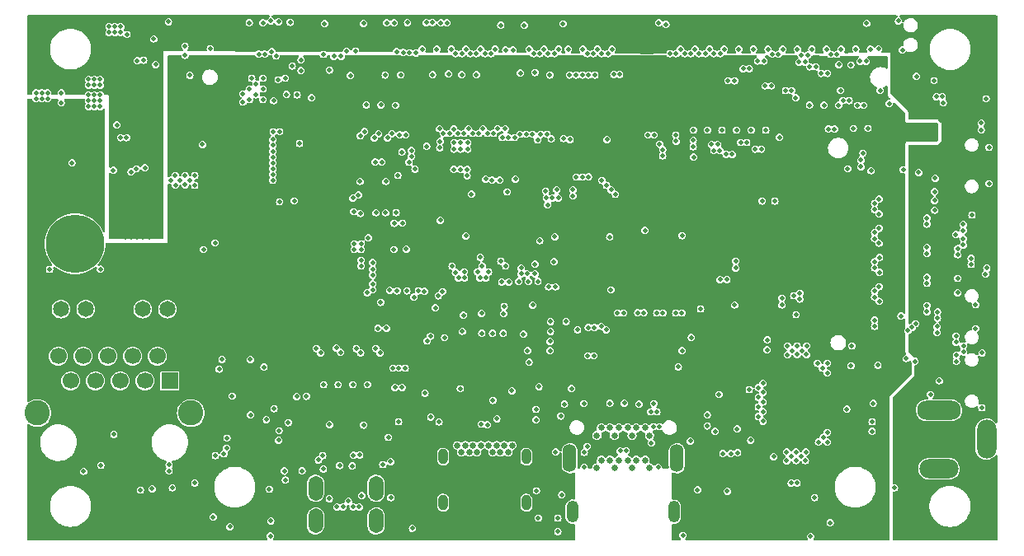
<source format=gbr>
G04 #@! TF.GenerationSoftware,KiCad,Pcbnew,7.0.1*
G04 #@! TF.CreationDate,2023-05-22T16:21:23+08:00*
G04 #@! TF.ProjectId,jetson-nano-baseboard,6a657473-6f6e-42d6-9e61-6e6f2d626173,1.6.1*
G04 #@! TF.SameCoordinates,Original*
G04 #@! TF.FileFunction,Copper,L2,Inr*
G04 #@! TF.FilePolarity,Positive*
%FSLAX46Y46*%
G04 Gerber Fmt 4.6, Leading zero omitted, Abs format (unit mm)*
G04 Created by KiCad (PCBNEW 7.0.1) date 2023-05-22 16:21:23*
%MOMM*%
%LPD*%
G01*
G04 APERTURE LIST*
G04 #@! TA.AperFunction,ComponentPad*
%ADD10C,0.650000*%
G04 #@! TD*
G04 #@! TA.AperFunction,ComponentPad*
%ADD11O,1.400000X2.850000*%
G04 #@! TD*
G04 #@! TA.AperFunction,ComponentPad*
%ADD12O,1.200000X2.250000*%
G04 #@! TD*
G04 #@! TA.AperFunction,ComponentPad*
%ADD13O,4.500000X2.000000*%
G04 #@! TD*
G04 #@! TA.AperFunction,ComponentPad*
%ADD14O,1.990000X4.000000*%
G04 #@! TD*
G04 #@! TA.AperFunction,ComponentPad*
%ADD15O,4.000000X2.000000*%
G04 #@! TD*
G04 #@! TA.AperFunction,ComponentPad*
%ADD16O,1.000000X1.600000*%
G04 #@! TD*
G04 #@! TA.AperFunction,ComponentPad*
%ADD17O,1.500000X2.550000*%
G04 #@! TD*
G04 #@! TA.AperFunction,ComponentPad*
%ADD18R,1.700000X1.700000*%
G04 #@! TD*
G04 #@! TA.AperFunction,ComponentPad*
%ADD19C,1.700000*%
G04 #@! TD*
G04 #@! TA.AperFunction,ComponentPad*
%ADD20C,1.650000*%
G04 #@! TD*
G04 #@! TA.AperFunction,ComponentPad*
%ADD21C,2.600000*%
G04 #@! TD*
G04 #@! TA.AperFunction,ComponentPad*
%ADD22C,6.000000*%
G04 #@! TD*
G04 #@! TA.AperFunction,ViaPad*
%ADD23C,0.500000*%
G04 #@! TD*
G04 APERTURE END LIST*
D10*
X133960000Y-121955000D03*
X133960000Y-118605000D03*
X134410000Y-121180000D03*
X134410000Y-117830000D03*
X135310000Y-121180000D03*
X135310000Y-117830000D03*
X135760000Y-121955000D03*
X135760000Y-118605000D03*
X136210000Y-121180000D03*
X136210000Y-117830000D03*
X137110000Y-121180000D03*
X137110000Y-117830000D03*
X137568000Y-121955000D03*
X137568000Y-118605000D03*
X138009990Y-121180000D03*
X138009990Y-117830000D03*
X138909990Y-121180000D03*
X138909990Y-117830000D03*
X139360000Y-121955000D03*
X139360000Y-118605000D03*
D11*
X131160000Y-120955000D03*
D12*
X131460000Y-126455000D03*
X141860000Y-126455000D03*
D11*
X142160000Y-120955000D03*
D13*
X169057400Y-116030000D03*
D14*
X173937000Y-118980000D03*
D15*
X169057400Y-122030000D03*
D10*
X125259920Y-119645000D03*
X124859920Y-120345000D03*
X124059920Y-120345000D03*
X123659920Y-119645000D03*
X123259920Y-120345000D03*
X122859920Y-119645000D03*
X122059920Y-119645000D03*
X121659920Y-120345000D03*
X121259920Y-119645000D03*
X120859920Y-120345000D03*
X120059920Y-120345000D03*
X119659920Y-119645000D03*
D16*
X126729920Y-125525000D03*
X118189920Y-120795000D03*
X126729920Y-120795000D03*
D10*
X124459920Y-119645000D03*
X120459920Y-119645000D03*
D16*
X118189920Y-125525000D03*
D17*
X111308400Y-127406010D03*
X111308400Y-124046010D03*
X105108400Y-124046010D03*
X105108400Y-127406010D03*
D18*
X90140000Y-113010010D03*
D19*
X88870000Y-110470010D03*
X87600000Y-113010010D03*
X86330000Y-110470010D03*
X85060000Y-113010010D03*
X83790000Y-110470010D03*
X82520000Y-113010010D03*
X81250000Y-110470010D03*
X79980000Y-113010010D03*
X78710000Y-110470010D03*
D20*
X89894000Y-105640010D03*
X87354000Y-105640010D03*
X81504000Y-105640010D03*
X78964000Y-105640010D03*
D21*
X92303180Y-116310010D03*
X76546830Y-116310010D03*
D22*
X80408250Y-98918050D03*
D23*
X136296600Y-81500000D03*
X130000000Y-94200000D03*
X128800000Y-94200000D03*
X129400000Y-94200000D03*
X135700000Y-81500000D03*
X85600000Y-98200000D03*
X86500000Y-97600000D03*
X86800000Y-98200000D03*
X167250000Y-119800000D03*
X167250000Y-118600000D03*
X86200000Y-98200000D03*
X87100000Y-97600000D03*
X166050000Y-119200000D03*
X87400000Y-98200000D03*
X166650000Y-118600000D03*
X167250000Y-119200000D03*
X166050000Y-119800000D03*
X166650000Y-119800000D03*
X85900000Y-97600000D03*
X87000000Y-77200000D03*
X87000000Y-76600000D03*
X88000000Y-98200000D03*
X87600000Y-77200000D03*
X86400000Y-77200000D03*
X166650000Y-119200000D03*
X87700000Y-97600000D03*
X86400000Y-76600000D03*
X166050000Y-118600000D03*
X87600000Y-76600000D03*
X130551990Y-111188360D03*
X145094000Y-124146010D03*
X117450000Y-123500000D03*
X137668200Y-81468210D03*
X136982400Y-81468210D03*
X117500000Y-107700000D03*
X126238200Y-106766610D03*
X131292800Y-103490010D03*
X132250000Y-104200000D03*
X130950000Y-98200000D03*
X168326000Y-86827610D03*
X144424600Y-119466610D03*
X100891200Y-114793010D03*
X138912800Y-98562410D03*
X136423600Y-101483410D03*
X122824502Y-100350000D03*
X88700000Y-101400000D03*
X139179979Y-111529226D03*
X97100000Y-114075000D03*
X89300000Y-100500000D03*
X93800000Y-127400000D03*
X109758400Y-98006010D03*
X84425000Y-121700000D03*
X164100000Y-85300000D03*
X88700000Y-100800000D03*
X114300000Y-106400000D03*
X165000000Y-111800000D03*
X163550825Y-85300000D03*
X88700000Y-102000000D03*
X92200000Y-85600000D03*
X97800000Y-114075000D03*
X123400000Y-100350000D03*
X141400000Y-99600000D03*
X89300000Y-101700000D03*
X136370000Y-110630000D03*
X165800000Y-111800000D03*
X89300000Y-102300000D03*
X109758400Y-96506010D03*
X152300000Y-128800000D03*
X109758400Y-97306010D03*
X164200000Y-111800000D03*
X89300000Y-101100000D03*
X168605400Y-88050000D03*
X116850000Y-107700000D03*
X142700000Y-109900000D03*
X122128461Y-106071539D03*
X120269200Y-106258610D03*
X116916400Y-116723410D03*
X150525000Y-113700000D03*
X151000000Y-114200000D03*
X150525000Y-114700000D03*
X151016800Y-115174990D03*
X151000000Y-113244590D03*
X144300000Y-124200000D03*
X150525000Y-115675000D03*
X151016800Y-117149990D03*
X162800000Y-111400000D03*
X113358400Y-95706010D03*
X154800000Y-104000000D03*
X110958400Y-103641600D03*
X150525000Y-116675000D03*
X159700000Y-91200000D03*
X110958400Y-102141600D03*
X162200000Y-117200000D03*
X151000000Y-116175000D03*
X143550000Y-119175000D03*
X97650000Y-83500000D03*
X154800000Y-104600000D03*
X110958400Y-103041600D03*
X110958400Y-101506010D03*
X110958400Y-100841600D03*
X163020000Y-83160000D03*
X107558400Y-121706010D03*
X108458400Y-125356010D03*
X108858400Y-121756010D03*
X109820039Y-124800496D03*
X95682000Y-120508010D03*
X124351990Y-108106010D03*
X122151990Y-108106010D03*
X123251990Y-108106010D03*
X95978200Y-119897610D03*
X96003600Y-118881610D03*
X123775800Y-87107010D03*
X126085800Y-87665810D03*
X173482200Y-110119410D03*
X83024410Y-101525910D03*
X77800400Y-101534210D03*
X161061600Y-90993210D03*
X161264800Y-89596210D03*
X161061600Y-90307410D03*
X127889200Y-88250010D03*
X141046400Y-76362810D03*
X155778380Y-84660150D03*
X144025790Y-78907010D03*
X160121800Y-109408210D03*
X170993000Y-103947210D03*
X170993000Y-102474010D03*
X145288200Y-117637810D03*
X145288200Y-116494810D03*
X117400000Y-105500000D03*
X116321990Y-114281506D03*
X104165600Y-114589810D03*
X96545600Y-114564410D03*
X98425200Y-116494810D03*
X114020800Y-96784410D03*
X113128890Y-99498010D03*
X130632400Y-115402610D03*
X125247600Y-114031010D03*
X127711400Y-115936010D03*
X127711400Y-117002810D03*
X126099960Y-81361400D03*
X117099980Y-81523930D03*
X127609800Y-81315810D03*
X119025800Y-78907010D03*
X120525780Y-78907010D03*
X122025800Y-78907010D03*
X127025780Y-78907010D03*
X128525780Y-78907010D03*
X131025780Y-78907010D03*
X117525800Y-78907010D03*
X129006800Y-103337610D03*
X129718000Y-103337610D03*
X162915800Y-94317810D03*
X162909390Y-95844890D03*
X162915800Y-97317810D03*
X166979800Y-91577410D03*
X131496000Y-93990410D03*
X128900000Y-94900000D03*
X129277100Y-88134940D03*
X159025820Y-78907010D03*
X160525820Y-78907010D03*
X172443400Y-95948810D03*
X174193400Y-92720410D03*
X174193400Y-89012010D03*
X152694380Y-87965940D03*
X151295590Y-87233370D03*
X149795600Y-87233370D03*
X148295600Y-87233370D03*
X158778380Y-84660150D03*
X157278390Y-84660150D03*
X140386000Y-88656410D03*
X138894000Y-97536010D03*
X145295600Y-87233370D03*
X122275800Y-87107010D03*
X154358790Y-83907900D03*
X130025780Y-78907010D03*
X143865800Y-87234010D03*
X146795600Y-87233370D03*
X165875850Y-107827120D03*
X172826080Y-107623920D03*
X172826080Y-105173920D03*
X162929010Y-104831030D03*
X162915800Y-103317810D03*
X162909630Y-98849560D03*
X162960680Y-100317490D03*
X162960680Y-101849550D03*
X165160640Y-106337990D03*
X110417470Y-113386560D03*
X108917470Y-113386560D03*
X107417470Y-113386560D03*
X105917470Y-113386560D03*
X111497420Y-107615140D03*
X135525790Y-78907010D03*
X134025790Y-78907010D03*
X132525790Y-78907010D03*
X116025790Y-78907010D03*
X162025810Y-78907010D03*
X157525830Y-78907010D03*
X156025820Y-78907010D03*
X154525790Y-78907010D03*
X153025800Y-78907010D03*
X151525780Y-78907010D03*
X147025790Y-78907010D03*
X145525790Y-78907010D03*
X142525790Y-78907010D03*
X94818400Y-120685810D03*
X106013490Y-76284600D03*
X140251990Y-121906010D03*
X132651990Y-121906010D03*
X102300000Y-117300000D03*
X136782080Y-115296040D03*
X173467770Y-115765830D03*
X102484000Y-76150700D03*
X110017080Y-76261070D03*
X91700000Y-92855410D03*
X98291380Y-76200000D03*
X160275870Y-87050280D03*
X161775860Y-87050280D03*
X123525790Y-78907010D03*
X148525790Y-78907010D03*
X150025790Y-78907010D03*
X135293800Y-115304380D03*
X139811520Y-115332510D03*
X113614400Y-117206010D03*
X103175000Y-114615210D03*
X129200000Y-106900000D03*
X135407600Y-103642410D03*
X119278600Y-87109010D03*
X120777000Y-87105810D03*
X117823640Y-87082020D03*
X99692620Y-76200000D03*
X121596370Y-81523930D03*
X120087600Y-81523930D03*
X98550000Y-81900000D03*
X99700000Y-81900000D03*
X92700000Y-91900000D03*
X92697600Y-92900000D03*
X91700000Y-91900000D03*
X102700000Y-80635500D03*
X98300000Y-83000000D03*
X99700000Y-84100000D03*
X98318760Y-84100000D03*
X99700000Y-83000000D03*
X118335680Y-108555380D03*
X170777240Y-97953800D03*
X90716800Y-92874990D03*
X90700000Y-91900000D03*
X90200000Y-92400000D03*
X91200000Y-92400000D03*
X155355410Y-121200000D03*
X154900000Y-120800000D03*
X153900000Y-120800000D03*
X154400000Y-120300000D03*
X155400000Y-120302400D03*
X154400000Y-121200000D03*
X153425010Y-120300000D03*
X153425010Y-121216800D03*
X147699600Y-120482610D03*
X146886800Y-120482610D03*
X76400000Y-84000000D03*
X76400000Y-83400000D03*
X77600000Y-84000000D03*
X77000000Y-84000000D03*
X77000000Y-83400000D03*
X77600000Y-83400000D03*
X100700000Y-92400000D03*
X99000000Y-83600000D03*
X146500000Y-114400000D03*
X126200000Y-101400000D03*
X109058400Y-98906010D03*
X138280000Y-115390000D03*
X84500000Y-76600000D03*
X85100000Y-76600000D03*
X129958400Y-128506010D03*
X119951990Y-113806010D03*
X100350000Y-124150000D03*
X149600000Y-113900000D03*
X131350000Y-113800000D03*
X155455410Y-110300000D03*
X100500000Y-127400000D03*
X153525010Y-109400000D03*
X114393990Y-99450000D03*
X166300000Y-107500000D03*
X99000000Y-82500000D03*
X154150000Y-104250000D03*
X126800000Y-102000000D03*
X92200000Y-81600000D03*
X84350000Y-91350000D03*
X156300000Y-125000000D03*
X110300000Y-84650000D03*
X83900000Y-77200000D03*
X88320722Y-124088819D03*
X120353092Y-101793452D03*
X152950000Y-105200000D03*
X99800000Y-111600000D03*
X92200000Y-92400000D03*
X155000000Y-109900000D03*
X92700000Y-123500000D03*
X81800000Y-84800000D03*
X100700000Y-88200000D03*
X130358400Y-124706010D03*
X154500000Y-110300000D03*
X83000000Y-84800000D03*
X83000000Y-84200000D03*
X109058400Y-99506010D03*
X85700000Y-88000000D03*
X109758400Y-98906010D03*
X84500000Y-77200000D03*
X87125000Y-124225000D03*
X83900000Y-76600000D03*
X164900000Y-76000000D03*
X100700000Y-90000000D03*
X120000000Y-89200000D03*
X95500000Y-110808484D03*
X100700000Y-91800000D03*
X82400000Y-83600000D03*
X100700000Y-91200000D03*
X114300000Y-111700000D03*
X109758400Y-99506010D03*
X93600000Y-99500000D03*
X158958400Y-83156010D03*
X80100000Y-90600000D03*
X154000000Y-109900000D03*
X162305593Y-115305593D03*
X100700000Y-88800000D03*
X164500000Y-124000000D03*
X169400000Y-83800000D03*
X119100000Y-101200000D03*
X121700000Y-101800000D03*
X122850000Y-101800000D03*
X110391639Y-103949500D03*
X96300000Y-128000000D03*
X118750000Y-81450000D03*
X126200000Y-102000000D03*
X81300000Y-122300000D03*
X120700000Y-88500000D03*
X121100000Y-93800000D03*
X81800000Y-84200000D03*
X120000000Y-88500000D03*
X152100000Y-120800000D03*
X166675000Y-107125000D03*
X119300000Y-88500000D03*
X168800000Y-83800000D03*
X85100000Y-77200000D03*
X91700000Y-78600000D03*
X168558400Y-82137500D03*
X154500000Y-123500000D03*
X117900000Y-96500000D03*
X152950000Y-104500000D03*
X119450000Y-101850000D03*
X155500000Y-109402400D03*
X153900000Y-123500000D03*
X100450000Y-128950000D03*
X95200000Y-111800000D03*
X90000000Y-76100000D03*
X154500000Y-109400000D03*
X113650000Y-111700000D03*
X100700000Y-90600000D03*
X85100000Y-88000000D03*
X100700000Y-89400000D03*
X127758400Y-124306010D03*
X148100000Y-105200000D03*
X151450000Y-108800000D03*
X153525010Y-110316800D03*
X82400000Y-84800000D03*
X120700000Y-89200000D03*
X131975000Y-107750000D03*
X81800000Y-83600000D03*
X119300000Y-89200000D03*
X82400000Y-84200000D03*
X142700000Y-98075000D03*
X83000000Y-83600000D03*
X112800000Y-121300000D03*
X169500000Y-84400000D03*
X143650004Y-108550000D03*
X112700000Y-103700000D03*
X113050000Y-111700000D03*
X112573000Y-118806210D03*
X106530000Y-117500000D03*
X101346200Y-118120410D03*
X110020000Y-117550000D03*
X148400000Y-120400000D03*
X151435000Y-109800000D03*
X116886350Y-108413650D03*
X123698000Y-116890800D03*
X117765330Y-117221800D03*
X116549500Y-108900000D03*
X124200000Y-102850000D03*
X144600000Y-105600000D03*
X146100000Y-118200000D03*
X113157200Y-96809810D03*
X100050800Y-116977410D03*
X109758400Y-100606010D03*
X103450000Y-88600000D03*
X109758400Y-101206010D03*
X102900000Y-94500000D03*
X129958400Y-127106010D03*
X142316400Y-111567210D03*
X134930170Y-107750000D03*
X101900000Y-122256010D03*
X103708400Y-122256010D03*
X139555440Y-119383840D03*
X90400000Y-124000000D03*
X83060000Y-121685000D03*
X124387858Y-106093428D03*
X130800000Y-106900000D03*
X124455120Y-105355120D03*
X127384000Y-105206010D03*
X115036800Y-128153410D03*
X111785600Y-104937810D03*
X115196548Y-104396548D03*
X154400000Y-106200000D03*
X142800000Y-128900000D03*
X160020200Y-80528410D03*
X158801000Y-80503010D03*
X131826200Y-92060010D03*
X132461200Y-92060010D03*
X102106920Y-83556920D03*
X94772175Y-98820826D03*
X140098850Y-106022020D03*
X148964491Y-80919500D03*
X139772373Y-117714864D03*
X140723850Y-106022020D03*
X149599895Y-80919500D03*
X140397373Y-117714864D03*
X147421800Y-82154010D03*
X142052360Y-106022020D03*
X139489480Y-116191830D03*
X148089480Y-82162620D03*
X142677360Y-106022020D03*
X140114480Y-116191830D03*
X149750000Y-119100000D03*
X148361351Y-117938648D03*
X136071480Y-106022020D03*
X151964500Y-79432400D03*
X132664400Y-120355610D03*
X136696480Y-106022020D03*
X152589500Y-79432400D03*
X132976980Y-119732610D03*
X138144650Y-106002020D03*
X150464490Y-80135110D03*
X136346500Y-120190660D03*
X138769650Y-106002020D03*
X151089490Y-80135110D03*
X136973500Y-120190660D03*
X139214490Y-87728460D03*
X133080160Y-107533540D03*
X139839490Y-87728460D03*
X133705160Y-107533540D03*
X145964490Y-79368670D03*
X111720971Y-110120971D03*
X146589490Y-79368670D03*
X111279029Y-109679029D03*
X144464490Y-79368670D03*
X109720971Y-110120971D03*
X142964490Y-79368670D03*
X107670971Y-110070971D03*
X145089490Y-79368670D03*
X109279029Y-109679029D03*
X141464490Y-79368670D03*
X105620971Y-110120971D03*
X143589490Y-79368670D03*
X107229029Y-109629029D03*
X142089490Y-79368670D03*
X105179029Y-109679029D03*
X126924000Y-102778810D03*
X123291600Y-115011200D03*
X124917400Y-102855010D03*
X125933400Y-102778810D03*
X127914600Y-102778810D03*
X102000000Y-123200000D03*
X105896761Y-122067649D03*
X106508400Y-125106010D03*
X112807205Y-125007205D03*
X101300000Y-119100000D03*
X112000000Y-121600000D03*
X129724800Y-120306010D03*
X163958400Y-84506010D03*
X161654479Y-76245521D03*
X126416550Y-108192440D03*
X128016000Y-113588800D03*
X112369600Y-107594400D03*
X126851764Y-109898236D03*
X127002664Y-111073733D03*
X129205880Y-107926440D03*
X120157540Y-107906010D03*
X134400000Y-107400000D03*
X127958400Y-127106010D03*
X105829371Y-120685039D03*
X107920900Y-125956010D03*
X105387429Y-121126981D03*
X107295900Y-125956010D03*
X109628812Y-120633688D03*
X109574662Y-125953233D03*
X108949662Y-125953233D03*
X108987500Y-120650000D03*
X130251400Y-116621810D03*
X132626410Y-115326410D03*
X124892000Y-87996010D03*
X133121600Y-81569810D03*
X115650000Y-103751500D03*
X120650200Y-91272610D03*
X124257000Y-87996010D03*
X132486600Y-81569810D03*
X114474470Y-103751500D03*
X119964400Y-91272610D03*
X154714500Y-80235210D03*
X125527000Y-87996010D03*
X116272088Y-103806357D03*
X133756600Y-81569810D03*
X120650200Y-91933010D03*
X124557240Y-87096020D03*
X131851600Y-81569810D03*
X113474470Y-103751500D03*
X119278600Y-91272610D03*
X151229200Y-82681410D03*
X157597710Y-81397440D03*
X153319500Y-83161770D03*
X153944500Y-83161770D03*
X142048990Y-87750500D03*
X142087800Y-88377010D03*
X143850300Y-88278700D03*
X143846910Y-88938950D03*
X140716200Y-89240610D03*
X140709690Y-89871370D03*
X156972710Y-81397440D03*
X151854200Y-82681410D03*
X156421850Y-80722970D03*
X155796850Y-80722970D03*
X155339500Y-80235210D03*
X170850000Y-110994010D03*
X146355000Y-88707210D03*
X170850000Y-110369010D03*
X145714500Y-88710440D03*
X170825000Y-109033430D03*
X147839490Y-89725000D03*
X170825000Y-108408430D03*
X147214490Y-89725000D03*
X145952270Y-89335440D03*
X171566240Y-110033430D03*
X146577270Y-89335440D03*
X171566240Y-109408430D03*
X168860000Y-108040000D03*
X150839490Y-89188110D03*
X168873750Y-107408430D03*
X150214490Y-89188110D03*
X168914190Y-106533440D03*
X149339490Y-88505070D03*
X168914190Y-105908440D03*
X148714490Y-88505070D03*
X158589530Y-79436880D03*
X173838370Y-102033450D03*
X157964530Y-79436880D03*
X173971570Y-101407210D03*
X161589510Y-80150650D03*
X172365790Y-101033450D03*
X160964510Y-80150650D03*
X172365790Y-100408450D03*
X125603200Y-92263210D03*
X124003000Y-92364810D03*
X117691733Y-104258182D03*
X123190200Y-92364810D03*
X118135600Y-103818880D03*
X122555200Y-92263210D03*
X159214520Y-84190790D03*
X171551480Y-96908450D03*
X159839520Y-84190790D03*
X171551480Y-97533450D03*
X171551480Y-98408450D03*
X160714510Y-84679850D03*
X171551480Y-99033450D03*
X161339510Y-84679850D03*
X170980970Y-99408450D03*
X157714530Y-87117670D03*
X170980970Y-100033450D03*
X158339530Y-87117670D03*
X111303000Y-95717610D03*
X106985000Y-79639410D03*
X112293600Y-95717610D03*
X107721600Y-79639410D03*
X135864800Y-93838010D03*
X122200000Y-101200000D03*
X113970000Y-113675410D03*
X134950400Y-92898210D03*
X124600000Y-101200000D03*
X134467800Y-92390210D03*
X113233400Y-113675410D03*
X124100000Y-100700000D03*
X133030160Y-110422270D03*
X133655160Y-110422270D03*
X115299620Y-91239079D03*
X111899996Y-90500004D03*
X114681200Y-90536010D03*
X114750000Y-79258410D03*
X114935200Y-89951810D03*
X115400000Y-79300000D03*
X114935200Y-89316810D03*
X109200670Y-79107140D03*
X113400000Y-79150000D03*
X129150000Y-108950000D03*
X124600000Y-79000000D03*
X165300000Y-79000000D03*
X154950000Y-79525000D03*
X108266060Y-79122840D03*
X155625000Y-79500000D03*
X129150000Y-109900000D03*
X114100000Y-79250000D03*
X166758400Y-81706010D03*
X125350000Y-79000000D03*
X162860000Y-78880000D03*
X129641098Y-98187520D03*
X103600000Y-81100000D03*
X100500000Y-76000000D03*
X160030000Y-111450000D03*
X128100000Y-98600000D03*
X165400000Y-91300000D03*
X112300000Y-92500000D03*
X109700000Y-95800000D03*
X168200000Y-114400000D03*
X162100000Y-91400000D03*
X113538200Y-91882210D03*
X109652000Y-92500000D03*
X135280600Y-98206810D03*
X103600000Y-80000000D03*
X97650000Y-84350000D03*
X100784000Y-84206010D03*
X100838200Y-115859810D03*
X135433000Y-93355410D03*
X122000000Y-100300000D03*
X134464490Y-79368670D03*
X90068544Y-121629304D03*
X135089490Y-79368670D03*
X90068544Y-122254304D03*
X132964480Y-79368670D03*
X122105110Y-117462090D03*
X133589480Y-79368670D03*
X122732110Y-117506040D03*
X94291840Y-78845290D03*
X128214480Y-87645560D03*
X167820400Y-96270800D03*
X128839480Y-87645560D03*
X167820400Y-96895800D03*
X167820400Y-99290310D03*
X126714480Y-87645560D03*
X167820400Y-99915310D03*
X127339480Y-87645560D03*
X122714490Y-87563600D03*
X167820400Y-102356580D03*
X123339490Y-87563600D03*
X167820400Y-102981580D03*
X167820400Y-105275890D03*
X121214500Y-87563600D03*
X167820400Y-105900890D03*
X121839500Y-87563600D03*
X121589500Y-79368670D03*
X162457790Y-107393530D03*
X120964500Y-79368670D03*
X162457790Y-106768530D03*
X162457790Y-104393530D03*
X123089500Y-79368670D03*
X162457790Y-103768530D03*
X122464500Y-79368670D03*
X162457790Y-101393530D03*
X128089480Y-79368670D03*
X162457790Y-100768530D03*
X127464480Y-79368670D03*
X129589480Y-79368670D03*
X162457790Y-98393530D03*
X128964480Y-79368670D03*
X162457790Y-97768530D03*
X162457790Y-95393530D03*
X120339490Y-87563600D03*
X162457790Y-94768530D03*
X119714490Y-87563600D03*
X101989460Y-81898910D03*
X118589500Y-76208570D03*
X101254150Y-82056110D03*
X117964500Y-76208570D03*
X112236480Y-81567720D03*
X105904220Y-79444470D03*
X114527270Y-76178930D03*
X101300000Y-76100000D03*
X117089490Y-76179190D03*
X99892690Y-79407390D03*
X116464490Y-76179190D03*
X99267690Y-79407390D03*
X101052880Y-79609690D03*
X117873910Y-88391090D03*
X100610940Y-79167750D03*
X117839420Y-89055290D03*
X122575000Y-102417570D03*
X118214490Y-87574230D03*
X121950000Y-102417570D03*
X118839490Y-87574230D03*
X119464490Y-79368670D03*
X120375000Y-102417570D03*
X120089490Y-79368670D03*
X119750000Y-102417570D03*
X114339505Y-87706117D03*
X113714505Y-87706117D03*
X112920971Y-87596729D03*
X112479029Y-88038671D03*
X113300000Y-84679979D03*
X111800000Y-84650000D03*
X110120971Y-87379029D03*
X109679029Y-87820971D03*
X111119386Y-88038671D03*
X111561328Y-87596729D03*
X147300000Y-102600000D03*
X100750000Y-87400000D03*
X127600000Y-102000000D03*
X146600000Y-102600000D03*
X127600000Y-101000000D03*
X101410878Y-87389125D03*
X106527800Y-81061810D03*
X129133800Y-81569810D03*
X113831370Y-81556130D03*
X131165800Y-81570010D03*
X168605400Y-94473010D03*
X131496000Y-93355410D03*
X150927000Y-94523810D03*
X133096200Y-92034610D03*
X168605000Y-95463610D03*
X152222400Y-94523810D03*
X129845000Y-93355410D03*
X120524799Y-98093096D03*
X129550000Y-100750000D03*
X109000000Y-95600000D03*
X87450000Y-80050000D03*
X93500000Y-88700000D03*
X169088000Y-112989610D03*
X111200000Y-90500000D03*
X82400000Y-82000000D03*
X85750000Y-77400000D03*
X81800000Y-82000000D03*
X83000000Y-82600000D03*
X88700000Y-80500000D03*
X81800000Y-82600000D03*
X82400000Y-82600000D03*
X83000000Y-82000000D03*
X156700000Y-119300000D03*
X157200000Y-118800000D03*
X157600000Y-111200000D03*
X157600000Y-119300000D03*
X157600000Y-118300000D03*
X156600000Y-111200000D03*
X157600000Y-112200000D03*
X157100000Y-111700000D03*
X159600000Y-115900000D03*
X162200000Y-118200000D03*
X87600000Y-91100000D03*
X84700000Y-86700000D03*
X173400000Y-87200000D03*
X143900000Y-90000000D03*
X173400000Y-86500000D03*
X135000000Y-88200000D03*
X128700000Y-93500000D03*
X108917000Y-94200000D03*
X166600000Y-111000000D03*
X101400000Y-94600000D03*
X148200000Y-101400000D03*
X108675000Y-81625000D03*
X103200000Y-83600000D03*
X109500000Y-93896309D03*
X148200000Y-100700000D03*
X165700000Y-110700000D03*
X168681600Y-92187010D03*
X116494141Y-88906100D03*
X104700000Y-83900000D03*
X168605400Y-93558610D03*
X113950000Y-89500000D03*
X124750000Y-93576310D03*
X173900000Y-84000000D03*
X91700000Y-79550000D03*
X88500000Y-77850000D03*
X86800000Y-80100000D03*
X94600000Y-127000000D03*
X112400000Y-76205510D03*
X79000000Y-84400000D03*
X79000000Y-83400000D03*
X113150000Y-76205510D03*
X126500000Y-76450500D03*
X86164494Y-91521304D03*
X130500000Y-76300000D03*
X110500000Y-98300000D03*
X124100000Y-76450500D03*
X86700000Y-91200000D03*
X140300000Y-76200000D03*
X131210000Y-88190000D03*
X84400000Y-118500000D03*
X130537000Y-88100000D03*
X98400000Y-110810000D03*
X157900000Y-127600000D03*
X147345600Y-124343410D03*
X155900000Y-129000000D03*
G04 #@! TA.AperFunction,Conductor*
G36*
X100359272Y-75433947D02*
G01*
X100405364Y-75481510D01*
X100420825Y-75545912D01*
X100401350Y-75609217D01*
X100352363Y-75653790D01*
X100306950Y-75676929D01*
X100276534Y-75692427D01*
X100192426Y-75776535D01*
X100138452Y-75882465D01*
X100100398Y-75927021D01*
X100046263Y-75949444D01*
X99987849Y-75944847D01*
X99937889Y-75914231D01*
X99916084Y-75892426D01*
X99810102Y-75838426D01*
X99692620Y-75819819D01*
X99575137Y-75838426D01*
X99469155Y-75892426D01*
X99385046Y-75976535D01*
X99331046Y-76082517D01*
X99312439Y-76200000D01*
X99331046Y-76317482D01*
X99384486Y-76422365D01*
X99385047Y-76423465D01*
X99469155Y-76507573D01*
X99575138Y-76561574D01*
X99692620Y-76580181D01*
X99810102Y-76561574D01*
X99916085Y-76507573D01*
X100000193Y-76423465D01*
X100054168Y-76317532D01*
X100092221Y-76272979D01*
X100146355Y-76250555D01*
X100204769Y-76255152D01*
X100254730Y-76285768D01*
X100276535Y-76307573D01*
X100382518Y-76361574D01*
X100500000Y-76380181D01*
X100617482Y-76361574D01*
X100723465Y-76307573D01*
X100774135Y-76256902D01*
X100824094Y-76226288D01*
X100882508Y-76221690D01*
X100936642Y-76244113D01*
X100974697Y-76288669D01*
X100992186Y-76322992D01*
X100992427Y-76323465D01*
X101076535Y-76407573D01*
X101182518Y-76461574D01*
X101300000Y-76480181D01*
X101417482Y-76461574D01*
X101523465Y-76407573D01*
X101607573Y-76323465D01*
X101661574Y-76217482D01*
X101672151Y-76150700D01*
X102103819Y-76150700D01*
X102122426Y-76268182D01*
X102173775Y-76368962D01*
X102176427Y-76374165D01*
X102260535Y-76458273D01*
X102366518Y-76512274D01*
X102484000Y-76530881D01*
X102601482Y-76512274D01*
X102707465Y-76458273D01*
X102791573Y-76374165D01*
X102837209Y-76284600D01*
X105633309Y-76284600D01*
X105635748Y-76299999D01*
X105651916Y-76402082D01*
X105701265Y-76498936D01*
X105705917Y-76508065D01*
X105790025Y-76592173D01*
X105896008Y-76646174D01*
X106013490Y-76664781D01*
X106130972Y-76646174D01*
X106236955Y-76592173D01*
X106321063Y-76508065D01*
X106375064Y-76402082D01*
X106393671Y-76284600D01*
X106389944Y-76261070D01*
X109636899Y-76261070D01*
X109655506Y-76378552D01*
X109708723Y-76482998D01*
X109709507Y-76484535D01*
X109793615Y-76568643D01*
X109899598Y-76622644D01*
X110017080Y-76641251D01*
X110134562Y-76622644D01*
X110240545Y-76568643D01*
X110324653Y-76484535D01*
X110378654Y-76378552D01*
X110397261Y-76261070D01*
X110388461Y-76205510D01*
X112019819Y-76205510D01*
X112038426Y-76322992D01*
X112089619Y-76423465D01*
X112092427Y-76428975D01*
X112176535Y-76513083D01*
X112282518Y-76567084D01*
X112400000Y-76585691D01*
X112517482Y-76567084D01*
X112623465Y-76513083D01*
X112686258Y-76450290D01*
X112742518Y-76417808D01*
X112807482Y-76417808D01*
X112863742Y-76450290D01*
X112926535Y-76513083D01*
X113032518Y-76567084D01*
X113150000Y-76585691D01*
X113267482Y-76567084D01*
X113373465Y-76513083D01*
X113457573Y-76428975D01*
X113511574Y-76322992D01*
X113530181Y-76205510D01*
X113525971Y-76178930D01*
X114147089Y-76178930D01*
X114161081Y-76267272D01*
X114165696Y-76296412D01*
X114219537Y-76402082D01*
X114219697Y-76402395D01*
X114303805Y-76486503D01*
X114409788Y-76540504D01*
X114527270Y-76559111D01*
X114644752Y-76540504D01*
X114750735Y-76486503D01*
X114834843Y-76402395D01*
X114888844Y-76296412D01*
X114907410Y-76179190D01*
X116084309Y-76179190D01*
X116102916Y-76296672D01*
X116156784Y-76402395D01*
X116156917Y-76402655D01*
X116241025Y-76486763D01*
X116347008Y-76540764D01*
X116464490Y-76559371D01*
X116581972Y-76540764D01*
X116687955Y-76486763D01*
X116688247Y-76486470D01*
X116744508Y-76453988D01*
X116809472Y-76453988D01*
X116865732Y-76486470D01*
X116866025Y-76486763D01*
X116972008Y-76540764D01*
X117089490Y-76559371D01*
X117206972Y-76540764D01*
X117312955Y-76486763D01*
X117397063Y-76402655D01*
X117407689Y-76381799D01*
X117453936Y-76331770D01*
X117519510Y-76313276D01*
X117585084Y-76331770D01*
X117631331Y-76381800D01*
X117655367Y-76428975D01*
X117656927Y-76432035D01*
X117741035Y-76516143D01*
X117847018Y-76570144D01*
X117964500Y-76588751D01*
X118081982Y-76570144D01*
X118187965Y-76516143D01*
X118188258Y-76515849D01*
X118244518Y-76483368D01*
X118309482Y-76483368D01*
X118365742Y-76515850D01*
X118366035Y-76516143D01*
X118472018Y-76570144D01*
X118589500Y-76588751D01*
X118706982Y-76570144D01*
X118812965Y-76516143D01*
X118878608Y-76450500D01*
X123719819Y-76450500D01*
X123738426Y-76567982D01*
X123790601Y-76670383D01*
X123792427Y-76673965D01*
X123876535Y-76758073D01*
X123982518Y-76812074D01*
X124100000Y-76830681D01*
X124217482Y-76812074D01*
X124323465Y-76758073D01*
X124407573Y-76673965D01*
X124461574Y-76567982D01*
X124480181Y-76450500D01*
X126119819Y-76450500D01*
X126138426Y-76567982D01*
X126190601Y-76670383D01*
X126192427Y-76673965D01*
X126276535Y-76758073D01*
X126382518Y-76812074D01*
X126500000Y-76830681D01*
X126617482Y-76812074D01*
X126723465Y-76758073D01*
X126807573Y-76673965D01*
X126861574Y-76567982D01*
X126880181Y-76450500D01*
X126861574Y-76333018D01*
X126844750Y-76300000D01*
X130119819Y-76300000D01*
X130138426Y-76417482D01*
X130186724Y-76512274D01*
X130192427Y-76523465D01*
X130276535Y-76607573D01*
X130382518Y-76661574D01*
X130500000Y-76680181D01*
X130617482Y-76661574D01*
X130723465Y-76607573D01*
X130807573Y-76523465D01*
X130861574Y-76417482D01*
X130880181Y-76300000D01*
X130864343Y-76200000D01*
X139919819Y-76200000D01*
X139938426Y-76317482D01*
X139991866Y-76422365D01*
X139992427Y-76423465D01*
X140076535Y-76507573D01*
X140182518Y-76561574D01*
X140300000Y-76580181D01*
X140417482Y-76561574D01*
X140523465Y-76507573D01*
X140523464Y-76507573D01*
X140541176Y-76498549D01*
X140541373Y-76498936D01*
X140567379Y-76482998D01*
X140625795Y-76478398D01*
X140679932Y-76500821D01*
X140717988Y-76545377D01*
X140729506Y-76567982D01*
X140738827Y-76586275D01*
X140822935Y-76670383D01*
X140928918Y-76724384D01*
X141046400Y-76742991D01*
X141163882Y-76724384D01*
X141269865Y-76670383D01*
X141353973Y-76586275D01*
X141407974Y-76480292D01*
X141426581Y-76362810D01*
X141408005Y-76245521D01*
X161274298Y-76245521D01*
X161292905Y-76363003D01*
X161343128Y-76461573D01*
X161346906Y-76468986D01*
X161431014Y-76553094D01*
X161536997Y-76607095D01*
X161654479Y-76625702D01*
X161771961Y-76607095D01*
X161877944Y-76553094D01*
X161962052Y-76468986D01*
X162016053Y-76363003D01*
X162034660Y-76245521D01*
X162016053Y-76128039D01*
X161962052Y-76022056D01*
X161877944Y-75937948D01*
X161877943Y-75937947D01*
X161771961Y-75883947D01*
X161736363Y-75878309D01*
X161654479Y-75865340D01*
X161654478Y-75865340D01*
X161536996Y-75883947D01*
X161431014Y-75937947D01*
X161346905Y-76022056D01*
X161292905Y-76128038D01*
X161274298Y-76245521D01*
X141408005Y-76245521D01*
X141407974Y-76245328D01*
X141353973Y-76139345D01*
X141269865Y-76055237D01*
X141269864Y-76055236D01*
X141163882Y-76001236D01*
X141046400Y-75982629D01*
X140928917Y-76001236D01*
X140805224Y-76064261D01*
X140805025Y-76063872D01*
X140779008Y-76079814D01*
X140720596Y-76084409D01*
X140666464Y-76061986D01*
X140628411Y-76017431D01*
X140607573Y-75976535D01*
X140523464Y-75892426D01*
X140417482Y-75838426D01*
X140300000Y-75819819D01*
X140182517Y-75838426D01*
X140076535Y-75892426D01*
X139992426Y-75976535D01*
X139938426Y-76082517D01*
X139919819Y-76200000D01*
X130864343Y-76200000D01*
X130861574Y-76182518D01*
X130807573Y-76076535D01*
X130723465Y-75992427D01*
X130723464Y-75992426D01*
X130617482Y-75938426D01*
X130588097Y-75933772D01*
X130500000Y-75919819D01*
X130499999Y-75919819D01*
X130382517Y-75938426D01*
X130276535Y-75992426D01*
X130192426Y-76076535D01*
X130138426Y-76182517D01*
X130119819Y-76300000D01*
X126844750Y-76300000D01*
X126807573Y-76227035D01*
X126723465Y-76142927D01*
X126723464Y-76142926D01*
X126617482Y-76088926D01*
X126500000Y-76070319D01*
X126382517Y-76088926D01*
X126276535Y-76142926D01*
X126192426Y-76227035D01*
X126138426Y-76333017D01*
X126119819Y-76450500D01*
X124480181Y-76450500D01*
X124461574Y-76333018D01*
X124407573Y-76227035D01*
X124323465Y-76142927D01*
X124323464Y-76142926D01*
X124217482Y-76088926D01*
X124100000Y-76070319D01*
X123982517Y-76088926D01*
X123876535Y-76142926D01*
X123792426Y-76227035D01*
X123738426Y-76333017D01*
X123719819Y-76450500D01*
X118878608Y-76450500D01*
X118897073Y-76432035D01*
X118951074Y-76326052D01*
X118969681Y-76208570D01*
X118951074Y-76091088D01*
X118897073Y-75985105D01*
X118812965Y-75900997D01*
X118812964Y-75900996D01*
X118706982Y-75846996D01*
X118589500Y-75828389D01*
X118589499Y-75828389D01*
X118472017Y-75846996D01*
X118366035Y-75900996D01*
X118365742Y-75901290D01*
X118309482Y-75933772D01*
X118244518Y-75933772D01*
X118188258Y-75901290D01*
X118187964Y-75900996D01*
X118081982Y-75846996D01*
X117964500Y-75828389D01*
X117964499Y-75828389D01*
X117847017Y-75846996D01*
X117741035Y-75900996D01*
X117656925Y-75985106D01*
X117646299Y-76005961D01*
X117600050Y-76055991D01*
X117534477Y-76074483D01*
X117468904Y-76055989D01*
X117422659Y-76005960D01*
X117397063Y-75955725D01*
X117312955Y-75871617D01*
X117312954Y-75871616D01*
X117206972Y-75817616D01*
X117089490Y-75799009D01*
X116972007Y-75817616D01*
X116866025Y-75871616D01*
X116865732Y-75871910D01*
X116809472Y-75904392D01*
X116744508Y-75904392D01*
X116688248Y-75871910D01*
X116687954Y-75871616D01*
X116581972Y-75817616D01*
X116464490Y-75799009D01*
X116347007Y-75817616D01*
X116241025Y-75871616D01*
X116156916Y-75955725D01*
X116102916Y-76061707D01*
X116084309Y-76179190D01*
X114907410Y-76179190D01*
X114907451Y-76178930D01*
X114888844Y-76061448D01*
X114834843Y-75955465D01*
X114750735Y-75871357D01*
X114750734Y-75871356D01*
X114644752Y-75817356D01*
X114527270Y-75798749D01*
X114409787Y-75817356D01*
X114303805Y-75871356D01*
X114219696Y-75955465D01*
X114165696Y-76061447D01*
X114152686Y-76143588D01*
X114147089Y-76178930D01*
X113525971Y-76178930D01*
X113511574Y-76088028D01*
X113457573Y-75982045D01*
X113373465Y-75897937D01*
X113373464Y-75897936D01*
X113267482Y-75843936D01*
X113150000Y-75825329D01*
X113032517Y-75843936D01*
X112926535Y-75897936D01*
X112863742Y-75960730D01*
X112807482Y-75993212D01*
X112742518Y-75993212D01*
X112686258Y-75960730D01*
X112623464Y-75897936D01*
X112517482Y-75843936D01*
X112400000Y-75825329D01*
X112282517Y-75843936D01*
X112176535Y-75897936D01*
X112092426Y-75982045D01*
X112038426Y-76088027D01*
X112019819Y-76205510D01*
X110388461Y-76205510D01*
X110378654Y-76143588D01*
X110324653Y-76037605D01*
X110240545Y-75953497D01*
X110240544Y-75953496D01*
X110134562Y-75899496D01*
X110089923Y-75892426D01*
X110017080Y-75880889D01*
X110017079Y-75880889D01*
X109899597Y-75899496D01*
X109793615Y-75953496D01*
X109709506Y-76037605D01*
X109655506Y-76143587D01*
X109636899Y-76261070D01*
X106389944Y-76261070D01*
X106375064Y-76167118D01*
X106321063Y-76061135D01*
X106236955Y-75977027D01*
X106236954Y-75977026D01*
X106130972Y-75923026D01*
X106110723Y-75919819D01*
X106013490Y-75904419D01*
X106013489Y-75904419D01*
X105896007Y-75923026D01*
X105790025Y-75977026D01*
X105705916Y-76061135D01*
X105651916Y-76167117D01*
X105635149Y-76272979D01*
X105633309Y-76284600D01*
X102837209Y-76284600D01*
X102845574Y-76268182D01*
X102864181Y-76150700D01*
X102845574Y-76033218D01*
X102791573Y-75927235D01*
X102707465Y-75843127D01*
X102707464Y-75843126D01*
X102601482Y-75789126D01*
X102484000Y-75770519D01*
X102366517Y-75789126D01*
X102260535Y-75843126D01*
X102176426Y-75927235D01*
X102122426Y-76033217D01*
X102103819Y-76150700D01*
X101672151Y-76150700D01*
X101680181Y-76100000D01*
X101661574Y-75982518D01*
X101607573Y-75876535D01*
X101523465Y-75792427D01*
X101523464Y-75792426D01*
X101417482Y-75738426D01*
X101417481Y-75738425D01*
X101300000Y-75719819D01*
X101299999Y-75719819D01*
X101182517Y-75738426D01*
X101076534Y-75792426D01*
X101025864Y-75843097D01*
X100975904Y-75873712D01*
X100917490Y-75878309D01*
X100863356Y-75855885D01*
X100825302Y-75811330D01*
X100807573Y-75776535D01*
X100723465Y-75692427D01*
X100647636Y-75653790D01*
X100598650Y-75609217D01*
X100579175Y-75545912D01*
X100594636Y-75481510D01*
X100640728Y-75433947D01*
X100704613Y-75416470D01*
X164695387Y-75416470D01*
X164759272Y-75433947D01*
X164805364Y-75481510D01*
X164820825Y-75545912D01*
X164801350Y-75609217D01*
X164752363Y-75653790D01*
X164706950Y-75676929D01*
X164676534Y-75692427D01*
X164592426Y-75776535D01*
X164538426Y-75882517D01*
X164521018Y-75992426D01*
X164519819Y-76000000D01*
X164531616Y-76074483D01*
X164538426Y-76117482D01*
X164591522Y-76221690D01*
X164592427Y-76223465D01*
X164676535Y-76307573D01*
X164782518Y-76361574D01*
X164900000Y-76380181D01*
X165017482Y-76361574D01*
X165123465Y-76307573D01*
X165200795Y-76230243D01*
X165252146Y-76199183D01*
X165312048Y-76195519D01*
X165366802Y-76220089D01*
X165403888Y-76267272D01*
X165414825Y-76326281D01*
X165405191Y-76491674D01*
X165435473Y-76663409D01*
X165504547Y-76823539D01*
X165604100Y-76957264D01*
X165608685Y-76963422D01*
X165622371Y-76974906D01*
X165742276Y-77075518D01*
X165898116Y-77153783D01*
X166067804Y-77194000D01*
X166067805Y-77194000D01*
X166198455Y-77194000D01*
X166198459Y-77194000D01*
X166328209Y-77178835D01*
X166415259Y-77147151D01*
X166492084Y-77119189D01*
X166637784Y-77023360D01*
X166757458Y-76896513D01*
X166767758Y-76878674D01*
X166796148Y-76829500D01*
X166844653Y-76745487D01*
X166894668Y-76578423D01*
X166904808Y-76404329D01*
X166904807Y-76404328D01*
X166904808Y-76404325D01*
X166880802Y-76268182D01*
X166874526Y-76232588D01*
X166805453Y-76072461D01*
X166701315Y-75932578D01*
X166641656Y-75882518D01*
X166567723Y-75820481D01*
X166411883Y-75742216D01*
X166242196Y-75702000D01*
X166242195Y-75702000D01*
X166111545Y-75702000D01*
X166111541Y-75702000D01*
X165981790Y-75717164D01*
X165817919Y-75776809D01*
X165672214Y-75872641D01*
X165552542Y-75999486D01*
X165515898Y-76062955D01*
X165466444Y-76110847D01*
X165399166Y-76125446D01*
X165334310Y-76102358D01*
X165291390Y-76048532D01*
X165287893Y-76018902D01*
X165283290Y-76019632D01*
X165280181Y-76000000D01*
X165261574Y-75882518D01*
X165207573Y-75776535D01*
X165123465Y-75692427D01*
X165047636Y-75653790D01*
X164998650Y-75609217D01*
X164979175Y-75545912D01*
X164994636Y-75481510D01*
X165040728Y-75433947D01*
X165104613Y-75416470D01*
X174931000Y-75416470D01*
X174993750Y-75433284D01*
X175039686Y-75479220D01*
X175056500Y-75541970D01*
X175056500Y-117223310D01*
X175041434Y-117282931D01*
X174999852Y-117328237D01*
X174941740Y-117348350D01*
X174881048Y-117338441D01*
X174832350Y-117300889D01*
X174751633Y-117198249D01*
X174695939Y-117149990D01*
X174589910Y-117058116D01*
X174584826Y-117055181D01*
X174404592Y-116951122D01*
X174404591Y-116951121D01*
X174404590Y-116951121D01*
X174202370Y-116881132D01*
X173990558Y-116850678D01*
X173990556Y-116850678D01*
X173776808Y-116860859D01*
X173568853Y-116911309D01*
X173374203Y-117000202D01*
X173199891Y-117124330D01*
X173052218Y-117279205D01*
X172936529Y-117459221D01*
X172856998Y-117657881D01*
X172825046Y-117823664D01*
X172816500Y-117868005D01*
X172816500Y-120038378D01*
X172822115Y-120097183D01*
X172831744Y-120198023D01*
X172892031Y-120403341D01*
X172990086Y-120593542D01*
X173119749Y-120758422D01*
X173122367Y-120761751D01*
X173284090Y-120901884D01*
X173469410Y-121008879D01*
X173671630Y-121078868D01*
X173883442Y-121109322D01*
X174077752Y-121100065D01*
X174097191Y-121099140D01*
X174247310Y-121062721D01*
X174305147Y-121048690D01*
X174499798Y-120959796D01*
X174674109Y-120835669D01*
X174821779Y-120680798D01*
X174825422Y-120675128D01*
X174872432Y-120631982D01*
X174934583Y-120617529D01*
X174995808Y-120635506D01*
X175040279Y-120681265D01*
X175056500Y-120742978D01*
X175056500Y-129270050D01*
X175039686Y-129332800D01*
X174993750Y-129378736D01*
X174931000Y-129395550D01*
X164435200Y-129395550D01*
X164372450Y-129378736D01*
X164326514Y-129332800D01*
X164309700Y-129270050D01*
X164309700Y-126049689D01*
X168083500Y-126049689D01*
X168122629Y-126334368D01*
X168200155Y-126611067D01*
X168314639Y-126874636D01*
X168447082Y-127092427D01*
X168463945Y-127120157D01*
X168645292Y-127343063D01*
X168855302Y-127539199D01*
X169090064Y-127704911D01*
X169090067Y-127704913D01*
X169345196Y-127837111D01*
X169345199Y-127837112D01*
X169345203Y-127837114D01*
X169518256Y-127898617D01*
X169615970Y-127933345D01*
X169897316Y-127991809D01*
X170112241Y-128006510D01*
X170112248Y-128006510D01*
X170255752Y-128006510D01*
X170255759Y-128006510D01*
X170470683Y-127991809D01*
X170752029Y-127933345D01*
X170761596Y-127929945D01*
X171022797Y-127837114D01*
X171277936Y-127704911D01*
X171512698Y-127539199D01*
X171722708Y-127343063D01*
X171904055Y-127120157D01*
X172053361Y-126874635D01*
X172167844Y-126611068D01*
X172245371Y-126334368D01*
X172284500Y-126049688D01*
X172284500Y-125762332D01*
X172284392Y-125761549D01*
X172278349Y-125717584D01*
X172245371Y-125477652D01*
X172167844Y-125200952D01*
X172053361Y-124937385D01*
X172029790Y-124898625D01*
X171904058Y-124691868D01*
X171904055Y-124691863D01*
X171722708Y-124468957D01*
X171512698Y-124272821D01*
X171296121Y-124119945D01*
X171277932Y-124107106D01*
X171022803Y-123974908D01*
X170752029Y-123878674D01*
X170470683Y-123820210D01*
X170255759Y-123805510D01*
X170255752Y-123805510D01*
X170112248Y-123805510D01*
X170112241Y-123805510D01*
X169897316Y-123820210D01*
X169615970Y-123878674D01*
X169345196Y-123974908D01*
X169090067Y-124107106D01*
X168855304Y-124272819D01*
X168645292Y-124468957D01*
X168463941Y-124691868D01*
X168314639Y-124937383D01*
X168200155Y-125200952D01*
X168122629Y-125477651D01*
X168083500Y-125762331D01*
X168083500Y-126049689D01*
X164309700Y-126049689D01*
X164309700Y-124496982D01*
X164321228Y-124444440D01*
X164353694Y-124401551D01*
X164401134Y-124376194D01*
X164454831Y-124373027D01*
X164500000Y-124380181D01*
X164617482Y-124361574D01*
X164723465Y-124307573D01*
X164807573Y-124223465D01*
X164861574Y-124117482D01*
X164880181Y-124000000D01*
X164861574Y-123882518D01*
X164807573Y-123776535D01*
X164723465Y-123692427D01*
X164723464Y-123692426D01*
X164617482Y-123638426D01*
X164525173Y-123623806D01*
X164500000Y-123619819D01*
X164499999Y-123619819D01*
X164480837Y-123622854D01*
X164454831Y-123626972D01*
X164401134Y-123623806D01*
X164353694Y-123598449D01*
X164321228Y-123555560D01*
X164309700Y-123503018D01*
X164309700Y-121976203D01*
X166928061Y-121976203D01*
X166938287Y-122190906D01*
X166988962Y-122399787D01*
X166988963Y-122399790D01*
X167063765Y-122563583D01*
X167078255Y-122595312D01*
X167202931Y-122770396D01*
X167202933Y-122770398D01*
X167202934Y-122770399D01*
X167358497Y-122918727D01*
X167358499Y-122918728D01*
X167358500Y-122918729D01*
X167448448Y-122976535D01*
X167539320Y-123034935D01*
X167738868Y-123114822D01*
X167915822Y-123148926D01*
X167949927Y-123155500D01*
X167949928Y-123155500D01*
X170111015Y-123155500D01*
X170111018Y-123155500D01*
X170271371Y-123140188D01*
X170477609Y-123079631D01*
X170668659Y-122981138D01*
X170837617Y-122848268D01*
X170978376Y-122685824D01*
X171085848Y-122499677D01*
X171156150Y-122296554D01*
X171186739Y-122083797D01*
X171176833Y-121875829D01*
X171176512Y-121869093D01*
X171146107Y-121743764D01*
X171125837Y-121660210D01*
X171036546Y-121464690D01*
X171019153Y-121440265D01*
X170911868Y-121289603D01*
X170888928Y-121267730D01*
X170756303Y-121141273D01*
X170756300Y-121141271D01*
X170756299Y-121141270D01*
X170575482Y-121025066D01*
X170575480Y-121025065D01*
X170375932Y-120945178D01*
X170270401Y-120924838D01*
X170164873Y-120904500D01*
X170164872Y-120904500D01*
X168003782Y-120904500D01*
X167923605Y-120912155D01*
X167843426Y-120919812D01*
X167637191Y-120980368D01*
X167446142Y-121078860D01*
X167277183Y-121211731D01*
X167136422Y-121374178D01*
X167028953Y-121560320D01*
X166958650Y-121763446D01*
X166928061Y-121976203D01*
X164309700Y-121976203D01*
X164309700Y-115976203D01*
X166678061Y-115976203D01*
X166688287Y-116190906D01*
X166738962Y-116399787D01*
X166738963Y-116399790D01*
X166799351Y-116532021D01*
X166828255Y-116595312D01*
X166952931Y-116770396D01*
X166952933Y-116770398D01*
X166952934Y-116770399D01*
X167108497Y-116918727D01*
X167289320Y-117034935D01*
X167488868Y-117114822D01*
X167665822Y-117148926D01*
X167699927Y-117155500D01*
X167699928Y-117155500D01*
X170361015Y-117155500D01*
X170361018Y-117155500D01*
X170521371Y-117140188D01*
X170727609Y-117079631D01*
X170918659Y-116981138D01*
X171087617Y-116848268D01*
X171228376Y-116685824D01*
X171335848Y-116499677D01*
X171406150Y-116296554D01*
X171436739Y-116083797D01*
X171426512Y-115869096D01*
X171426512Y-115869093D01*
X171384901Y-115697573D01*
X171375837Y-115660210D01*
X171286546Y-115464690D01*
X171281965Y-115458257D01*
X171161868Y-115289603D01*
X171104250Y-115234665D01*
X171053282Y-115186067D01*
X171723830Y-115186067D01*
X171759924Y-115332510D01*
X171764540Y-115351235D01*
X171789323Y-115398455D01*
X171843596Y-115501863D01*
X171956402Y-115629194D01*
X172096397Y-115725827D01*
X172096400Y-115725828D01*
X172255458Y-115786150D01*
X172381958Y-115801510D01*
X172466701Y-115801510D01*
X172466702Y-115801510D01*
X172593202Y-115786150D01*
X172752260Y-115725828D01*
X172892259Y-115629193D01*
X172892261Y-115629189D01*
X172894791Y-115627444D01*
X172948850Y-115606417D01*
X173006591Y-115611945D01*
X173055678Y-115642847D01*
X173085627Y-115692522D01*
X173090039Y-115750358D01*
X173087589Y-115765828D01*
X173087589Y-115765830D01*
X173097793Y-115830256D01*
X173106196Y-115883312D01*
X173149532Y-115968365D01*
X173160197Y-115989295D01*
X173244305Y-116073403D01*
X173350288Y-116127404D01*
X173467770Y-116146011D01*
X173585252Y-116127404D01*
X173691235Y-116073403D01*
X173775343Y-115989295D01*
X173829344Y-115883312D01*
X173847951Y-115765830D01*
X173829344Y-115648348D01*
X173775343Y-115542365D01*
X173691235Y-115458257D01*
X173691235Y-115458256D01*
X173691234Y-115458256D01*
X173585252Y-115404256D01*
X173467770Y-115385649D01*
X173350288Y-115404256D01*
X173275444Y-115442391D01*
X173205979Y-115455446D01*
X173140475Y-115428891D01*
X173099711Y-115371149D01*
X173096616Y-115300535D01*
X173098604Y-115292472D01*
X173124830Y-115186066D01*
X173124830Y-115015954D01*
X173122764Y-115007573D01*
X173108915Y-114951384D01*
X173084120Y-114850785D01*
X173005064Y-114700158D01*
X173005063Y-114700156D01*
X172917994Y-114601877D01*
X172892259Y-114572827D01*
X172892258Y-114572826D01*
X172892257Y-114572825D01*
X172752262Y-114476192D01*
X172593202Y-114415870D01*
X172554667Y-114411191D01*
X172466702Y-114400510D01*
X172381958Y-114400510D01*
X172318708Y-114408189D01*
X172255457Y-114415870D01*
X172096397Y-114476192D01*
X171956402Y-114572825D01*
X171843596Y-114700156D01*
X171764539Y-114850787D01*
X171723830Y-115015953D01*
X171723830Y-115186067D01*
X171053282Y-115186067D01*
X171006303Y-115141273D01*
X171006300Y-115141271D01*
X171006299Y-115141270D01*
X170825482Y-115025066D01*
X170825160Y-115024937D01*
X170625932Y-114945178D01*
X170473809Y-114915859D01*
X170414873Y-114904500D01*
X170414872Y-114904500D01*
X168529522Y-114904500D01*
X168472546Y-114890821D01*
X168427990Y-114852767D01*
X168405567Y-114798633D01*
X168410164Y-114740218D01*
X168440780Y-114690258D01*
X168473516Y-114657522D01*
X168507573Y-114623465D01*
X168561574Y-114517482D01*
X168580181Y-114400000D01*
X168561574Y-114282518D01*
X168507573Y-114176535D01*
X168423465Y-114092427D01*
X168423465Y-114092426D01*
X168423464Y-114092426D01*
X168317482Y-114038426D01*
X168200000Y-114019819D01*
X168082517Y-114038426D01*
X167976535Y-114092426D01*
X167892426Y-114176535D01*
X167838426Y-114282517D01*
X167820993Y-114392584D01*
X167819819Y-114400000D01*
X167836857Y-114507573D01*
X167838426Y-114517482D01*
X167892426Y-114623464D01*
X167959220Y-114690258D01*
X167989836Y-114740218D01*
X167994433Y-114798633D01*
X167972010Y-114852767D01*
X167927454Y-114890821D01*
X167870478Y-114904500D01*
X167753782Y-114904500D01*
X167691032Y-114910492D01*
X167593426Y-114919812D01*
X167387191Y-114980368D01*
X167196142Y-115078860D01*
X167027183Y-115211731D01*
X166886422Y-115374178D01*
X166778953Y-115560320D01*
X166708650Y-115763446D01*
X166678061Y-115976203D01*
X164309700Y-115976203D01*
X164309700Y-114746264D01*
X164319253Y-114698237D01*
X164346458Y-114657522D01*
X164984161Y-114019819D01*
X165890980Y-113113000D01*
X166014370Y-112989610D01*
X168707819Y-112989610D01*
X168713422Y-113024986D01*
X168726426Y-113107092D01*
X168778156Y-113208619D01*
X168780427Y-113213075D01*
X168864535Y-113297183D01*
X168970518Y-113351184D01*
X169088000Y-113369791D01*
X169205482Y-113351184D01*
X169311465Y-113297183D01*
X169395573Y-113213075D01*
X169449574Y-113107092D01*
X169468181Y-112989610D01*
X169449574Y-112872128D01*
X169395573Y-112766145D01*
X169311465Y-112682037D01*
X169311464Y-112682036D01*
X169205482Y-112628036D01*
X169088000Y-112609429D01*
X168970517Y-112628036D01*
X168864535Y-112682036D01*
X168780426Y-112766145D01*
X168726426Y-112872127D01*
X168724701Y-112883016D01*
X168707819Y-112989610D01*
X166014370Y-112989610D01*
X166502580Y-112501400D01*
X166526620Y-112470060D01*
X166541740Y-112433570D01*
X166546890Y-112394420D01*
X166546890Y-111495780D01*
X166560569Y-111438804D01*
X166598623Y-111394248D01*
X166652755Y-111371825D01*
X166717482Y-111361574D01*
X166823465Y-111307573D01*
X166907573Y-111223465D01*
X166961574Y-111117482D01*
X166980181Y-111000000D01*
X166961574Y-110882518D01*
X166907573Y-110776535D01*
X166823465Y-110692427D01*
X166823465Y-110692426D01*
X166823464Y-110692426D01*
X166717483Y-110638426D01*
X166580997Y-110616809D01*
X166536454Y-110600704D01*
X166509082Y-110576375D01*
X166508404Y-110577054D01*
X165974048Y-110042698D01*
X165946843Y-110001983D01*
X165937290Y-109953956D01*
X165937290Y-109033430D01*
X170444819Y-109033430D01*
X170447777Y-109052104D01*
X170463426Y-109150912D01*
X170513326Y-109248848D01*
X170517427Y-109256895D01*
X170601535Y-109341003D01*
X170707518Y-109395004D01*
X170825000Y-109413611D01*
X170942482Y-109395004D01*
X171011994Y-109359585D01*
X171068969Y-109345907D01*
X171125945Y-109359586D01*
X171170500Y-109397640D01*
X171192924Y-109451774D01*
X171204666Y-109525913D01*
X171258664Y-109631890D01*
X171258667Y-109631895D01*
X171258958Y-109632186D01*
X171291441Y-109688443D01*
X171291443Y-109753407D01*
X171258963Y-109809668D01*
X171258667Y-109809963D01*
X171204666Y-109915946D01*
X171200568Y-109941823D01*
X171178144Y-109995957D01*
X171133588Y-110034010D01*
X171076613Y-110047689D01*
X171019638Y-110034011D01*
X171018496Y-110033429D01*
X170967482Y-110007436D01*
X170850000Y-109988829D01*
X170732517Y-110007436D01*
X170626535Y-110061436D01*
X170542426Y-110145545D01*
X170488426Y-110251527D01*
X170469819Y-110369010D01*
X170488426Y-110486492D01*
X170542426Y-110592474D01*
X170542720Y-110592768D01*
X170575202Y-110649028D01*
X170575202Y-110713992D01*
X170542720Y-110770252D01*
X170542426Y-110770545D01*
X170488426Y-110876527D01*
X170469819Y-110994010D01*
X170488426Y-111111492D01*
X170536394Y-111205636D01*
X170542427Y-111217475D01*
X170626535Y-111301583D01*
X170732518Y-111355584D01*
X170850000Y-111374191D01*
X170967482Y-111355584D01*
X171073465Y-111301583D01*
X171157573Y-111217475D01*
X171211574Y-111111492D01*
X171230181Y-110994010D01*
X171211574Y-110876528D01*
X171157573Y-110770545D01*
X171157279Y-110770251D01*
X171124797Y-110713988D01*
X171124799Y-110649022D01*
X171157282Y-110592765D01*
X171157573Y-110592475D01*
X171211574Y-110486492D01*
X171215672Y-110460615D01*
X171238094Y-110406484D01*
X171282649Y-110368429D01*
X171339626Y-110354750D01*
X171396601Y-110368428D01*
X171448758Y-110395004D01*
X171566240Y-110413611D01*
X171642711Y-110401499D01*
X171710719Y-110409653D01*
X171764317Y-110452302D01*
X171787539Y-110516741D01*
X171773467Y-110583776D01*
X171764540Y-110600784D01*
X171723830Y-110765953D01*
X171723830Y-110936067D01*
X171759926Y-111082518D01*
X171764540Y-111101235D01*
X171801457Y-111171574D01*
X171843596Y-111251863D01*
X171956402Y-111379194D01*
X172096397Y-111475827D01*
X172096400Y-111475828D01*
X172255458Y-111536150D01*
X172381958Y-111551510D01*
X172466701Y-111551510D01*
X172466702Y-111551510D01*
X172593202Y-111536150D01*
X172752260Y-111475828D01*
X172752260Y-111475827D01*
X172752262Y-111475827D01*
X172873086Y-111392427D01*
X172892259Y-111379193D01*
X173005064Y-111251862D01*
X173084120Y-111101235D01*
X173124830Y-110936066D01*
X173124830Y-110765954D01*
X173106707Y-110692427D01*
X173084120Y-110600785D01*
X173079912Y-110592768D01*
X173079120Y-110591259D01*
X173064775Y-110530208D01*
X173081761Y-110469838D01*
X173125839Y-110425224D01*
X173186000Y-110407509D01*
X173247221Y-110421116D01*
X173258734Y-110426982D01*
X173258735Y-110426983D01*
X173364718Y-110480984D01*
X173482200Y-110499591D01*
X173599682Y-110480984D01*
X173705665Y-110426983D01*
X173789773Y-110342875D01*
X173843774Y-110236892D01*
X173862381Y-110119410D01*
X173843774Y-110001928D01*
X173789773Y-109895945D01*
X173705665Y-109811837D01*
X173705664Y-109811836D01*
X173599682Y-109757836D01*
X173482200Y-109739229D01*
X173364717Y-109757836D01*
X173258735Y-109811836D01*
X173174626Y-109895945D01*
X173120626Y-110001927D01*
X173102019Y-110119410D01*
X173119643Y-110230687D01*
X173113246Y-110294255D01*
X173076383Y-110346437D01*
X173018607Y-110373709D01*
X172954891Y-110369003D01*
X172901749Y-110333539D01*
X172892258Y-110322826D01*
X172752262Y-110226192D01*
X172593202Y-110165870D01*
X172466702Y-110150510D01*
X172381958Y-110150510D01*
X172318707Y-110158190D01*
X172255457Y-110165870D01*
X172106658Y-110222301D01*
X172042148Y-110228851D01*
X171982979Y-110202328D01*
X171944946Y-110149812D01*
X171938201Y-110085327D01*
X171946421Y-110033430D01*
X171927814Y-109915948D01*
X171873813Y-109809965D01*
X171873519Y-109809671D01*
X171841037Y-109753408D01*
X171841039Y-109688442D01*
X171873522Y-109632185D01*
X171873813Y-109631895D01*
X171927814Y-109525912D01*
X171946421Y-109408430D01*
X171927814Y-109290948D01*
X171927812Y-109290945D01*
X171926923Y-109285329D01*
X171933668Y-109220839D01*
X171971702Y-109168324D01*
X172030871Y-109141801D01*
X172095380Y-109148351D01*
X172096399Y-109148737D01*
X172096400Y-109148738D01*
X172255458Y-109209060D01*
X172381958Y-109224420D01*
X172466701Y-109224420D01*
X172466702Y-109224420D01*
X172593202Y-109209060D01*
X172752260Y-109148738D01*
X172752260Y-109148737D01*
X172752262Y-109148737D01*
X172848549Y-109082274D01*
X172892259Y-109052103D01*
X173005064Y-108924772D01*
X173084120Y-108774145D01*
X173116585Y-108642427D01*
X173124830Y-108608977D01*
X173124830Y-108438863D01*
X173097868Y-108329475D01*
X173084120Y-108273695D01*
X173005064Y-108123068D01*
X173005063Y-108123067D01*
X172997982Y-108109575D01*
X172999143Y-108108965D01*
X172982466Y-108078214D01*
X172980151Y-108021509D01*
X173003051Y-107969583D01*
X173046483Y-107933053D01*
X173049545Y-107931493D01*
X173133653Y-107847385D01*
X173187654Y-107741402D01*
X173206261Y-107623920D01*
X173187654Y-107506438D01*
X173133653Y-107400455D01*
X173049545Y-107316347D01*
X173049544Y-107316346D01*
X172943562Y-107262346D01*
X172826080Y-107243739D01*
X172708597Y-107262346D01*
X172602615Y-107316346D01*
X172518506Y-107400455D01*
X172464506Y-107506437D01*
X172445899Y-107623920D01*
X172455336Y-107683508D01*
X172447993Y-107749527D01*
X172407981Y-107802551D01*
X172346509Y-107827724D01*
X172255457Y-107838780D01*
X172096397Y-107899102D01*
X171956402Y-107995735D01*
X171843596Y-108123066D01*
X171764539Y-108273697D01*
X171723830Y-108438863D01*
X171723830Y-108608977D01*
X171764539Y-108774143D01*
X171811779Y-108864150D01*
X171825851Y-108931185D01*
X171802630Y-108995625D01*
X171749031Y-109038274D01*
X171681022Y-109046428D01*
X171566240Y-109028249D01*
X171448756Y-109046856D01*
X171379244Y-109082274D01*
X171322269Y-109095952D01*
X171265293Y-109082273D01*
X171220738Y-109044218D01*
X171198316Y-108990087D01*
X171186574Y-108915948D01*
X171132573Y-108809965D01*
X171132280Y-108809672D01*
X171099798Y-108753412D01*
X171099798Y-108688448D01*
X171132280Y-108632188D01*
X171132280Y-108632187D01*
X171132573Y-108631895D01*
X171186574Y-108525912D01*
X171205181Y-108408430D01*
X171186574Y-108290948D01*
X171132573Y-108184965D01*
X171048465Y-108100857D01*
X171048464Y-108100856D01*
X170942482Y-108046856D01*
X170825000Y-108028249D01*
X170707517Y-108046856D01*
X170601535Y-108100856D01*
X170517426Y-108184965D01*
X170463426Y-108290947D01*
X170444819Y-108408429D01*
X170463426Y-108525912D01*
X170517426Y-108631894D01*
X170517720Y-108632188D01*
X170550202Y-108688448D01*
X170550202Y-108753412D01*
X170517720Y-108809672D01*
X170517426Y-108809965D01*
X170463426Y-108915947D01*
X170445639Y-109028249D01*
X170444819Y-109033430D01*
X165937290Y-109033430D01*
X165937290Y-108294155D01*
X165955784Y-108228581D01*
X166005814Y-108182334D01*
X166030376Y-108169819D01*
X166099315Y-108134693D01*
X166183423Y-108050585D01*
X166188816Y-108040000D01*
X168479819Y-108040000D01*
X168498426Y-108157482D01*
X168544448Y-108247807D01*
X168552427Y-108263465D01*
X168636535Y-108347573D01*
X168742518Y-108401574D01*
X168860000Y-108420181D01*
X168977482Y-108401574D01*
X169083465Y-108347573D01*
X169167573Y-108263465D01*
X169221574Y-108157482D01*
X169240181Y-108040000D01*
X169221574Y-107922518D01*
X169167573Y-107816535D01*
X169158549Y-107798824D01*
X169158697Y-107798748D01*
X169138388Y-107763575D01*
X169138387Y-107698608D01*
X169170869Y-107642348D01*
X169181323Y-107631895D01*
X169235324Y-107525912D01*
X169253931Y-107408430D01*
X169235324Y-107290948D01*
X169181323Y-107184965D01*
X169097215Y-107100857D01*
X169097214Y-107100856D01*
X169081909Y-107093058D01*
X169031878Y-107046810D01*
X169013385Y-106981236D01*
X169031879Y-106915662D01*
X169081908Y-106869417D01*
X169137655Y-106841013D01*
X169221763Y-106756905D01*
X169275764Y-106650922D01*
X169294371Y-106533440D01*
X169275764Y-106415958D01*
X169221763Y-106309975D01*
X169221470Y-106309681D01*
X169188988Y-106253422D01*
X169188988Y-106188458D01*
X169221470Y-106132198D01*
X169221470Y-106132197D01*
X169221763Y-106131905D01*
X169275764Y-106025922D01*
X169294371Y-105908440D01*
X169275764Y-105790958D01*
X169221763Y-105684975D01*
X169137655Y-105600867D01*
X169137654Y-105600866D01*
X169031672Y-105546866D01*
X168914190Y-105528259D01*
X168796707Y-105546866D01*
X168690725Y-105600866D01*
X168606616Y-105684975D01*
X168552616Y-105790957D01*
X168537794Y-105884538D01*
X168534009Y-105908440D01*
X168548830Y-106002020D01*
X168552616Y-106025922D01*
X168606616Y-106131904D01*
X168606910Y-106132198D01*
X168639392Y-106188458D01*
X168639392Y-106253422D01*
X168606910Y-106309682D01*
X168606616Y-106309975D01*
X168552616Y-106415957D01*
X168534009Y-106533440D01*
X168552616Y-106650922D01*
X168600458Y-106744819D01*
X168606617Y-106756905D01*
X168690725Y-106841013D01*
X168706028Y-106848810D01*
X168756060Y-106895057D01*
X168774554Y-106960631D01*
X168756061Y-107026205D01*
X168706030Y-107072453D01*
X168650285Y-107100856D01*
X168566176Y-107184965D01*
X168512176Y-107290947D01*
X168493569Y-107408429D01*
X168512176Y-107525912D01*
X168575201Y-107649606D01*
X168575052Y-107649681D01*
X168595362Y-107684858D01*
X168595362Y-107749822D01*
X168562880Y-107806082D01*
X168552426Y-107816535D01*
X168498426Y-107922517D01*
X168479819Y-108040000D01*
X166188816Y-108040000D01*
X166237424Y-107944602D01*
X166237424Y-107944601D01*
X166238606Y-107942282D01*
X166276660Y-107897726D01*
X166330792Y-107875304D01*
X166417482Y-107861574D01*
X166523465Y-107807573D01*
X166607573Y-107723465D01*
X166661574Y-107617482D01*
X166665209Y-107594529D01*
X166683909Y-107545812D01*
X166720812Y-107508909D01*
X166769529Y-107490209D01*
X166792482Y-107486574D01*
X166898465Y-107432573D01*
X166982573Y-107348465D01*
X167036574Y-107242482D01*
X167055181Y-107125000D01*
X167036574Y-107007518D01*
X166982573Y-106901535D01*
X166898465Y-106817427D01*
X166898464Y-106817426D01*
X166792482Y-106763426D01*
X166675000Y-106744819D01*
X166557517Y-106763426D01*
X166451535Y-106817426D01*
X166367426Y-106901535D01*
X166313426Y-107007516D01*
X166309791Y-107030470D01*
X166291089Y-107079189D01*
X166254189Y-107116089D01*
X166205471Y-107134790D01*
X166191070Y-107137071D01*
X166182517Y-107138426D01*
X166153210Y-107153359D01*
X166119765Y-107170400D01*
X166057863Y-107183982D01*
X165997216Y-107165585D01*
X165953292Y-107119901D01*
X165937290Y-107058579D01*
X165937290Y-105900890D01*
X167440219Y-105900890D01*
X167458826Y-106018372D01*
X167512827Y-106124355D01*
X167596935Y-106208463D01*
X167702918Y-106262464D01*
X167820400Y-106281071D01*
X167937882Y-106262464D01*
X168043865Y-106208463D01*
X168127973Y-106124355D01*
X168181974Y-106018372D01*
X168200581Y-105900890D01*
X168181974Y-105783408D01*
X168127973Y-105677425D01*
X168127679Y-105677131D01*
X168095198Y-105620872D01*
X168095198Y-105555908D01*
X168127680Y-105499648D01*
X168127680Y-105499647D01*
X168127973Y-105499355D01*
X168181974Y-105393372D01*
X168200581Y-105275890D01*
X168181974Y-105158408D01*
X168127973Y-105052425D01*
X168043865Y-104968317D01*
X168043864Y-104968316D01*
X167937882Y-104914316D01*
X167820400Y-104895709D01*
X167702917Y-104914316D01*
X167596935Y-104968316D01*
X167512826Y-105052425D01*
X167458826Y-105158407D01*
X167440219Y-105275890D01*
X167458826Y-105393372D01*
X167512826Y-105499354D01*
X167513120Y-105499648D01*
X167545602Y-105555908D01*
X167545602Y-105620872D01*
X167513120Y-105677132D01*
X167512826Y-105677425D01*
X167458826Y-105783407D01*
X167454895Y-105808224D01*
X167440219Y-105900890D01*
X165937290Y-105900890D01*
X165937290Y-104358977D01*
X171723830Y-104358977D01*
X171752048Y-104473465D01*
X171764540Y-104524145D01*
X171786379Y-104565755D01*
X171843596Y-104674773D01*
X171956402Y-104802104D01*
X172096397Y-104898737D01*
X172096400Y-104898738D01*
X172255458Y-104959060D01*
X172346509Y-104970115D01*
X172407980Y-104995288D01*
X172447993Y-105048311D01*
X172455336Y-105114331D01*
X172445899Y-105173918D01*
X172445899Y-105173920D01*
X172462049Y-105275890D01*
X172464506Y-105291402D01*
X172510931Y-105382518D01*
X172518507Y-105397385D01*
X172602615Y-105481493D01*
X172708598Y-105535494D01*
X172826080Y-105554101D01*
X172943562Y-105535494D01*
X173049545Y-105481493D01*
X173133653Y-105397385D01*
X173187654Y-105291402D01*
X173206261Y-105173920D01*
X173187654Y-105056438D01*
X173133653Y-104950455D01*
X173049545Y-104866347D01*
X173049545Y-104866346D01*
X173049543Y-104866345D01*
X173046479Y-104864784D01*
X173003048Y-104828251D01*
X172980150Y-104776323D01*
X172982468Y-104719617D01*
X172999144Y-104688874D01*
X172997982Y-104688265D01*
X173005064Y-104674772D01*
X173084120Y-104524145D01*
X173116313Y-104393530D01*
X173124830Y-104358977D01*
X173124830Y-104188863D01*
X173098618Y-104082518D01*
X173084120Y-104023695D01*
X173005064Y-103873068D01*
X173005063Y-103873066D01*
X172904799Y-103759892D01*
X172892259Y-103745737D01*
X172892258Y-103745736D01*
X172892257Y-103745735D01*
X172752262Y-103649102D01*
X172593202Y-103588780D01*
X172541630Y-103582518D01*
X172466702Y-103573420D01*
X172381958Y-103573420D01*
X172318707Y-103581100D01*
X172255457Y-103588780D01*
X172096397Y-103649102D01*
X171956402Y-103745735D01*
X171843596Y-103873066D01*
X171764539Y-104023697D01*
X171723830Y-104188863D01*
X171723830Y-104358977D01*
X165937290Y-104358977D01*
X165937290Y-103947210D01*
X170612819Y-103947210D01*
X170631426Y-104064692D01*
X170684028Y-104167931D01*
X170685427Y-104170675D01*
X170769535Y-104254783D01*
X170875518Y-104308784D01*
X170993000Y-104327391D01*
X171110482Y-104308784D01*
X171216465Y-104254783D01*
X171300573Y-104170675D01*
X171354574Y-104064692D01*
X171373181Y-103947210D01*
X171354574Y-103829728D01*
X171300573Y-103723745D01*
X171216465Y-103639637D01*
X171216464Y-103639636D01*
X171110482Y-103585636D01*
X170993000Y-103567029D01*
X170875517Y-103585636D01*
X170769535Y-103639636D01*
X170685426Y-103723745D01*
X170631426Y-103829727D01*
X170612819Y-103947210D01*
X165937290Y-103947210D01*
X165937290Y-102981580D01*
X167440219Y-102981580D01*
X167458826Y-103099062D01*
X167510423Y-103200328D01*
X167512827Y-103205045D01*
X167596935Y-103289153D01*
X167702918Y-103343154D01*
X167820400Y-103361761D01*
X167937882Y-103343154D01*
X168043865Y-103289153D01*
X168127973Y-103205045D01*
X168181974Y-103099062D01*
X168200581Y-102981580D01*
X168181974Y-102864098D01*
X168127973Y-102758115D01*
X168127680Y-102757822D01*
X168095198Y-102701562D01*
X168095198Y-102636598D01*
X168127680Y-102580338D01*
X168127679Y-102580338D01*
X168127973Y-102580045D01*
X168181974Y-102474062D01*
X168181982Y-102474010D01*
X170612819Y-102474010D01*
X170625701Y-102555345D01*
X170631426Y-102591492D01*
X170668448Y-102664153D01*
X170685427Y-102697475D01*
X170769535Y-102781583D01*
X170875518Y-102835584D01*
X170993000Y-102854191D01*
X171110482Y-102835584D01*
X171216465Y-102781583D01*
X171300573Y-102697475D01*
X171354574Y-102591492D01*
X171373181Y-102474010D01*
X171354574Y-102356528D01*
X171300573Y-102250545D01*
X171216465Y-102166437D01*
X171216464Y-102166436D01*
X171110482Y-102112436D01*
X170993000Y-102093829D01*
X170875517Y-102112436D01*
X170769535Y-102166436D01*
X170685426Y-102250545D01*
X170631426Y-102356527D01*
X170631425Y-102356528D01*
X170631426Y-102356528D01*
X170612819Y-102474010D01*
X168181982Y-102474010D01*
X168200581Y-102356580D01*
X168181974Y-102239098D01*
X168127973Y-102133115D01*
X168043865Y-102049007D01*
X168043865Y-102049006D01*
X168043864Y-102049006D01*
X168013333Y-102033450D01*
X173458189Y-102033450D01*
X173476796Y-102150932D01*
X173521718Y-102239098D01*
X173530797Y-102256915D01*
X173614905Y-102341023D01*
X173720888Y-102395024D01*
X173838370Y-102413631D01*
X173955852Y-102395024D01*
X174061835Y-102341023D01*
X174145943Y-102256915D01*
X174199944Y-102150932D01*
X174218551Y-102033450D01*
X174199944Y-101915968D01*
X174171773Y-101860680D01*
X174158267Y-101810274D01*
X174166431Y-101758730D01*
X174194854Y-101714964D01*
X174279142Y-101630676D01*
X174279143Y-101630675D01*
X174333144Y-101524692D01*
X174351751Y-101407210D01*
X174333144Y-101289728D01*
X174279143Y-101183745D01*
X174195035Y-101099637D01*
X174195034Y-101099636D01*
X174089052Y-101045636D01*
X173971570Y-101027029D01*
X173854087Y-101045636D01*
X173748105Y-101099636D01*
X173663996Y-101183745D01*
X173609996Y-101289727D01*
X173609995Y-101289728D01*
X173609996Y-101289728D01*
X173591389Y-101407210D01*
X173609996Y-101524692D01*
X173638166Y-101579978D01*
X173651672Y-101630385D01*
X173643508Y-101681928D01*
X173615086Y-101725694D01*
X173530797Y-101809982D01*
X173476796Y-101915967D01*
X173458189Y-102033450D01*
X168013333Y-102033450D01*
X167937882Y-101995006D01*
X167820400Y-101976399D01*
X167702917Y-101995006D01*
X167596935Y-102049006D01*
X167512826Y-102133115D01*
X167458826Y-102239097D01*
X167440219Y-102356579D01*
X167458826Y-102474062D01*
X167512826Y-102580044D01*
X167513120Y-102580338D01*
X167545602Y-102636598D01*
X167545602Y-102701562D01*
X167513120Y-102757822D01*
X167512826Y-102758115D01*
X167458826Y-102864097D01*
X167440219Y-102981580D01*
X165937290Y-102981580D01*
X165937290Y-101033450D01*
X171985609Y-101033450D01*
X171993925Y-101085957D01*
X172004216Y-101150932D01*
X172042789Y-101226637D01*
X172058217Y-101256915D01*
X172142325Y-101341023D01*
X172248308Y-101395024D01*
X172365790Y-101413631D01*
X172483272Y-101395024D01*
X172589255Y-101341023D01*
X172673363Y-101256915D01*
X172727364Y-101150932D01*
X172745971Y-101033450D01*
X172727364Y-100915968D01*
X172673363Y-100809985D01*
X172673068Y-100809690D01*
X172640587Y-100753428D01*
X172640589Y-100688462D01*
X172673072Y-100632205D01*
X172673363Y-100631915D01*
X172727364Y-100525932D01*
X172745971Y-100408450D01*
X172727364Y-100290968D01*
X172673363Y-100184985D01*
X172589255Y-100100877D01*
X172589254Y-100100876D01*
X172483272Y-100046876D01*
X172365790Y-100028269D01*
X172248307Y-100046876D01*
X172142325Y-100100876D01*
X172058216Y-100184985D01*
X172004216Y-100290967D01*
X171985609Y-100408450D01*
X172004216Y-100525932D01*
X172054725Y-100625063D01*
X172058217Y-100631915D01*
X172058508Y-100632206D01*
X172090991Y-100688463D01*
X172090993Y-100753427D01*
X172058513Y-100809688D01*
X172058217Y-100809983D01*
X172004216Y-100915967D01*
X171995109Y-100973465D01*
X171985609Y-101033450D01*
X165937290Y-101033450D01*
X165937290Y-99915310D01*
X167440219Y-99915310D01*
X167458826Y-100032792D01*
X167496489Y-100106711D01*
X167512827Y-100138775D01*
X167596935Y-100222883D01*
X167702918Y-100276884D01*
X167820400Y-100295491D01*
X167937882Y-100276884D01*
X168043865Y-100222883D01*
X168127973Y-100138775D01*
X168181974Y-100032792D01*
X168200581Y-99915310D01*
X168181974Y-99797828D01*
X168127973Y-99691845D01*
X168127680Y-99691552D01*
X168095198Y-99635292D01*
X168095198Y-99570328D01*
X168127680Y-99514068D01*
X168127679Y-99514068D01*
X168127973Y-99513775D01*
X168181974Y-99407792D01*
X168200581Y-99290310D01*
X168181974Y-99172828D01*
X168127973Y-99066845D01*
X168043865Y-98982737D01*
X168043864Y-98982736D01*
X167937882Y-98928736D01*
X167820400Y-98910129D01*
X167702917Y-98928736D01*
X167596935Y-98982736D01*
X167512826Y-99066845D01*
X167458826Y-99172827D01*
X167440219Y-99290310D01*
X167458826Y-99407792D01*
X167512826Y-99513774D01*
X167513120Y-99514068D01*
X167545602Y-99570328D01*
X167545602Y-99635292D01*
X167513120Y-99691552D01*
X167512826Y-99691845D01*
X167458826Y-99797827D01*
X167440219Y-99915310D01*
X165937290Y-99915310D01*
X165937290Y-97953800D01*
X170397059Y-97953800D01*
X170415666Y-98071282D01*
X170469667Y-98177265D01*
X170553775Y-98261373D01*
X170659758Y-98315374D01*
X170777240Y-98333981D01*
X170894722Y-98315374D01*
X170992155Y-98265729D01*
X171058973Y-98252438D01*
X171122893Y-98276018D01*
X171165074Y-98329522D01*
X171173083Y-98397180D01*
X171171298Y-98408446D01*
X171189906Y-98525932D01*
X171243906Y-98631914D01*
X171244200Y-98632208D01*
X171276682Y-98688468D01*
X171276682Y-98753432D01*
X171244200Y-98809692D01*
X171243906Y-98809985D01*
X171189906Y-98915967D01*
X171187074Y-98933850D01*
X171160650Y-98993197D01*
X171108094Y-99031381D01*
X171043488Y-99038170D01*
X170980970Y-99028269D01*
X170980969Y-99028269D01*
X170863487Y-99046876D01*
X170757505Y-99100876D01*
X170673396Y-99184985D01*
X170619396Y-99290967D01*
X170602915Y-99395023D01*
X170600789Y-99408450D01*
X170607370Y-99450000D01*
X170619396Y-99525932D01*
X170673396Y-99631914D01*
X170673690Y-99632208D01*
X170706172Y-99688468D01*
X170706172Y-99753432D01*
X170673690Y-99809692D01*
X170673396Y-99809985D01*
X170619396Y-99915967D01*
X170600789Y-100033450D01*
X170619396Y-100150932D01*
X170667038Y-100244436D01*
X170673397Y-100256915D01*
X170757505Y-100341023D01*
X170863488Y-100395024D01*
X170980970Y-100413631D01*
X171098452Y-100395024D01*
X171204435Y-100341023D01*
X171288543Y-100256915D01*
X171342544Y-100150932D01*
X171361151Y-100033450D01*
X171342544Y-99915968D01*
X171288543Y-99809985D01*
X171288250Y-99809692D01*
X171255768Y-99753432D01*
X171255768Y-99688468D01*
X171288250Y-99632208D01*
X171288250Y-99632207D01*
X171288543Y-99631915D01*
X171342544Y-99525932D01*
X171345376Y-99508050D01*
X171371798Y-99448704D01*
X171424355Y-99410519D01*
X171488957Y-99403728D01*
X171551480Y-99413631D01*
X171668962Y-99395024D01*
X171774945Y-99341023D01*
X171859053Y-99256915D01*
X171913054Y-99150932D01*
X171931661Y-99033450D01*
X171913054Y-98915968D01*
X171859053Y-98809985D01*
X171858760Y-98809691D01*
X171826278Y-98753432D01*
X171826278Y-98688468D01*
X171858760Y-98632208D01*
X171858760Y-98632207D01*
X171859053Y-98631915D01*
X171913054Y-98525932D01*
X171931661Y-98408450D01*
X171913054Y-98290968D01*
X171859053Y-98184985D01*
X171774945Y-98100877D01*
X171752279Y-98089328D01*
X171739409Y-98082770D01*
X171689379Y-98036521D01*
X171670886Y-97970947D01*
X171689381Y-97905374D01*
X171739409Y-97859129D01*
X171774945Y-97841023D01*
X171859053Y-97756915D01*
X171913054Y-97650932D01*
X171931661Y-97533450D01*
X171913054Y-97415968D01*
X171859053Y-97309985D01*
X171858759Y-97309691D01*
X171826277Y-97253428D01*
X171826279Y-97188462D01*
X171858762Y-97132205D01*
X171859053Y-97131915D01*
X171913054Y-97025932D01*
X171931661Y-96908450D01*
X171913054Y-96790968D01*
X171859053Y-96684985D01*
X171774945Y-96600877D01*
X171774944Y-96600876D01*
X171668962Y-96546876D01*
X171551480Y-96528269D01*
X171433997Y-96546876D01*
X171328015Y-96600876D01*
X171243906Y-96684985D01*
X171189906Y-96790967D01*
X171173302Y-96895800D01*
X171171299Y-96908450D01*
X171180455Y-96966262D01*
X171189906Y-97025932D01*
X171237461Y-97119265D01*
X171243907Y-97131915D01*
X171244198Y-97132206D01*
X171276681Y-97188463D01*
X171276683Y-97253427D01*
X171244203Y-97309688D01*
X171243907Y-97309983D01*
X171189906Y-97415966D01*
X171169053Y-97547628D01*
X171146629Y-97601762D01*
X171102074Y-97639816D01*
X171045098Y-97653495D01*
X170988123Y-97639816D01*
X170894722Y-97592226D01*
X170777240Y-97573619D01*
X170659757Y-97592226D01*
X170553775Y-97646226D01*
X170469666Y-97730335D01*
X170415666Y-97836317D01*
X170407795Y-97886012D01*
X170397059Y-97953800D01*
X165937290Y-97953800D01*
X165937290Y-96895800D01*
X167440219Y-96895800D01*
X167442223Y-96908450D01*
X167458826Y-97013282D01*
X167500129Y-97094345D01*
X167512827Y-97119265D01*
X167596935Y-97203373D01*
X167702918Y-97257374D01*
X167820400Y-97275981D01*
X167937882Y-97257374D01*
X168043865Y-97203373D01*
X168127973Y-97119265D01*
X168181974Y-97013282D01*
X168200581Y-96895800D01*
X168181974Y-96778318D01*
X168127973Y-96672335D01*
X168127680Y-96672042D01*
X168095198Y-96615782D01*
X168095198Y-96550818D01*
X168127680Y-96494558D01*
X168127679Y-96494558D01*
X168127973Y-96494265D01*
X168181974Y-96388282D01*
X168200581Y-96270800D01*
X168181974Y-96153318D01*
X168127973Y-96047335D01*
X168043865Y-95963227D01*
X168043864Y-95963226D01*
X168015571Y-95948810D01*
X172063219Y-95948810D01*
X172065513Y-95963294D01*
X172081826Y-96066292D01*
X172130374Y-96161574D01*
X172135827Y-96172275D01*
X172219935Y-96256383D01*
X172325918Y-96310384D01*
X172443400Y-96328991D01*
X172560882Y-96310384D01*
X172666865Y-96256383D01*
X172750973Y-96172275D01*
X172804974Y-96066292D01*
X172823581Y-95948810D01*
X172804974Y-95831328D01*
X172750973Y-95725345D01*
X172666865Y-95641237D01*
X172666864Y-95641236D01*
X172560882Y-95587236D01*
X172443400Y-95568629D01*
X172325917Y-95587236D01*
X172219935Y-95641236D01*
X172135826Y-95725345D01*
X172081826Y-95831327D01*
X172081825Y-95831328D01*
X172081826Y-95831328D01*
X172063219Y-95948810D01*
X168015571Y-95948810D01*
X167937882Y-95909226D01*
X167820400Y-95890619D01*
X167702917Y-95909226D01*
X167596935Y-95963226D01*
X167512826Y-96047335D01*
X167458826Y-96153317D01*
X167440219Y-96270800D01*
X167458826Y-96388282D01*
X167512826Y-96494264D01*
X167513120Y-96494558D01*
X167545602Y-96550818D01*
X167545602Y-96615782D01*
X167513120Y-96672042D01*
X167512826Y-96672335D01*
X167458826Y-96778317D01*
X167454192Y-96807573D01*
X167440219Y-96895800D01*
X165937290Y-96895800D01*
X165937290Y-95463610D01*
X168224819Y-95463610D01*
X168243426Y-95581092D01*
X168263976Y-95621425D01*
X168297427Y-95687075D01*
X168381535Y-95771183D01*
X168487518Y-95825184D01*
X168605000Y-95843791D01*
X168722482Y-95825184D01*
X168828465Y-95771183D01*
X168912573Y-95687075D01*
X168966574Y-95581092D01*
X168985181Y-95463610D01*
X168966574Y-95346128D01*
X168912573Y-95240145D01*
X168828465Y-95156037D01*
X168828465Y-95156036D01*
X168828464Y-95156036D01*
X168722482Y-95102036D01*
X168660985Y-95092296D01*
X168605133Y-95066013D01*
X168549414Y-95092232D01*
X168525881Y-95095959D01*
X168487516Y-95102036D01*
X168381535Y-95156036D01*
X168297426Y-95240145D01*
X168243426Y-95346127D01*
X168224819Y-95463610D01*
X165937290Y-95463610D01*
X165937290Y-94473009D01*
X168225219Y-94473009D01*
X168243826Y-94590492D01*
X168289118Y-94679384D01*
X168297827Y-94696475D01*
X168381935Y-94780583D01*
X168487918Y-94834584D01*
X168549415Y-94844324D01*
X168605265Y-94870605D01*
X168660983Y-94844387D01*
X168722882Y-94834584D01*
X168828865Y-94780583D01*
X168912973Y-94696475D01*
X168966974Y-94590492D01*
X168985581Y-94473010D01*
X168966974Y-94355528D01*
X168912973Y-94249545D01*
X168828865Y-94165437D01*
X168754665Y-94127630D01*
X168704636Y-94081384D01*
X168686142Y-94015810D01*
X168704636Y-93950236D01*
X168754665Y-93903989D01*
X168828865Y-93866183D01*
X168912973Y-93782075D01*
X168966974Y-93676092D01*
X168985581Y-93558610D01*
X168966974Y-93441128D01*
X168912973Y-93335145D01*
X168828865Y-93251037D01*
X168828865Y-93251036D01*
X168828864Y-93251036D01*
X168722882Y-93197036D01*
X168605400Y-93178429D01*
X168487917Y-93197036D01*
X168381935Y-93251036D01*
X168297826Y-93335145D01*
X168243826Y-93441127D01*
X168227977Y-93541193D01*
X168225219Y-93558610D01*
X168234078Y-93614545D01*
X168243826Y-93676092D01*
X168297826Y-93782074D01*
X168381935Y-93866183D01*
X168456133Y-93903989D01*
X168506163Y-93950236D01*
X168524657Y-94015810D01*
X168506163Y-94081384D01*
X168456133Y-94127631D01*
X168381935Y-94165436D01*
X168297826Y-94249545D01*
X168243826Y-94355527D01*
X168225219Y-94473009D01*
X165937290Y-94473009D01*
X165937290Y-93098067D01*
X171723500Y-93098067D01*
X171763800Y-93261574D01*
X171764210Y-93263235D01*
X171772165Y-93278391D01*
X171843266Y-93413863D01*
X171956072Y-93541194D01*
X172096067Y-93637827D01*
X172096070Y-93637828D01*
X172255128Y-93698150D01*
X172381628Y-93713510D01*
X172466371Y-93713510D01*
X172466372Y-93713510D01*
X172592872Y-93698150D01*
X172751930Y-93637828D01*
X172751930Y-93637827D01*
X172751932Y-93637827D01*
X172823052Y-93588736D01*
X172891929Y-93541193D01*
X173004734Y-93413862D01*
X173083790Y-93263235D01*
X173118681Y-93121675D01*
X173124500Y-93098067D01*
X173124500Y-92927953D01*
X173094829Y-92807573D01*
X173083790Y-92762785D01*
X173061550Y-92720410D01*
X173813219Y-92720410D01*
X173831826Y-92837892D01*
X173877714Y-92927954D01*
X173885827Y-92943875D01*
X173969935Y-93027983D01*
X174075918Y-93081984D01*
X174193400Y-93100591D01*
X174310882Y-93081984D01*
X174416865Y-93027983D01*
X174500973Y-92943875D01*
X174554974Y-92837892D01*
X174573581Y-92720410D01*
X174554974Y-92602928D01*
X174500973Y-92496945D01*
X174416865Y-92412837D01*
X174416865Y-92412836D01*
X174416864Y-92412836D01*
X174310882Y-92358836D01*
X174193400Y-92340229D01*
X174075917Y-92358836D01*
X173969935Y-92412836D01*
X173885826Y-92496945D01*
X173831826Y-92602927D01*
X173813219Y-92720410D01*
X173061550Y-92720410D01*
X173004734Y-92612158D01*
X173004733Y-92612156D01*
X172912295Y-92507816D01*
X172891929Y-92484827D01*
X172891928Y-92484826D01*
X172891927Y-92484825D01*
X172751932Y-92388192D01*
X172592872Y-92327870D01*
X172471980Y-92313191D01*
X172466372Y-92312510D01*
X172381628Y-92312510D01*
X172376020Y-92313191D01*
X172255127Y-92327870D01*
X172096067Y-92388192D01*
X171956072Y-92484825D01*
X171843266Y-92612156D01*
X171764209Y-92762787D01*
X171723500Y-92927953D01*
X171723500Y-93098067D01*
X165937290Y-93098067D01*
X165937290Y-92187010D01*
X168301419Y-92187010D01*
X168320026Y-92304492D01*
X168368689Y-92400000D01*
X168374027Y-92410475D01*
X168458135Y-92494583D01*
X168564118Y-92548584D01*
X168681600Y-92567191D01*
X168799082Y-92548584D01*
X168905065Y-92494583D01*
X168989173Y-92410475D01*
X169043174Y-92304492D01*
X169061781Y-92187010D01*
X169043174Y-92069528D01*
X168989173Y-91963545D01*
X168905065Y-91879437D01*
X168905065Y-91879436D01*
X168905064Y-91879436D01*
X168799082Y-91825436D01*
X168681600Y-91806829D01*
X168564117Y-91825436D01*
X168458135Y-91879436D01*
X168374026Y-91963545D01*
X168320026Y-92069527D01*
X168301419Y-92187010D01*
X165937290Y-92187010D01*
X165937290Y-91577410D01*
X166599619Y-91577410D01*
X166603158Y-91599752D01*
X166618226Y-91694892D01*
X166662873Y-91782518D01*
X166672227Y-91800875D01*
X166756335Y-91884983D01*
X166862318Y-91938984D01*
X166979800Y-91957591D01*
X167097282Y-91938984D01*
X167203265Y-91884983D01*
X167287373Y-91800875D01*
X167341374Y-91694892D01*
X167359981Y-91577410D01*
X167341374Y-91459928D01*
X167287373Y-91353945D01*
X167203265Y-91269837D01*
X167203264Y-91269836D01*
X167097282Y-91215836D01*
X166979800Y-91197229D01*
X166862317Y-91215836D01*
X166756335Y-91269836D01*
X166672226Y-91353945D01*
X166618226Y-91459927D01*
X166599757Y-91576535D01*
X166599619Y-91577410D01*
X165937290Y-91577410D01*
X165937290Y-88857010D01*
X165939686Y-88848067D01*
X171723500Y-88848067D01*
X171763224Y-89009237D01*
X171764210Y-89013235D01*
X171795060Y-89072014D01*
X171843266Y-89163863D01*
X171916497Y-89246523D01*
X171952324Y-89286964D01*
X171956072Y-89291194D01*
X172096067Y-89387827D01*
X172096070Y-89387828D01*
X172255128Y-89448150D01*
X172381628Y-89463510D01*
X172466371Y-89463510D01*
X172466372Y-89463510D01*
X172592872Y-89448150D01*
X172751930Y-89387828D01*
X172751930Y-89387827D01*
X172751932Y-89387827D01*
X172853843Y-89317482D01*
X172891929Y-89291193D01*
X173004734Y-89163862D01*
X173083790Y-89013235D01*
X173084092Y-89012010D01*
X173813219Y-89012010D01*
X173831826Y-89129492D01*
X173885399Y-89234636D01*
X173885827Y-89235475D01*
X173969935Y-89319583D01*
X174075918Y-89373584D01*
X174193400Y-89392191D01*
X174310882Y-89373584D01*
X174416865Y-89319583D01*
X174500973Y-89235475D01*
X174554974Y-89129492D01*
X174573581Y-89012010D01*
X174554974Y-88894528D01*
X174500973Y-88788545D01*
X174416865Y-88704437D01*
X174416864Y-88704436D01*
X174310882Y-88650436D01*
X174193400Y-88631829D01*
X174075917Y-88650436D01*
X173969935Y-88704436D01*
X173885826Y-88788545D01*
X173831826Y-88894527D01*
X173813219Y-89012010D01*
X173084092Y-89012010D01*
X173122296Y-88857010D01*
X173124500Y-88848067D01*
X173124500Y-88677953D01*
X173104923Y-88598527D01*
X173083790Y-88512785D01*
X173004734Y-88362158D01*
X173004733Y-88362156D01*
X172891927Y-88234825D01*
X172751932Y-88138192D01*
X172592872Y-88077870D01*
X172569301Y-88075008D01*
X172466372Y-88062510D01*
X172381628Y-88062510D01*
X172318377Y-88070190D01*
X172255127Y-88077870D01*
X172096067Y-88138192D01*
X171956072Y-88234825D01*
X171843266Y-88362156D01*
X171777756Y-88486975D01*
X171766946Y-88507573D01*
X171764209Y-88512787D01*
X171723500Y-88677953D01*
X171723500Y-88848067D01*
X165939686Y-88848067D01*
X165954104Y-88794260D01*
X166000040Y-88748324D01*
X166062790Y-88731510D01*
X168910196Y-88731510D01*
X168910200Y-88731510D01*
X168949360Y-88726350D01*
X168985850Y-88711240D01*
X169017180Y-88687200D01*
X169245780Y-88458600D01*
X169269820Y-88427260D01*
X169284940Y-88390770D01*
X169290090Y-88351610D01*
X169290090Y-87200000D01*
X173019819Y-87200000D01*
X173025387Y-87235155D01*
X173038426Y-87317482D01*
X173091728Y-87422095D01*
X173092427Y-87423465D01*
X173176535Y-87507573D01*
X173282518Y-87561574D01*
X173400000Y-87580181D01*
X173517482Y-87561574D01*
X173623465Y-87507573D01*
X173707573Y-87423465D01*
X173761574Y-87317482D01*
X173780181Y-87200000D01*
X173761574Y-87082518D01*
X173707573Y-86976535D01*
X173669778Y-86938740D01*
X173637297Y-86882482D01*
X173637297Y-86817518D01*
X173669778Y-86761259D01*
X173707573Y-86723465D01*
X173761574Y-86617482D01*
X173780181Y-86500000D01*
X173761574Y-86382518D01*
X173707573Y-86276535D01*
X173623465Y-86192427D01*
X173623464Y-86192426D01*
X173517482Y-86138426D01*
X173400000Y-86119819D01*
X173282517Y-86138426D01*
X173176535Y-86192426D01*
X173092426Y-86276535D01*
X173038426Y-86382517D01*
X173019819Y-86500000D01*
X173038426Y-86617482D01*
X173092426Y-86723464D01*
X173130220Y-86761258D01*
X173162702Y-86817518D01*
X173162702Y-86882482D01*
X173130220Y-86938742D01*
X173092426Y-86976535D01*
X173038426Y-87082517D01*
X173020030Y-87198664D01*
X173019819Y-87200000D01*
X169290090Y-87200000D01*
X169290090Y-86547240D01*
X169284940Y-86508080D01*
X169269820Y-86471590D01*
X169269817Y-86471586D01*
X169245784Y-86440263D01*
X169082062Y-86276535D01*
X169018160Y-86212630D01*
X168986820Y-86188590D01*
X168950330Y-86173470D01*
X168911170Y-86168320D01*
X168911167Y-86168320D01*
X166060800Y-86168320D01*
X165998050Y-86151506D01*
X165952114Y-86105570D01*
X165935300Y-86042820D01*
X165935300Y-85428610D01*
X165930140Y-85389460D01*
X165915030Y-85352971D01*
X165915030Y-85352970D01*
X165890980Y-85321630D01*
X164369350Y-83800000D01*
X168419819Y-83800000D01*
X168423910Y-83825829D01*
X168438426Y-83917482D01*
X168489378Y-84017482D01*
X168492427Y-84023465D01*
X168576535Y-84107573D01*
X168682518Y-84161574D01*
X168800000Y-84180181D01*
X168917482Y-84161574D01*
X168959201Y-84140316D01*
X169026018Y-84127026D01*
X169089939Y-84150607D01*
X169132120Y-84204111D01*
X169140128Y-84271771D01*
X169128938Y-84342427D01*
X169119819Y-84400000D01*
X169124022Y-84426535D01*
X169138426Y-84517482D01*
X169166950Y-84573465D01*
X169192427Y-84623465D01*
X169276535Y-84707573D01*
X169382518Y-84761574D01*
X169500000Y-84780181D01*
X169617482Y-84761574D01*
X169723465Y-84707573D01*
X169807573Y-84623465D01*
X169861574Y-84517482D01*
X169880181Y-84400000D01*
X169861574Y-84282518D01*
X169807573Y-84176535D01*
X169754134Y-84123096D01*
X169725712Y-84079329D01*
X169717548Y-84027786D01*
X169724993Y-84000000D01*
X173519819Y-84000000D01*
X173523839Y-84025382D01*
X173538426Y-84117482D01*
X173589378Y-84217482D01*
X173592427Y-84223465D01*
X173676535Y-84307573D01*
X173782518Y-84361574D01*
X173900000Y-84380181D01*
X174017482Y-84361574D01*
X174123465Y-84307573D01*
X174207573Y-84223465D01*
X174261574Y-84117482D01*
X174280181Y-84000000D01*
X174261574Y-83882518D01*
X174207573Y-83776535D01*
X174123465Y-83692427D01*
X174123464Y-83692426D01*
X174017482Y-83638426D01*
X173921290Y-83623191D01*
X173900000Y-83619819D01*
X173899999Y-83619819D01*
X173782517Y-83638426D01*
X173676535Y-83692426D01*
X173592426Y-83776535D01*
X173538426Y-83882517D01*
X173522583Y-83982545D01*
X173519819Y-84000000D01*
X169724993Y-84000000D01*
X169731055Y-83977378D01*
X169731485Y-83976535D01*
X169761574Y-83917482D01*
X169780181Y-83800000D01*
X169761574Y-83682518D01*
X169707573Y-83576535D01*
X169623465Y-83492427D01*
X169623464Y-83492426D01*
X169517482Y-83438426D01*
X169400000Y-83419819D01*
X169399999Y-83419819D01*
X169282517Y-83438426D01*
X169158824Y-83501451D01*
X169157265Y-83498392D01*
X169132482Y-83512702D01*
X169067518Y-83512702D01*
X169042734Y-83498392D01*
X169041176Y-83501451D01*
X168917482Y-83438426D01*
X168800000Y-83419819D01*
X168799999Y-83419819D01*
X168682517Y-83438426D01*
X168576535Y-83492426D01*
X168492426Y-83576535D01*
X168438426Y-83682517D01*
X168421336Y-83790418D01*
X168419819Y-83800000D01*
X164369350Y-83800000D01*
X164171720Y-83602370D01*
X164171717Y-83602367D01*
X164152314Y-83587479D01*
X164116412Y-83543937D01*
X164103218Y-83489069D01*
X164090803Y-82137500D01*
X168178219Y-82137500D01*
X168189145Y-82206483D01*
X168196826Y-82254982D01*
X168248941Y-82357265D01*
X168250827Y-82360965D01*
X168334935Y-82445073D01*
X168440918Y-82499074D01*
X168558400Y-82517681D01*
X168675882Y-82499074D01*
X168781865Y-82445073D01*
X168865973Y-82360965D01*
X168919974Y-82254982D01*
X168938581Y-82137500D01*
X168919974Y-82020018D01*
X168865973Y-81914035D01*
X168781865Y-81829927D01*
X168781864Y-81829926D01*
X168675882Y-81775926D01*
X168558400Y-81757319D01*
X168440917Y-81775926D01*
X168334935Y-81829926D01*
X168250826Y-81914035D01*
X168196826Y-82020017D01*
X168180614Y-82122375D01*
X168178219Y-82137500D01*
X164090803Y-82137500D01*
X164089511Y-81996843D01*
X164090108Y-81983434D01*
X164107583Y-81806020D01*
X164097733Y-81706010D01*
X166378219Y-81706010D01*
X166391709Y-81791185D01*
X166396826Y-81823492D01*
X166450734Y-81929294D01*
X166450827Y-81929475D01*
X166534935Y-82013583D01*
X166640918Y-82067584D01*
X166758400Y-82086191D01*
X166875882Y-82067584D01*
X166981865Y-82013583D01*
X167065973Y-81929475D01*
X167119974Y-81823492D01*
X167138581Y-81706010D01*
X167119974Y-81588528D01*
X167065973Y-81482545D01*
X166981865Y-81398437D01*
X166981864Y-81398436D01*
X166875882Y-81344436D01*
X166758400Y-81325829D01*
X166640917Y-81344436D01*
X166534935Y-81398436D01*
X166450826Y-81482545D01*
X166396826Y-81588527D01*
X166379425Y-81698392D01*
X166378219Y-81706010D01*
X164097733Y-81706010D01*
X164087300Y-81600086D01*
X164087299Y-81600083D01*
X164086267Y-81589604D01*
X164085669Y-81578475D01*
X164064740Y-79300000D01*
X164064739Y-79300000D01*
X163271048Y-79303363D01*
X163209542Y-79287557D01*
X163163649Y-79243664D01*
X163145118Y-79182924D01*
X163158695Y-79120888D01*
X163167571Y-79103466D01*
X163167573Y-79103465D01*
X163220291Y-79000000D01*
X164919819Y-79000000D01*
X164938426Y-79117482D01*
X164992232Y-79223084D01*
X164992427Y-79223465D01*
X165076535Y-79307573D01*
X165182518Y-79361574D01*
X165300000Y-79380181D01*
X165417482Y-79361574D01*
X165523465Y-79307573D01*
X165607573Y-79223465D01*
X165624426Y-79190390D01*
X165627038Y-79185263D01*
X165670303Y-79137119D01*
X165731805Y-79116937D01*
X165795181Y-79130087D01*
X165858147Y-79161710D01*
X165898116Y-79181783D01*
X166067804Y-79222000D01*
X166067805Y-79222000D01*
X166198455Y-79222000D01*
X166198459Y-79222000D01*
X166328209Y-79206835D01*
X166393903Y-79182924D01*
X166492084Y-79147189D01*
X166603850Y-79073679D01*
X168107480Y-79073679D01*
X168146609Y-79358358D01*
X168224135Y-79635057D01*
X168338619Y-79898626D01*
X168473336Y-80120157D01*
X168487925Y-80144147D01*
X168669272Y-80367053D01*
X168879282Y-80563189D01*
X169106343Y-80723465D01*
X169114047Y-80728903D01*
X169369176Y-80861101D01*
X169369179Y-80861102D01*
X169369183Y-80861104D01*
X169542236Y-80922607D01*
X169639950Y-80957335D01*
X169921296Y-81015799D01*
X170136221Y-81030500D01*
X170136228Y-81030500D01*
X170279732Y-81030500D01*
X170279739Y-81030500D01*
X170494663Y-81015799D01*
X170776009Y-80957335D01*
X170784729Y-80954236D01*
X171046777Y-80861104D01*
X171086634Y-80840452D01*
X171301912Y-80728903D01*
X171301911Y-80728903D01*
X171301916Y-80728901D01*
X171536678Y-80563189D01*
X171746688Y-80367053D01*
X171928035Y-80144147D01*
X172077341Y-79898625D01*
X172191824Y-79635058D01*
X172269351Y-79358358D01*
X172307213Y-79082896D01*
X172308480Y-79073679D01*
X172308480Y-78786321D01*
X172294353Y-78683545D01*
X172269351Y-78501642D01*
X172191824Y-78224942D01*
X172077341Y-77961375D01*
X172076856Y-77960578D01*
X171945861Y-77745166D01*
X171928035Y-77715853D01*
X171746688Y-77492947D01*
X171536678Y-77296811D01*
X171301916Y-77131099D01*
X171301912Y-77131096D01*
X171046783Y-76998898D01*
X170776009Y-76902664D01*
X170494663Y-76844200D01*
X170279739Y-76829500D01*
X170279732Y-76829500D01*
X170136228Y-76829500D01*
X170136221Y-76829500D01*
X169921296Y-76844200D01*
X169639950Y-76902664D01*
X169369176Y-76998898D01*
X169114047Y-77131096D01*
X168879284Y-77296809D01*
X168669272Y-77492947D01*
X168487921Y-77715858D01*
X168338619Y-77961373D01*
X168224135Y-78224942D01*
X168146609Y-78501641D01*
X168107480Y-78786321D01*
X168107480Y-79073679D01*
X166603850Y-79073679D01*
X166637784Y-79051360D01*
X166757458Y-78924513D01*
X166760044Y-78920035D01*
X166810005Y-78833499D01*
X166844653Y-78773487D01*
X166894668Y-78606423D01*
X166904808Y-78432329D01*
X166904807Y-78432328D01*
X166904808Y-78432325D01*
X166874526Y-78260590D01*
X166874526Y-78260588D01*
X166805453Y-78100461D01*
X166701315Y-77960578D01*
X166629885Y-77900641D01*
X166567723Y-77848481D01*
X166411883Y-77770216D01*
X166242196Y-77730000D01*
X166242195Y-77730000D01*
X166111545Y-77730000D01*
X166111541Y-77730000D01*
X165981790Y-77745164D01*
X165817919Y-77804809D01*
X165672214Y-77900641D01*
X165552540Y-78027487D01*
X165465347Y-78178512D01*
X165415332Y-78345575D01*
X165406158Y-78503082D01*
X165390398Y-78557053D01*
X165352655Y-78598727D01*
X165300503Y-78619739D01*
X165182516Y-78638426D01*
X165076535Y-78692426D01*
X164992426Y-78776535D01*
X164938426Y-78882517D01*
X164919819Y-79000000D01*
X163220291Y-79000000D01*
X163221574Y-78997482D01*
X163240181Y-78880000D01*
X163221574Y-78762518D01*
X163167573Y-78656535D01*
X163083465Y-78572427D01*
X163083464Y-78572426D01*
X162977482Y-78518426D01*
X162860000Y-78499819D01*
X162742517Y-78518426D01*
X162636535Y-78572426D01*
X162552426Y-78656535D01*
X162547794Y-78665627D01*
X162509740Y-78710183D01*
X162455605Y-78732606D01*
X162397191Y-78728009D01*
X162347231Y-78697393D01*
X162249274Y-78599436D01*
X162143292Y-78545436D01*
X162025810Y-78526829D01*
X161908327Y-78545436D01*
X161802345Y-78599436D01*
X161718236Y-78683545D01*
X161664236Y-78789527D01*
X161653046Y-78860176D01*
X161645629Y-78907010D01*
X161664236Y-79024492D01*
X161715508Y-79125120D01*
X161716948Y-79127945D01*
X161730535Y-79189715D01*
X161712272Y-79250268D01*
X161666797Y-79294224D01*
X161605659Y-79310420D01*
X160945609Y-79313217D01*
X160884103Y-79297411D01*
X160838210Y-79253518D01*
X160819679Y-79192778D01*
X160833256Y-79130742D01*
X160833391Y-79130476D01*
X160833393Y-79130475D01*
X160887394Y-79024492D01*
X160906001Y-78907010D01*
X160887394Y-78789528D01*
X160833393Y-78683545D01*
X160749285Y-78599437D01*
X160749284Y-78599436D01*
X160643302Y-78545436D01*
X160525820Y-78526829D01*
X160408337Y-78545436D01*
X160302355Y-78599436D01*
X160218246Y-78683545D01*
X160164246Y-78789527D01*
X160153056Y-78860176D01*
X160145639Y-78907010D01*
X160164246Y-79024492D01*
X160190137Y-79075306D01*
X160220190Y-79134289D01*
X160233776Y-79196059D01*
X160215513Y-79256611D01*
X160170037Y-79300567D01*
X160108900Y-79316763D01*
X159442364Y-79319587D01*
X159380858Y-79303781D01*
X159334965Y-79259888D01*
X159316434Y-79199148D01*
X159330011Y-79137112D01*
X159333393Y-79130475D01*
X159387394Y-79024492D01*
X159406001Y-78907010D01*
X159387394Y-78789528D01*
X159333393Y-78683545D01*
X159249285Y-78599437D01*
X159249284Y-78599436D01*
X159143302Y-78545436D01*
X159025820Y-78526829D01*
X158908337Y-78545436D01*
X158802355Y-78599436D01*
X158718246Y-78683545D01*
X158664246Y-78789527D01*
X158645639Y-78907010D01*
X158647762Y-78920415D01*
X158640969Y-78985021D01*
X158602785Y-79037576D01*
X158543439Y-79063999D01*
X158472046Y-79075306D01*
X158366065Y-79129306D01*
X158365772Y-79129600D01*
X158309512Y-79162082D01*
X158244548Y-79162082D01*
X158188288Y-79129600D01*
X158187994Y-79129306D01*
X158082012Y-79075306D01*
X158008268Y-79063626D01*
X157948920Y-79037202D01*
X157910736Y-78984644D01*
X157903947Y-78920039D01*
X157906011Y-78907010D01*
X157887404Y-78789528D01*
X157833403Y-78683545D01*
X157749295Y-78599437D01*
X157749294Y-78599436D01*
X157643312Y-78545436D01*
X157525830Y-78526829D01*
X157408347Y-78545436D01*
X157302365Y-78599436D01*
X157218256Y-78683545D01*
X157164256Y-78789527D01*
X157153066Y-78860176D01*
X157145649Y-78907010D01*
X157164256Y-79024492D01*
X157204495Y-79103465D01*
X157226664Y-79146975D01*
X157240250Y-79208745D01*
X157221987Y-79269297D01*
X157176512Y-79313253D01*
X157115374Y-79329449D01*
X156435050Y-79332332D01*
X156377915Y-79318843D01*
X156333165Y-79280846D01*
X156310593Y-79226653D01*
X156315137Y-79168124D01*
X156326641Y-79149343D01*
X156324369Y-79148186D01*
X156335976Y-79125406D01*
X156387394Y-79024492D01*
X156406001Y-78907010D01*
X156387394Y-78789528D01*
X156333393Y-78683545D01*
X156249285Y-78599437D01*
X156249284Y-78599436D01*
X156143302Y-78545436D01*
X156025820Y-78526829D01*
X155908337Y-78545436D01*
X155802355Y-78599436D01*
X155718246Y-78683545D01*
X155664246Y-78789527D01*
X155645639Y-78907010D01*
X155658382Y-78987468D01*
X155651591Y-79052076D01*
X155613407Y-79104632D01*
X155554061Y-79131054D01*
X155531037Y-79134701D01*
X155507516Y-79138426D01*
X155401534Y-79192426D01*
X155363740Y-79230221D01*
X155307479Y-79262702D01*
X155242515Y-79262701D01*
X155186257Y-79230219D01*
X155173465Y-79217427D01*
X155139074Y-79199904D01*
X155067483Y-79163426D01*
X155023070Y-79156392D01*
X154994258Y-79151828D01*
X154934912Y-79125406D01*
X154896728Y-79072849D01*
X154889937Y-79008244D01*
X154905971Y-78907010D01*
X154887364Y-78789528D01*
X154833363Y-78683545D01*
X154749255Y-78599437D01*
X154749254Y-78599436D01*
X154643272Y-78545436D01*
X154525790Y-78526829D01*
X154408307Y-78545436D01*
X154302325Y-78599436D01*
X154218216Y-78683545D01*
X154164216Y-78789527D01*
X154153026Y-78860176D01*
X154145609Y-78907010D01*
X154160352Y-79000095D01*
X154164216Y-79024492D01*
X154223156Y-79140169D01*
X154246195Y-79177729D01*
X154250858Y-79236034D01*
X154228589Y-79290121D01*
X154184225Y-79328240D01*
X154127402Y-79342111D01*
X153422263Y-79345099D01*
X153365134Y-79331613D01*
X153320386Y-79293624D01*
X153297809Y-79239440D01*
X153302342Y-79180916D01*
X153332990Y-79130857D01*
X153333373Y-79130475D01*
X153387374Y-79024492D01*
X153405981Y-78907010D01*
X153387374Y-78789528D01*
X153333373Y-78683545D01*
X153249265Y-78599437D01*
X153249264Y-78599436D01*
X153143282Y-78545436D01*
X153025800Y-78526829D01*
X152908317Y-78545436D01*
X152802335Y-78599436D01*
X152718226Y-78683545D01*
X152664226Y-78789527D01*
X152645619Y-78907010D01*
X152647049Y-78916042D01*
X152640258Y-78980649D01*
X152602073Y-79033204D01*
X152542727Y-79059627D01*
X152472016Y-79070826D01*
X152366035Y-79124826D01*
X152365742Y-79125120D01*
X152309482Y-79157602D01*
X152244518Y-79157602D01*
X152188258Y-79125120D01*
X152187964Y-79124826D01*
X152081983Y-79070826D01*
X152020548Y-79061096D01*
X152008910Y-79059252D01*
X151949563Y-79032829D01*
X151911379Y-78980271D01*
X151904590Y-78915664D01*
X151905961Y-78907010D01*
X151887354Y-78789528D01*
X151833353Y-78683545D01*
X151749245Y-78599437D01*
X151749244Y-78599436D01*
X151643262Y-78545436D01*
X151525780Y-78526829D01*
X151408297Y-78545436D01*
X151302315Y-78599436D01*
X151218206Y-78683545D01*
X151164206Y-78789527D01*
X151153016Y-78860176D01*
X151145599Y-78907010D01*
X151160342Y-79000095D01*
X151164206Y-79024492D01*
X151218206Y-79130474D01*
X151228263Y-79140531D01*
X151258846Y-79190390D01*
X151263509Y-79248695D01*
X151241240Y-79302782D01*
X151196875Y-79340901D01*
X151140053Y-79354772D01*
X150409485Y-79357867D01*
X150352356Y-79344382D01*
X150307609Y-79306392D01*
X150285031Y-79252209D01*
X150289563Y-79193686D01*
X150320211Y-79143626D01*
X150333363Y-79130475D01*
X150387364Y-79024492D01*
X150405971Y-78907010D01*
X150387364Y-78789528D01*
X150333363Y-78683545D01*
X150249255Y-78599437D01*
X150249254Y-78599436D01*
X150143272Y-78545436D01*
X150025790Y-78526829D01*
X149908307Y-78545436D01*
X149802325Y-78599436D01*
X149718216Y-78683545D01*
X149664216Y-78789527D01*
X149653026Y-78860176D01*
X149645609Y-78907010D01*
X149660352Y-79000095D01*
X149664216Y-79024492D01*
X149718216Y-79130474D01*
X149734602Y-79146860D01*
X149765185Y-79196719D01*
X149769848Y-79255024D01*
X149747579Y-79309111D01*
X149703215Y-79347230D01*
X149646392Y-79361101D01*
X148903101Y-79364251D01*
X148845972Y-79350766D01*
X148801225Y-79312776D01*
X148778647Y-79258594D01*
X148783179Y-79200070D01*
X148813826Y-79150011D01*
X148833363Y-79130475D01*
X148887364Y-79024492D01*
X148905971Y-78907010D01*
X148887364Y-78789528D01*
X148833363Y-78683545D01*
X148749255Y-78599437D01*
X148749254Y-78599436D01*
X148643272Y-78545436D01*
X148525790Y-78526829D01*
X148408307Y-78545436D01*
X148302325Y-78599436D01*
X148218216Y-78683545D01*
X148164216Y-78789527D01*
X148153026Y-78860176D01*
X148145609Y-78907010D01*
X148160352Y-79000095D01*
X148164216Y-79024492D01*
X148218216Y-79130474D01*
X148240932Y-79153190D01*
X148271515Y-79203049D01*
X148276178Y-79261354D01*
X148253909Y-79315441D01*
X148209544Y-79353560D01*
X148152722Y-79367431D01*
X147396718Y-79370634D01*
X147339589Y-79357149D01*
X147294842Y-79319159D01*
X147272264Y-79264977D01*
X147276796Y-79206453D01*
X147307443Y-79156394D01*
X147333363Y-79130475D01*
X147387364Y-79024492D01*
X147405971Y-78907010D01*
X147387364Y-78789528D01*
X147333363Y-78683545D01*
X147249255Y-78599437D01*
X147249254Y-78599436D01*
X147143272Y-78545436D01*
X147025790Y-78526829D01*
X146908307Y-78545436D01*
X146802325Y-78599436D01*
X146718216Y-78683545D01*
X146664216Y-78789526D01*
X146660139Y-78815267D01*
X146648142Y-78891021D01*
X146648080Y-78891410D01*
X146629378Y-78940129D01*
X146592478Y-78977030D01*
X146543758Y-78995732D01*
X146472007Y-79007096D01*
X146366025Y-79061096D01*
X146365732Y-79061390D01*
X146309472Y-79093872D01*
X146244508Y-79093872D01*
X146188248Y-79061390D01*
X146187954Y-79061096D01*
X146081972Y-79007096D01*
X146007760Y-78995342D01*
X145959040Y-78976640D01*
X145922140Y-78939739D01*
X145903438Y-78891019D01*
X145903438Y-78891016D01*
X145887364Y-78789528D01*
X145833363Y-78683545D01*
X145749255Y-78599437D01*
X145749254Y-78599436D01*
X145643272Y-78545436D01*
X145525790Y-78526829D01*
X145408307Y-78545436D01*
X145302325Y-78599436D01*
X145218216Y-78683545D01*
X145164216Y-78789526D01*
X145160139Y-78815267D01*
X145148142Y-78891021D01*
X145148080Y-78891410D01*
X145129378Y-78940129D01*
X145092478Y-78977030D01*
X145043758Y-78995732D01*
X144972007Y-79007096D01*
X144866025Y-79061096D01*
X144865732Y-79061390D01*
X144809472Y-79093872D01*
X144744508Y-79093872D01*
X144688248Y-79061390D01*
X144687954Y-79061096D01*
X144581972Y-79007096D01*
X144507760Y-78995342D01*
X144459040Y-78976640D01*
X144422140Y-78939739D01*
X144403438Y-78891019D01*
X144403438Y-78891016D01*
X144387364Y-78789528D01*
X144333363Y-78683545D01*
X144249255Y-78599437D01*
X144249254Y-78599436D01*
X144143272Y-78545436D01*
X144025790Y-78526829D01*
X143908307Y-78545436D01*
X143802325Y-78599436D01*
X143718216Y-78683545D01*
X143664216Y-78789526D01*
X143660139Y-78815267D01*
X143648142Y-78891021D01*
X143648080Y-78891410D01*
X143629378Y-78940129D01*
X143592478Y-78977030D01*
X143543758Y-78995732D01*
X143472007Y-79007096D01*
X143366025Y-79061096D01*
X143365732Y-79061390D01*
X143309472Y-79093872D01*
X143244508Y-79093872D01*
X143188248Y-79061390D01*
X143187954Y-79061096D01*
X143081972Y-79007096D01*
X143007760Y-78995342D01*
X142959040Y-78976640D01*
X142922140Y-78939739D01*
X142903438Y-78891019D01*
X142903438Y-78891016D01*
X142887364Y-78789528D01*
X142833363Y-78683545D01*
X142749255Y-78599437D01*
X142749254Y-78599436D01*
X142643272Y-78545436D01*
X142525790Y-78526829D01*
X142408307Y-78545436D01*
X142302325Y-78599436D01*
X142218216Y-78683545D01*
X142164216Y-78789526D01*
X142160139Y-78815267D01*
X142148142Y-78891021D01*
X142148080Y-78891410D01*
X142129378Y-78940129D01*
X142092478Y-78977030D01*
X142043758Y-78995732D01*
X141972007Y-79007096D01*
X141866025Y-79061096D01*
X141865732Y-79061390D01*
X141809472Y-79093872D01*
X141744508Y-79093872D01*
X141688248Y-79061390D01*
X141687954Y-79061096D01*
X141581972Y-79007096D01*
X141464490Y-78988489D01*
X141464489Y-78988489D01*
X141347007Y-79007096D01*
X141241025Y-79061096D01*
X141156916Y-79145205D01*
X141102916Y-79251186D01*
X141101092Y-79262702D01*
X141096784Y-79289908D01*
X141096454Y-79291991D01*
X141074135Y-79345982D01*
X141029790Y-79384018D01*
X140973031Y-79397857D01*
X138568536Y-79408047D01*
X138562695Y-79407936D01*
X138222441Y-79393530D01*
X138023800Y-79385120D01*
X138023792Y-79385120D01*
X135944052Y-79385120D01*
X135937968Y-79384972D01*
X135878503Y-79382086D01*
X135823317Y-79366261D01*
X135780952Y-79327516D01*
X135760275Y-79273958D01*
X135765611Y-79216796D01*
X135795844Y-79167993D01*
X135833363Y-79130475D01*
X135887364Y-79024492D01*
X135905971Y-78907010D01*
X135887364Y-78789528D01*
X135833363Y-78683545D01*
X135749255Y-78599437D01*
X135749254Y-78599436D01*
X135643272Y-78545436D01*
X135525790Y-78526829D01*
X135408307Y-78545436D01*
X135302325Y-78599436D01*
X135218216Y-78683545D01*
X135164216Y-78789526D01*
X135160139Y-78815267D01*
X135148142Y-78891021D01*
X135148080Y-78891410D01*
X135129378Y-78940129D01*
X135092478Y-78977030D01*
X135043758Y-78995732D01*
X134972007Y-79007096D01*
X134866025Y-79061096D01*
X134865732Y-79061390D01*
X134809472Y-79093872D01*
X134744508Y-79093872D01*
X134688248Y-79061390D01*
X134687954Y-79061096D01*
X134581972Y-79007096D01*
X134507760Y-78995342D01*
X134459040Y-78976640D01*
X134422140Y-78939739D01*
X134403438Y-78891019D01*
X134403438Y-78891016D01*
X134387364Y-78789528D01*
X134333363Y-78683545D01*
X134249255Y-78599437D01*
X134249254Y-78599436D01*
X134143272Y-78545436D01*
X134025790Y-78526829D01*
X133908307Y-78545436D01*
X133802325Y-78599436D01*
X133718216Y-78683545D01*
X133664216Y-78789526D01*
X133648080Y-78891409D01*
X133629378Y-78940128D01*
X133592477Y-78977029D01*
X133543758Y-78995730D01*
X133507640Y-79001451D01*
X133471997Y-79007096D01*
X133366015Y-79061096D01*
X133365722Y-79061390D01*
X133309462Y-79093872D01*
X133244498Y-79093872D01*
X133188238Y-79061390D01*
X133187944Y-79061096D01*
X133081963Y-79007096D01*
X133046320Y-79001451D01*
X133007758Y-78995343D01*
X132959041Y-78976642D01*
X132922140Y-78939741D01*
X132903439Y-78891023D01*
X132887364Y-78789528D01*
X132833363Y-78683545D01*
X132749255Y-78599437D01*
X132749254Y-78599436D01*
X132643272Y-78545436D01*
X132525790Y-78526829D01*
X132408307Y-78545436D01*
X132302325Y-78599436D01*
X132218216Y-78683545D01*
X132164216Y-78789527D01*
X132153026Y-78860176D01*
X132145609Y-78907010D01*
X132160352Y-79000095D01*
X132164216Y-79024492D01*
X132227241Y-79148186D01*
X132227149Y-79148232D01*
X132243888Y-79175582D01*
X132248397Y-79234140D01*
X132225769Y-79288338D01*
X132180959Y-79326306D01*
X132123781Y-79339727D01*
X131430277Y-79335826D01*
X131373502Y-79321891D01*
X131329200Y-79283748D01*
X131306983Y-79229674D01*
X131311672Y-79171403D01*
X131325541Y-79148803D01*
X131324329Y-79148186D01*
X131335936Y-79125406D01*
X131387354Y-79024492D01*
X131405961Y-78907010D01*
X131387354Y-78789528D01*
X131333353Y-78683545D01*
X131249245Y-78599437D01*
X131249244Y-78599436D01*
X131143262Y-78545436D01*
X131025780Y-78526829D01*
X130908297Y-78545436D01*
X130802315Y-78599436D01*
X130718206Y-78683545D01*
X130664206Y-78789527D01*
X130664205Y-78789528D01*
X130664206Y-78789528D01*
X130650158Y-78878229D01*
X130649735Y-78880898D01*
X130637447Y-78907009D01*
X130649734Y-78933119D01*
X130660342Y-79000095D01*
X130664206Y-79024492D01*
X130727231Y-79148186D01*
X130724630Y-79149511D01*
X130735393Y-79167097D01*
X130739902Y-79225655D01*
X130717274Y-79279853D01*
X130672464Y-79317820D01*
X130615286Y-79331242D01*
X130435661Y-79330232D01*
X130374584Y-79313973D01*
X130329177Y-79270006D01*
X130310957Y-79209484D01*
X130324546Y-79147758D01*
X130333351Y-79130476D01*
X130333353Y-79130475D01*
X130387354Y-79024492D01*
X130401825Y-78933119D01*
X130414112Y-78907009D01*
X130401825Y-78880898D01*
X130401683Y-78880000D01*
X130387354Y-78789528D01*
X130333353Y-78683545D01*
X130249245Y-78599437D01*
X130249244Y-78599436D01*
X130143262Y-78545436D01*
X130025780Y-78526829D01*
X129908297Y-78545436D01*
X129802315Y-78599436D01*
X129718206Y-78683545D01*
X129664206Y-78789526D01*
X129660129Y-78815267D01*
X129648132Y-78891021D01*
X129648070Y-78891410D01*
X129629368Y-78940129D01*
X129592468Y-78977030D01*
X129543748Y-78995732D01*
X129471997Y-79007096D01*
X129366015Y-79061096D01*
X129365722Y-79061390D01*
X129309462Y-79093872D01*
X129244498Y-79093872D01*
X129188238Y-79061390D01*
X129187944Y-79061096D01*
X129081962Y-79007096D01*
X129007750Y-78995342D01*
X128959030Y-78976640D01*
X128922130Y-78939739D01*
X128903428Y-78891019D01*
X128903428Y-78891016D01*
X128887354Y-78789528D01*
X128833353Y-78683545D01*
X128749245Y-78599437D01*
X128749244Y-78599436D01*
X128643262Y-78545436D01*
X128525780Y-78526829D01*
X128408297Y-78545436D01*
X128302315Y-78599436D01*
X128218206Y-78683545D01*
X128164206Y-78789526D01*
X128160129Y-78815267D01*
X128148132Y-78891021D01*
X128148070Y-78891410D01*
X128129368Y-78940129D01*
X128092468Y-78977030D01*
X128043748Y-78995732D01*
X127971997Y-79007096D01*
X127866015Y-79061096D01*
X127865722Y-79061390D01*
X127809462Y-79093872D01*
X127744498Y-79093872D01*
X127688238Y-79061390D01*
X127687944Y-79061096D01*
X127581962Y-79007096D01*
X127507750Y-78995342D01*
X127459030Y-78976640D01*
X127422130Y-78939739D01*
X127403428Y-78891019D01*
X127403428Y-78891016D01*
X127387354Y-78789528D01*
X127333353Y-78683545D01*
X127249245Y-78599437D01*
X127249244Y-78599436D01*
X127143262Y-78545436D01*
X127025780Y-78526829D01*
X126908297Y-78545436D01*
X126802315Y-78599436D01*
X126718206Y-78683545D01*
X126664206Y-78789527D01*
X126653016Y-78860176D01*
X126645599Y-78907010D01*
X126664206Y-79024492D01*
X126715624Y-79125406D01*
X126716032Y-79126206D01*
X126729606Y-79188285D01*
X126711031Y-79249055D01*
X126665070Y-79292937D01*
X126603504Y-79308679D01*
X125820487Y-79304276D01*
X125759409Y-79288016D01*
X125714002Y-79244049D01*
X125695783Y-79183527D01*
X125709372Y-79121803D01*
X125711574Y-79117482D01*
X125730181Y-79000000D01*
X125711574Y-78882518D01*
X125657573Y-78776535D01*
X125573465Y-78692427D01*
X125573464Y-78692426D01*
X125467482Y-78638426D01*
X125350000Y-78619819D01*
X125232517Y-78638426D01*
X125126535Y-78692426D01*
X125063742Y-78755220D01*
X125007482Y-78787702D01*
X124942518Y-78787702D01*
X124886258Y-78755220D01*
X124823464Y-78692426D01*
X124717482Y-78638426D01*
X124600000Y-78619819D01*
X124482517Y-78638426D01*
X124376535Y-78692426D01*
X124292426Y-78776535D01*
X124238426Y-78882517D01*
X124227508Y-78951451D01*
X124219819Y-79000000D01*
X124238243Y-79116328D01*
X124241536Y-79137115D01*
X124241210Y-79137166D01*
X124249338Y-79174334D01*
X124230764Y-79235105D01*
X124184802Y-79278987D01*
X124123237Y-79294729D01*
X123954246Y-79293779D01*
X123893168Y-79277520D01*
X123847761Y-79233553D01*
X123829541Y-79173032D01*
X123843129Y-79111307D01*
X123887364Y-79024492D01*
X123905971Y-78907010D01*
X123887364Y-78789528D01*
X123833363Y-78683545D01*
X123749255Y-78599437D01*
X123749254Y-78599436D01*
X123643272Y-78545436D01*
X123525790Y-78526829D01*
X123408307Y-78545436D01*
X123302325Y-78599436D01*
X123218216Y-78683545D01*
X123164216Y-78789527D01*
X123148079Y-78891412D01*
X123129377Y-78940132D01*
X123092476Y-78977032D01*
X123043757Y-78995733D01*
X123021180Y-78999309D01*
X122972016Y-79007096D01*
X122866035Y-79061096D01*
X122865742Y-79061390D01*
X122809482Y-79093872D01*
X122744518Y-79093872D01*
X122688258Y-79061390D01*
X122687964Y-79061096D01*
X122581982Y-79007096D01*
X122507770Y-78995342D01*
X122459050Y-78976640D01*
X122422150Y-78939739D01*
X122403448Y-78891019D01*
X122403448Y-78891016D01*
X122387374Y-78789528D01*
X122333373Y-78683545D01*
X122249265Y-78599437D01*
X122249264Y-78599436D01*
X122143282Y-78545436D01*
X122025800Y-78526829D01*
X121908317Y-78545436D01*
X121802335Y-78599436D01*
X121718226Y-78683545D01*
X121664226Y-78789526D01*
X121660149Y-78815267D01*
X121648152Y-78891021D01*
X121648090Y-78891410D01*
X121629388Y-78940129D01*
X121592488Y-78977030D01*
X121543768Y-78995732D01*
X121472017Y-79007096D01*
X121366035Y-79061096D01*
X121365742Y-79061390D01*
X121309482Y-79093872D01*
X121244518Y-79093872D01*
X121188258Y-79061390D01*
X121187964Y-79061096D01*
X121081983Y-79007096D01*
X121035297Y-78999702D01*
X121007748Y-78995338D01*
X120959029Y-78976637D01*
X120922129Y-78939736D01*
X120903428Y-78891019D01*
X120887354Y-78789528D01*
X120833353Y-78683545D01*
X120749245Y-78599437D01*
X120749244Y-78599436D01*
X120643262Y-78545436D01*
X120525780Y-78526829D01*
X120408297Y-78545436D01*
X120302315Y-78599436D01*
X120218206Y-78683545D01*
X120164206Y-78789527D01*
X120148069Y-78891412D01*
X120129367Y-78940132D01*
X120092466Y-78977032D01*
X120043747Y-78995733D01*
X120021170Y-78999309D01*
X119972006Y-79007096D01*
X119866025Y-79061096D01*
X119865732Y-79061390D01*
X119809472Y-79093872D01*
X119744508Y-79093872D01*
X119688248Y-79061390D01*
X119687954Y-79061096D01*
X119581973Y-79007096D01*
X119546330Y-79001451D01*
X119507768Y-78995343D01*
X119459051Y-78976642D01*
X119422150Y-78939741D01*
X119403449Y-78891023D01*
X119387374Y-78789528D01*
X119333373Y-78683545D01*
X119249265Y-78599437D01*
X119249264Y-78599436D01*
X119143282Y-78545436D01*
X119025800Y-78526829D01*
X118908317Y-78545436D01*
X118802335Y-78599436D01*
X118718226Y-78683545D01*
X118664226Y-78789527D01*
X118660149Y-78815267D01*
X118645619Y-78907010D01*
X118664226Y-79024492D01*
X118691314Y-79077656D01*
X118693060Y-79081081D01*
X118706635Y-79143160D01*
X118688061Y-79203931D01*
X118642099Y-79247813D01*
X118580533Y-79263555D01*
X117971400Y-79260130D01*
X117910323Y-79243871D01*
X117864916Y-79199904D01*
X117846696Y-79139382D01*
X117860284Y-79077658D01*
X117887374Y-79024492D01*
X117905981Y-78907010D01*
X117887374Y-78789528D01*
X117833373Y-78683545D01*
X117749265Y-78599437D01*
X117749264Y-78599436D01*
X117643282Y-78545436D01*
X117525800Y-78526829D01*
X117408317Y-78545436D01*
X117302335Y-78599436D01*
X117218226Y-78683545D01*
X117164226Y-78789527D01*
X117160149Y-78815267D01*
X117145619Y-78907010D01*
X117164226Y-79024492D01*
X117183026Y-79061390D01*
X117188749Y-79072621D01*
X117202324Y-79134701D01*
X117183749Y-79195471D01*
X117137788Y-79239353D01*
X117076222Y-79255095D01*
X116475676Y-79251718D01*
X116414599Y-79235459D01*
X116369192Y-79191492D01*
X116350972Y-79130970D01*
X116364560Y-79069247D01*
X116387364Y-79024492D01*
X116405971Y-78907010D01*
X116387364Y-78789528D01*
X116333363Y-78683545D01*
X116249255Y-78599437D01*
X116249254Y-78599436D01*
X116143272Y-78545436D01*
X116025790Y-78526829D01*
X115908307Y-78545436D01*
X115802325Y-78599436D01*
X115718216Y-78683545D01*
X115664216Y-78789526D01*
X115657252Y-78833499D01*
X115630829Y-78892846D01*
X115578273Y-78931030D01*
X115513666Y-78937821D01*
X115400000Y-78919819D01*
X115282517Y-78938426D01*
X115158824Y-79001451D01*
X115157965Y-78999766D01*
X115128269Y-79016909D01*
X115063308Y-79016906D01*
X115007053Y-78984425D01*
X114973465Y-78950837D01*
X114973464Y-78950836D01*
X114867482Y-78896836D01*
X114864155Y-78896309D01*
X114750000Y-78878229D01*
X114749999Y-78878229D01*
X114632517Y-78896836D01*
X114526535Y-78950836D01*
X114517947Y-78959425D01*
X114461687Y-78991907D01*
X114396723Y-78991907D01*
X114340463Y-78959425D01*
X114323464Y-78942426D01*
X114217482Y-78888426D01*
X114100000Y-78869819D01*
X113982517Y-78888426D01*
X113858824Y-78951451D01*
X113857265Y-78948392D01*
X113832482Y-78962702D01*
X113767518Y-78962702D01*
X113711258Y-78930220D01*
X113623464Y-78842426D01*
X113517482Y-78788426D01*
X113504191Y-78786321D01*
X113400000Y-78769819D01*
X113399999Y-78769819D01*
X113282517Y-78788426D01*
X113176535Y-78842426D01*
X113092426Y-78926535D01*
X113038426Y-79032516D01*
X113030447Y-79082896D01*
X113023901Y-79124230D01*
X113023662Y-79125737D01*
X113001100Y-79180061D01*
X112956263Y-79218138D01*
X112899001Y-79231602D01*
X109704198Y-79213632D01*
X109647509Y-79199741D01*
X109603234Y-79161710D01*
X109580949Y-79107766D01*
X109580850Y-79107143D01*
X109580851Y-79107140D01*
X109562244Y-78989658D01*
X109547934Y-78961574D01*
X109508243Y-78883675D01*
X109424134Y-78799566D01*
X109318152Y-78745566D01*
X109200670Y-78726959D01*
X109083187Y-78745566D01*
X108977205Y-78799566D01*
X108893096Y-78883675D01*
X108841186Y-78985555D01*
X108794938Y-79035585D01*
X108729365Y-79054079D01*
X108663791Y-79035585D01*
X108617544Y-78985555D01*
X108573633Y-78899375D01*
X108489524Y-78815266D01*
X108383542Y-78761266D01*
X108266060Y-78742659D01*
X108148577Y-78761266D01*
X108042595Y-78815266D01*
X107958486Y-78899375D01*
X107904486Y-79005357D01*
X107889993Y-79096863D01*
X107867431Y-79151188D01*
X107822594Y-79189264D01*
X107765332Y-79202728D01*
X106236196Y-79194128D01*
X106188549Y-79184441D01*
X106148160Y-79157372D01*
X106127684Y-79136896D01*
X106021702Y-79082896D01*
X105988617Y-79077656D01*
X105904220Y-79064289D01*
X105904219Y-79064289D01*
X105786738Y-79082896D01*
X105680752Y-79136898D01*
X105663998Y-79153652D01*
X105622958Y-79180991D01*
X105574552Y-79190407D01*
X101097203Y-79165225D01*
X101040514Y-79151334D01*
X100996239Y-79113303D01*
X100973954Y-79059358D01*
X100972514Y-79050267D01*
X100918513Y-78944285D01*
X100834404Y-78860176D01*
X100728422Y-78806176D01*
X100728421Y-78806175D01*
X100610940Y-78787569D01*
X100610939Y-78787569D01*
X100493457Y-78806176D01*
X100387475Y-78860176D01*
X100303367Y-78944284D01*
X100258842Y-79031669D01*
X100215373Y-79079945D01*
X100153589Y-79100020D01*
X100090046Y-79086514D01*
X100010172Y-79045816D01*
X99892690Y-79027209D01*
X99892689Y-79027209D01*
X99775208Y-79045816D01*
X99669221Y-79099818D01*
X99668925Y-79100115D01*
X99612665Y-79132592D01*
X99547704Y-79132590D01*
X99491447Y-79100109D01*
X99491154Y-79099816D01*
X99385172Y-79045816D01*
X99362347Y-79042201D01*
X99267690Y-79027209D01*
X99267689Y-79027209D01*
X99150208Y-79045816D01*
X99044222Y-79099818D01*
X99027712Y-79116328D01*
X98986672Y-79143667D01*
X98938266Y-79153083D01*
X94772473Y-79129653D01*
X94711387Y-79113389D01*
X94665979Y-79069411D01*
X94647768Y-79008877D01*
X94653491Y-78982909D01*
X94650304Y-78982405D01*
X94653413Y-78962773D01*
X94653414Y-78962772D01*
X94672021Y-78845290D01*
X94653414Y-78727808D01*
X94599413Y-78621825D01*
X94515305Y-78537717D01*
X94515304Y-78537716D01*
X94409322Y-78483716D01*
X94291840Y-78465109D01*
X94174357Y-78483716D01*
X94068375Y-78537716D01*
X93984266Y-78621825D01*
X93930266Y-78727807D01*
X93911659Y-78845290D01*
X93932852Y-78979100D01*
X93929637Y-79032968D01*
X93904098Y-79080506D01*
X93860957Y-79112925D01*
X93808191Y-79124230D01*
X92019145Y-79114168D01*
X91962373Y-79100234D01*
X91918071Y-79062094D01*
X91895852Y-79008023D01*
X91900537Y-78949754D01*
X91931110Y-78899928D01*
X92007572Y-78823466D01*
X92007573Y-78823465D01*
X92061574Y-78717482D01*
X92080181Y-78600000D01*
X92061574Y-78482518D01*
X92007573Y-78376535D01*
X91923465Y-78292427D01*
X91923464Y-78292426D01*
X91817482Y-78238426D01*
X91700000Y-78219819D01*
X91582517Y-78238426D01*
X91476535Y-78292426D01*
X91392426Y-78376535D01*
X91338426Y-78482517D01*
X91319819Y-78599999D01*
X91338426Y-78717482D01*
X91392426Y-78823464D01*
X91465271Y-78896309D01*
X91495930Y-78946404D01*
X91500439Y-79004962D01*
X91477811Y-79059160D01*
X91433001Y-79097128D01*
X91375823Y-79110549D01*
X89499999Y-79099999D01*
X89500000Y-79100000D01*
X89500000Y-98274430D01*
X89483174Y-98337200D01*
X89437209Y-98383140D01*
X89374431Y-98399929D01*
X86359487Y-98398240D01*
X84020720Y-98396930D01*
X83957999Y-98380093D01*
X83912092Y-98334160D01*
X83895290Y-98271430D01*
X83895290Y-91729312D01*
X83908969Y-91672336D01*
X83947023Y-91627780D01*
X84001157Y-91605357D01*
X84059572Y-91609954D01*
X84109532Y-91640570D01*
X84126535Y-91657573D01*
X84232518Y-91711574D01*
X84350000Y-91730181D01*
X84467482Y-91711574D01*
X84573465Y-91657573D01*
X84657573Y-91573465D01*
X84684150Y-91521304D01*
X85784313Y-91521304D01*
X85797976Y-91607573D01*
X85802920Y-91638786D01*
X85849487Y-91730180D01*
X85856921Y-91744769D01*
X85941029Y-91828877D01*
X86047012Y-91882878D01*
X86164494Y-91901485D01*
X86281976Y-91882878D01*
X86387959Y-91828877D01*
X86472067Y-91744769D01*
X86525293Y-91640305D01*
X86558133Y-91599752D01*
X86604632Y-91576060D01*
X86656739Y-91573329D01*
X86700000Y-91580181D01*
X86817482Y-91561574D01*
X86923465Y-91507573D01*
X87007573Y-91423465D01*
X87061574Y-91317482D01*
X87061574Y-91317479D01*
X87063654Y-91313398D01*
X87109902Y-91263367D01*
X87175476Y-91244873D01*
X87241050Y-91263367D01*
X87287297Y-91313398D01*
X87292425Y-91323463D01*
X87292426Y-91323464D01*
X87292427Y-91323465D01*
X87376535Y-91407573D01*
X87482518Y-91461574D01*
X87600000Y-91480181D01*
X87717482Y-91461574D01*
X87823465Y-91407573D01*
X87907573Y-91323465D01*
X87961574Y-91217482D01*
X87980181Y-91100000D01*
X87961574Y-90982518D01*
X87907573Y-90876535D01*
X87823465Y-90792427D01*
X87823464Y-90792426D01*
X87717482Y-90738426D01*
X87600000Y-90719819D01*
X87482517Y-90738426D01*
X87376535Y-90792426D01*
X87292426Y-90876535D01*
X87236344Y-90986602D01*
X87190096Y-91036633D01*
X87124522Y-91055126D01*
X87058948Y-91036631D01*
X87012701Y-90986600D01*
X87010621Y-90982517D01*
X87007573Y-90976535D01*
X86923465Y-90892427D01*
X86923464Y-90892426D01*
X86817482Y-90838426D01*
X86700000Y-90819819D01*
X86582517Y-90838426D01*
X86476535Y-90892426D01*
X86392426Y-90976535D01*
X86339202Y-91080995D01*
X86306361Y-91121551D01*
X86259863Y-91145243D01*
X86207749Y-91147973D01*
X86164494Y-91141123D01*
X86047011Y-91159730D01*
X85941029Y-91213730D01*
X85856920Y-91297839D01*
X85802920Y-91403821D01*
X85793619Y-91462544D01*
X85784313Y-91521304D01*
X84684150Y-91521304D01*
X84711574Y-91467482D01*
X84730181Y-91350000D01*
X84711574Y-91232518D01*
X84657573Y-91126535D01*
X84573465Y-91042427D01*
X84573464Y-91042426D01*
X84467482Y-90988426D01*
X84350000Y-90969819D01*
X84232517Y-90988426D01*
X84126535Y-91042426D01*
X84109532Y-91059430D01*
X84059572Y-91090046D01*
X84001157Y-91094643D01*
X83947023Y-91072220D01*
X83908969Y-91027664D01*
X83895290Y-90970688D01*
X83895290Y-88000000D01*
X84719819Y-88000000D01*
X84738426Y-88117482D01*
X84789378Y-88217482D01*
X84792427Y-88223465D01*
X84876535Y-88307573D01*
X84982518Y-88361574D01*
X85100000Y-88380181D01*
X85217482Y-88361574D01*
X85323465Y-88307573D01*
X85323464Y-88307573D01*
X85341176Y-88298549D01*
X85342734Y-88301607D01*
X85367518Y-88287298D01*
X85432482Y-88287298D01*
X85457265Y-88301607D01*
X85458824Y-88298549D01*
X85476535Y-88307573D01*
X85582518Y-88361574D01*
X85700000Y-88380181D01*
X85817482Y-88361574D01*
X85923465Y-88307573D01*
X86007573Y-88223465D01*
X86061574Y-88117482D01*
X86080181Y-88000000D01*
X86061574Y-87882518D01*
X86007573Y-87776535D01*
X85923465Y-87692427D01*
X85923464Y-87692426D01*
X85817482Y-87638426D01*
X85700000Y-87619819D01*
X85582517Y-87638426D01*
X85458824Y-87701451D01*
X85457265Y-87698392D01*
X85432482Y-87712702D01*
X85367518Y-87712702D01*
X85342734Y-87698392D01*
X85341176Y-87701451D01*
X85217482Y-87638426D01*
X85100000Y-87619819D01*
X84982517Y-87638426D01*
X84876535Y-87692426D01*
X84792426Y-87776535D01*
X84738426Y-87882517D01*
X84719819Y-88000000D01*
X83895290Y-88000000D01*
X83895290Y-86700000D01*
X84319819Y-86700000D01*
X84323878Y-86725629D01*
X84338426Y-86817482D01*
X84382444Y-86903874D01*
X84392427Y-86923465D01*
X84476535Y-87007573D01*
X84582518Y-87061574D01*
X84700000Y-87080181D01*
X84817482Y-87061574D01*
X84923465Y-87007573D01*
X85007573Y-86923465D01*
X85061574Y-86817482D01*
X85080181Y-86700000D01*
X85061574Y-86582518D01*
X85007573Y-86476535D01*
X84923465Y-86392427D01*
X84923464Y-86392426D01*
X84817482Y-86338426D01*
X84700000Y-86319819D01*
X84582517Y-86338426D01*
X84476535Y-86392426D01*
X84392426Y-86476535D01*
X84338426Y-86582517D01*
X84338425Y-86582518D01*
X84338426Y-86582518D01*
X84319819Y-86700000D01*
X83895290Y-86700000D01*
X83895290Y-83754213D01*
X83895290Y-83754210D01*
X83890140Y-83715050D01*
X83875020Y-83678560D01*
X83865943Y-83666730D01*
X83850980Y-83647229D01*
X83819651Y-83623191D01*
X83819650Y-83623190D01*
X83783160Y-83608070D01*
X83744000Y-83602920D01*
X83743997Y-83602920D01*
X83487831Y-83602920D01*
X83430856Y-83589242D01*
X83386300Y-83551188D01*
X83363876Y-83497054D01*
X83363143Y-83492426D01*
X83361574Y-83482518D01*
X83307573Y-83376535D01*
X83223465Y-83292427D01*
X83223464Y-83292426D01*
X83117482Y-83238426D01*
X83026109Y-83223954D01*
X82999999Y-83211667D01*
X82973889Y-83223954D01*
X82911741Y-83233797D01*
X82882517Y-83238426D01*
X82758824Y-83301451D01*
X82757265Y-83298392D01*
X82732482Y-83312702D01*
X82667518Y-83312702D01*
X82642734Y-83298392D01*
X82641176Y-83301451D01*
X82517482Y-83238426D01*
X82426109Y-83223954D01*
X82399999Y-83211667D01*
X82373889Y-83223954D01*
X82311741Y-83233797D01*
X82282517Y-83238426D01*
X82158824Y-83301451D01*
X82157265Y-83298392D01*
X82132482Y-83312702D01*
X82067518Y-83312702D01*
X82042734Y-83298392D01*
X82041176Y-83301451D01*
X81917482Y-83238426D01*
X81826109Y-83223954D01*
X81799999Y-83211667D01*
X81773889Y-83223954D01*
X81711741Y-83233797D01*
X81682517Y-83238426D01*
X81576535Y-83292426D01*
X81492426Y-83376535D01*
X81438426Y-83482517D01*
X81436124Y-83497054D01*
X81413700Y-83551188D01*
X81369144Y-83589242D01*
X81312169Y-83602920D01*
X79494983Y-83602920D01*
X79442441Y-83591392D01*
X79399552Y-83558926D01*
X79374195Y-83511486D01*
X79371028Y-83457788D01*
X79380181Y-83400000D01*
X79361574Y-83282518D01*
X79307573Y-83176535D01*
X79223465Y-83092427D01*
X79223464Y-83092426D01*
X79117482Y-83038426D01*
X79000000Y-83019819D01*
X78882517Y-83038426D01*
X78776535Y-83092426D01*
X78692426Y-83176535D01*
X78638426Y-83282517D01*
X78622157Y-83385235D01*
X78619819Y-83400000D01*
X78626065Y-83439438D01*
X78628972Y-83457788D01*
X78625805Y-83511486D01*
X78600448Y-83558926D01*
X78557559Y-83591392D01*
X78505017Y-83602920D01*
X78094983Y-83602920D01*
X78042441Y-83591392D01*
X77999552Y-83558926D01*
X77974195Y-83511486D01*
X77971028Y-83457788D01*
X77980181Y-83400000D01*
X77961574Y-83282518D01*
X77907573Y-83176535D01*
X77823465Y-83092427D01*
X77823464Y-83092426D01*
X77717482Y-83038426D01*
X77600000Y-83019819D01*
X77482517Y-83038426D01*
X77358824Y-83101451D01*
X77357265Y-83098392D01*
X77332482Y-83112702D01*
X77267518Y-83112702D01*
X77242734Y-83098392D01*
X77241176Y-83101451D01*
X77117482Y-83038426D01*
X77000000Y-83019819D01*
X76882517Y-83038426D01*
X76758824Y-83101451D01*
X76757265Y-83098392D01*
X76732482Y-83112702D01*
X76667518Y-83112702D01*
X76642734Y-83098392D01*
X76641176Y-83101451D01*
X76517482Y-83038426D01*
X76400000Y-83019819D01*
X76282517Y-83038426D01*
X76176535Y-83092426D01*
X76092426Y-83176535D01*
X76038426Y-83282517D01*
X76022157Y-83385235D01*
X76019819Y-83400000D01*
X76026065Y-83439438D01*
X76028972Y-83457788D01*
X76025805Y-83511486D01*
X76000448Y-83558926D01*
X75957559Y-83591392D01*
X75905017Y-83602920D01*
X75594360Y-83602920D01*
X75531610Y-83586106D01*
X75485674Y-83540170D01*
X75468860Y-83477420D01*
X75468860Y-82600000D01*
X81419819Y-82600000D01*
X81438426Y-82717482D01*
X81484329Y-82807573D01*
X81492427Y-82823465D01*
X81576535Y-82907573D01*
X81682518Y-82961574D01*
X81773889Y-82976045D01*
X81799999Y-82988332D01*
X81826109Y-82976045D01*
X81917482Y-82961574D01*
X82023465Y-82907573D01*
X82023464Y-82907573D01*
X82041176Y-82898549D01*
X82042734Y-82901607D01*
X82067518Y-82887298D01*
X82132482Y-82887298D01*
X82157265Y-82901607D01*
X82158824Y-82898549D01*
X82176535Y-82907573D01*
X82282518Y-82961574D01*
X82373889Y-82976045D01*
X82399999Y-82988332D01*
X82426109Y-82976045D01*
X82517482Y-82961574D01*
X82623465Y-82907573D01*
X82623464Y-82907573D01*
X82641176Y-82898549D01*
X82642734Y-82901607D01*
X82667518Y-82887298D01*
X82732482Y-82887298D01*
X82757265Y-82901607D01*
X82758824Y-82898549D01*
X82776535Y-82907573D01*
X82882518Y-82961574D01*
X82973889Y-82976045D01*
X82999999Y-82988332D01*
X83026109Y-82976045D01*
X83117482Y-82961574D01*
X83223465Y-82907573D01*
X83307573Y-82823465D01*
X83361574Y-82717482D01*
X83380181Y-82600000D01*
X83361574Y-82482518D01*
X83312439Y-82386085D01*
X83298549Y-82358824D01*
X83301607Y-82357265D01*
X83287298Y-82332482D01*
X83287298Y-82267518D01*
X83301607Y-82242734D01*
X83298549Y-82241176D01*
X83316226Y-82206483D01*
X83361574Y-82117482D01*
X83380181Y-82000000D01*
X83361574Y-81882518D01*
X83307573Y-81776535D01*
X83223465Y-81692427D01*
X83223464Y-81692426D01*
X83117482Y-81638426D01*
X83000000Y-81619819D01*
X82882517Y-81638426D01*
X82758824Y-81701451D01*
X82757265Y-81698392D01*
X82732482Y-81712702D01*
X82667518Y-81712702D01*
X82642734Y-81698392D01*
X82641176Y-81701451D01*
X82517482Y-81638426D01*
X82400000Y-81619819D01*
X82282517Y-81638426D01*
X82158824Y-81701451D01*
X82157265Y-81698392D01*
X82132482Y-81712702D01*
X82067518Y-81712702D01*
X82042734Y-81698392D01*
X82041176Y-81701451D01*
X81917482Y-81638426D01*
X81800000Y-81619819D01*
X81682517Y-81638426D01*
X81576535Y-81692426D01*
X81492426Y-81776535D01*
X81438426Y-81882517D01*
X81427739Y-81949991D01*
X81419819Y-82000000D01*
X81425604Y-82036528D01*
X81438426Y-82117482D01*
X81501451Y-82241176D01*
X81498392Y-82242734D01*
X81512702Y-82267518D01*
X81512702Y-82332482D01*
X81498392Y-82357265D01*
X81501451Y-82358824D01*
X81438426Y-82482517D01*
X81419819Y-82600000D01*
X75468860Y-82600000D01*
X75468860Y-79049689D01*
X77857900Y-79049689D01*
X77897029Y-79334368D01*
X77974555Y-79611067D01*
X78089039Y-79874636D01*
X78226087Y-80100000D01*
X78238345Y-80120157D01*
X78419692Y-80343063D01*
X78629702Y-80539199D01*
X78857841Y-80700236D01*
X78864467Y-80704913D01*
X79119596Y-80837111D01*
X79119599Y-80837112D01*
X79119603Y-80837114D01*
X79230523Y-80876535D01*
X79390370Y-80933345D01*
X79671716Y-80991809D01*
X79886641Y-81006510D01*
X79886648Y-81006510D01*
X80030152Y-81006510D01*
X80030159Y-81006510D01*
X80245083Y-80991809D01*
X80526429Y-80933345D01*
X80565385Y-80919500D01*
X80797197Y-80837114D01*
X81052336Y-80704911D01*
X81287098Y-80539199D01*
X81329070Y-80500000D01*
X88319819Y-80500000D01*
X88326595Y-80542783D01*
X88338426Y-80617482D01*
X88392174Y-80722970D01*
X88392427Y-80723465D01*
X88476535Y-80807573D01*
X88582518Y-80861574D01*
X88700000Y-80880181D01*
X88817482Y-80861574D01*
X88923465Y-80807573D01*
X89007573Y-80723465D01*
X89061574Y-80617482D01*
X89080181Y-80500000D01*
X89061574Y-80382518D01*
X89007573Y-80276535D01*
X88923465Y-80192427D01*
X88923464Y-80192426D01*
X88817482Y-80138426D01*
X88700000Y-80119819D01*
X88582517Y-80138426D01*
X88476535Y-80192426D01*
X88392426Y-80276535D01*
X88338426Y-80382517D01*
X88333218Y-80415397D01*
X88319819Y-80500000D01*
X81329070Y-80500000D01*
X81497108Y-80343063D01*
X81678455Y-80120157D01*
X81690713Y-80100000D01*
X86419819Y-80100000D01*
X86438425Y-80217481D01*
X86438426Y-80217482D01*
X86484329Y-80307573D01*
X86492427Y-80323465D01*
X86576535Y-80407573D01*
X86682518Y-80461574D01*
X86800000Y-80480181D01*
X86917482Y-80461574D01*
X87023465Y-80407573D01*
X87061258Y-80369780D01*
X87117518Y-80337298D01*
X87182482Y-80337298D01*
X87207265Y-80351607D01*
X87208824Y-80348549D01*
X87234038Y-80361396D01*
X87332518Y-80411574D01*
X87450000Y-80430181D01*
X87567482Y-80411574D01*
X87673465Y-80357573D01*
X87757573Y-80273465D01*
X87811574Y-80167482D01*
X87830181Y-80050000D01*
X87811574Y-79932518D01*
X87757573Y-79826535D01*
X87673465Y-79742427D01*
X87673464Y-79742426D01*
X87567482Y-79688426D01*
X87450000Y-79669819D01*
X87332517Y-79688426D01*
X87226535Y-79742426D01*
X87188742Y-79780220D01*
X87132482Y-79812702D01*
X87067518Y-79812702D01*
X87042734Y-79798392D01*
X87041176Y-79801451D01*
X86917482Y-79738426D01*
X86800000Y-79719819D01*
X86682517Y-79738426D01*
X86576535Y-79792426D01*
X86492426Y-79876535D01*
X86438426Y-79982517D01*
X86432265Y-80021414D01*
X86419819Y-80100000D01*
X81690713Y-80100000D01*
X81827761Y-79874635D01*
X81942244Y-79611068D01*
X82019771Y-79334368D01*
X82055538Y-79074147D01*
X82058900Y-79049689D01*
X82058900Y-78762331D01*
X82044358Y-78656535D01*
X82019771Y-78477652D01*
X81942244Y-78200952D01*
X81827761Y-77937385D01*
X81805416Y-77900641D01*
X81774621Y-77850000D01*
X88119819Y-77850000D01*
X88138426Y-77967482D01*
X88192427Y-78073465D01*
X88276535Y-78157573D01*
X88382518Y-78211574D01*
X88500000Y-78230181D01*
X88617482Y-78211574D01*
X88723465Y-78157573D01*
X88807573Y-78073465D01*
X88861574Y-77967482D01*
X88880181Y-77850000D01*
X88861574Y-77732518D01*
X88807573Y-77626535D01*
X88723465Y-77542427D01*
X88723464Y-77542426D01*
X88617482Y-77488426D01*
X88610360Y-77487298D01*
X88500000Y-77469819D01*
X88499999Y-77469819D01*
X88382517Y-77488426D01*
X88276535Y-77542426D01*
X88192426Y-77626535D01*
X88138426Y-77732517D01*
X88138425Y-77732518D01*
X88138426Y-77732518D01*
X88119819Y-77850000D01*
X81774621Y-77850000D01*
X81693044Y-77715853D01*
X81678455Y-77691863D01*
X81497108Y-77468957D01*
X81287098Y-77272821D01*
X81183934Y-77200000D01*
X83519819Y-77200000D01*
X83538426Y-77317482D01*
X83592427Y-77423465D01*
X83676535Y-77507573D01*
X83782518Y-77561574D01*
X83900000Y-77580181D01*
X84017482Y-77561574D01*
X84123465Y-77507573D01*
X84123464Y-77507573D01*
X84141176Y-77498549D01*
X84142734Y-77501607D01*
X84167518Y-77487298D01*
X84232482Y-77487298D01*
X84257265Y-77501607D01*
X84258824Y-77498549D01*
X84276535Y-77507573D01*
X84382518Y-77561574D01*
X84500000Y-77580181D01*
X84617482Y-77561574D01*
X84723465Y-77507573D01*
X84723464Y-77507573D01*
X84741176Y-77498549D01*
X84742734Y-77501607D01*
X84767518Y-77487298D01*
X84832482Y-77487298D01*
X84857265Y-77501607D01*
X84858824Y-77498549D01*
X84876535Y-77507573D01*
X84982518Y-77561574D01*
X85100000Y-77580181D01*
X85217482Y-77561574D01*
X85259211Y-77540311D01*
X85322750Y-77526806D01*
X85384535Y-77546881D01*
X85428003Y-77595157D01*
X85442427Y-77623465D01*
X85526535Y-77707573D01*
X85632518Y-77761574D01*
X85750000Y-77780181D01*
X85867482Y-77761574D01*
X85973465Y-77707573D01*
X86057573Y-77623465D01*
X86111574Y-77517482D01*
X86130181Y-77400000D01*
X86111574Y-77282518D01*
X86057573Y-77176535D01*
X85973465Y-77092427D01*
X85973464Y-77092426D01*
X85867482Y-77038426D01*
X85750000Y-77019819D01*
X85632517Y-77038426D01*
X85590789Y-77059687D01*
X85527246Y-77073192D01*
X85465463Y-77053116D01*
X85421995Y-77004840D01*
X85407573Y-76976535D01*
X85407572Y-76976534D01*
X85398548Y-76958823D01*
X85401606Y-76957264D01*
X85387298Y-76932482D01*
X85387298Y-76867518D01*
X85401607Y-76842734D01*
X85398549Y-76841176D01*
X85413377Y-76812074D01*
X85461574Y-76717482D01*
X85480181Y-76600000D01*
X85461574Y-76482518D01*
X85407573Y-76376535D01*
X85323465Y-76292427D01*
X85323464Y-76292426D01*
X85217482Y-76238426D01*
X85100000Y-76219819D01*
X84982517Y-76238426D01*
X84858824Y-76301451D01*
X84857265Y-76298392D01*
X84832482Y-76312702D01*
X84767518Y-76312702D01*
X84742734Y-76298392D01*
X84741176Y-76301451D01*
X84617482Y-76238426D01*
X84500000Y-76219819D01*
X84382517Y-76238426D01*
X84258824Y-76301451D01*
X84257265Y-76298392D01*
X84232482Y-76312702D01*
X84167518Y-76312702D01*
X84142734Y-76298392D01*
X84141176Y-76301451D01*
X84017482Y-76238426D01*
X83900000Y-76219819D01*
X83782517Y-76238426D01*
X83676535Y-76292426D01*
X83592426Y-76376535D01*
X83538426Y-76482517D01*
X83519819Y-76600000D01*
X83538426Y-76717482D01*
X83601451Y-76841176D01*
X83598392Y-76842734D01*
X83612702Y-76867518D01*
X83612702Y-76932482D01*
X83598392Y-76957265D01*
X83601451Y-76958824D01*
X83538426Y-77082517D01*
X83534532Y-77107106D01*
X83519819Y-77200000D01*
X81183934Y-77200000D01*
X81150691Y-77176535D01*
X81052332Y-77107106D01*
X80797203Y-76974908D01*
X80526429Y-76878674D01*
X80245083Y-76820210D01*
X80030159Y-76805510D01*
X80030152Y-76805510D01*
X79886648Y-76805510D01*
X79886641Y-76805510D01*
X79671716Y-76820210D01*
X79390370Y-76878674D01*
X79119596Y-76974908D01*
X78864467Y-77107106D01*
X78629704Y-77272819D01*
X78629701Y-77272821D01*
X78629702Y-77272821D01*
X78419692Y-77468957D01*
X78344344Y-77561573D01*
X78238341Y-77691868D01*
X78089039Y-77937383D01*
X77974555Y-78200952D01*
X77897029Y-78477651D01*
X77857900Y-78762331D01*
X77857900Y-79049689D01*
X75468860Y-79049689D01*
X75468860Y-76100000D01*
X89619819Y-76100000D01*
X89621537Y-76110847D01*
X89638426Y-76217482D01*
X89689426Y-76317577D01*
X89692427Y-76323465D01*
X89776535Y-76407573D01*
X89882518Y-76461574D01*
X90000000Y-76480181D01*
X90117482Y-76461574D01*
X90223465Y-76407573D01*
X90307573Y-76323465D01*
X90361574Y-76217482D01*
X90364343Y-76200000D01*
X97911199Y-76200000D01*
X97929806Y-76317482D01*
X97983246Y-76422365D01*
X97983807Y-76423465D01*
X98067915Y-76507573D01*
X98173898Y-76561574D01*
X98291380Y-76580181D01*
X98408862Y-76561574D01*
X98514845Y-76507573D01*
X98598953Y-76423465D01*
X98652954Y-76317482D01*
X98671561Y-76200000D01*
X98652954Y-76082518D01*
X98598953Y-75976535D01*
X98514845Y-75892427D01*
X98514844Y-75892426D01*
X98408862Y-75838426D01*
X98291380Y-75819819D01*
X98173897Y-75838426D01*
X98067915Y-75892426D01*
X97983806Y-75976535D01*
X97929806Y-76082517D01*
X97911199Y-76200000D01*
X90364343Y-76200000D01*
X90380181Y-76100000D01*
X90361574Y-75982518D01*
X90307573Y-75876535D01*
X90223465Y-75792427D01*
X90223464Y-75792426D01*
X90117482Y-75738426D01*
X90117481Y-75738425D01*
X90000000Y-75719819D01*
X89999999Y-75719819D01*
X89882517Y-75738426D01*
X89776535Y-75792426D01*
X89692426Y-75876535D01*
X89638426Y-75982517D01*
X89621230Y-76091087D01*
X89619819Y-76100000D01*
X75468860Y-76100000D01*
X75468860Y-75541970D01*
X75485674Y-75479220D01*
X75531610Y-75433284D01*
X75594360Y-75416470D01*
X100295387Y-75416470D01*
X100359272Y-75433947D01*
G37*
G04 #@! TD.AperFunction*
G04 #@! TA.AperFunction,Conductor*
G36*
X91263376Y-79524329D02*
G01*
X91307932Y-79562383D01*
X91330353Y-79616515D01*
X91335100Y-79646483D01*
X91338426Y-79667483D01*
X91390900Y-79770469D01*
X91392427Y-79773465D01*
X91476535Y-79857573D01*
X91582518Y-79911574D01*
X91700000Y-79930181D01*
X91817482Y-79911574D01*
X91923465Y-79857573D01*
X92007573Y-79773465D01*
X92061574Y-79667482D01*
X92069646Y-79616515D01*
X92092068Y-79562383D01*
X92136624Y-79524329D01*
X92193600Y-79510650D01*
X98821963Y-79510650D01*
X98887537Y-79529144D01*
X98933784Y-79579174D01*
X98959981Y-79630590D01*
X98960117Y-79630855D01*
X99044225Y-79714963D01*
X99150208Y-79768964D01*
X99267690Y-79787571D01*
X99385172Y-79768964D01*
X99491155Y-79714963D01*
X99491448Y-79714670D01*
X99547708Y-79682188D01*
X99612672Y-79682188D01*
X99668932Y-79714670D01*
X99669225Y-79714963D01*
X99775208Y-79768964D01*
X99892690Y-79787571D01*
X100010172Y-79768964D01*
X100116155Y-79714963D01*
X100200263Y-79630855D01*
X100219993Y-79592133D01*
X100226596Y-79579174D01*
X100272843Y-79529144D01*
X100338417Y-79510650D01*
X100426678Y-79510650D01*
X100483654Y-79524328D01*
X100493458Y-79529324D01*
X100574196Y-79542111D01*
X100622915Y-79560812D01*
X100659817Y-79597714D01*
X100678518Y-79646432D01*
X100688852Y-79711678D01*
X100691306Y-79727172D01*
X100743923Y-79830440D01*
X100745307Y-79833155D01*
X100829415Y-79917263D01*
X100935398Y-79971264D01*
X101052880Y-79989871D01*
X101170362Y-79971264D01*
X101276345Y-79917263D01*
X101360453Y-79833155D01*
X101414454Y-79727172D01*
X101431979Y-79616515D01*
X101454402Y-79562383D01*
X101498958Y-79524329D01*
X101555934Y-79510650D01*
X103255328Y-79510650D01*
X103312304Y-79524329D01*
X103356860Y-79562383D01*
X103379283Y-79616517D01*
X103374686Y-79674932D01*
X103344070Y-79724892D01*
X103292426Y-79776535D01*
X103238426Y-79882517D01*
X103219819Y-80000000D01*
X103238426Y-80117482D01*
X103291087Y-80220837D01*
X103292427Y-80223465D01*
X103376535Y-80307573D01*
X103482518Y-80361574D01*
X103600000Y-80380181D01*
X103717482Y-80361574D01*
X103823465Y-80307573D01*
X103907573Y-80223465D01*
X103961574Y-80117482D01*
X103980181Y-80000000D01*
X103961574Y-79882518D01*
X103907573Y-79776535D01*
X103855930Y-79724892D01*
X103825314Y-79674932D01*
X103820717Y-79616517D01*
X103843140Y-79562383D01*
X103887696Y-79524329D01*
X103944672Y-79510650D01*
X105439599Y-79510650D01*
X105505172Y-79529143D01*
X105551420Y-79579174D01*
X105596646Y-79667934D01*
X105596647Y-79667935D01*
X105680755Y-79752043D01*
X105786738Y-79806044D01*
X105904220Y-79824651D01*
X106021702Y-79806044D01*
X106127685Y-79752043D01*
X106211793Y-79667935D01*
X106231030Y-79630180D01*
X106257020Y-79579174D01*
X106303268Y-79529143D01*
X106368841Y-79510650D01*
X106478271Y-79510650D01*
X106530810Y-79522177D01*
X106573698Y-79554640D01*
X106599057Y-79602075D01*
X106600117Y-79620030D01*
X106601710Y-79619778D01*
X106604819Y-79639409D01*
X106604819Y-79639410D01*
X106621456Y-79744453D01*
X106623426Y-79756892D01*
X106675150Y-79858408D01*
X106677427Y-79862875D01*
X106761535Y-79946983D01*
X106867518Y-80000984D01*
X106985000Y-80019591D01*
X107102482Y-80000984D01*
X107208465Y-79946983D01*
X107264557Y-79890890D01*
X107320818Y-79858408D01*
X107385782Y-79858408D01*
X107442042Y-79890890D01*
X107498135Y-79946983D01*
X107604118Y-80000984D01*
X107721600Y-80019591D01*
X107839082Y-80000984D01*
X107945065Y-79946983D01*
X108029173Y-79862875D01*
X108083174Y-79756892D01*
X108101781Y-79639410D01*
X108101780Y-79639408D01*
X108104890Y-79619778D01*
X108106482Y-79620030D01*
X108107543Y-79602075D01*
X108132902Y-79554640D01*
X108175790Y-79522177D01*
X108228329Y-79510650D01*
X113266810Y-79510650D01*
X113286435Y-79512194D01*
X113400000Y-79530181D01*
X113513564Y-79512194D01*
X113533190Y-79510650D01*
X113777628Y-79510650D01*
X113825655Y-79520203D01*
X113866370Y-79547408D01*
X113876535Y-79557573D01*
X113982518Y-79611574D01*
X114100000Y-79630181D01*
X114217482Y-79611574D01*
X114323465Y-79557573D01*
X114332052Y-79548985D01*
X114388313Y-79516503D01*
X114453277Y-79516503D01*
X114509537Y-79548985D01*
X114526535Y-79565983D01*
X114632518Y-79619984D01*
X114750000Y-79638591D01*
X114867482Y-79619984D01*
X114970623Y-79567430D01*
X114991176Y-79556959D01*
X114992034Y-79558643D01*
X115021723Y-79541503D01*
X115086687Y-79541503D01*
X115142947Y-79573985D01*
X115176535Y-79607573D01*
X115282518Y-79661574D01*
X115400000Y-79680181D01*
X115517482Y-79661574D01*
X115623465Y-79607573D01*
X115683630Y-79547408D01*
X115724345Y-79520203D01*
X115772372Y-79510650D01*
X119038492Y-79510650D01*
X119104066Y-79529144D01*
X119150313Y-79579173D01*
X119156917Y-79592135D01*
X119241025Y-79676243D01*
X119347008Y-79730244D01*
X119464490Y-79748851D01*
X119581972Y-79730244D01*
X119687955Y-79676243D01*
X119688248Y-79675949D01*
X119744508Y-79643468D01*
X119809472Y-79643468D01*
X119865731Y-79675949D01*
X119866025Y-79676243D01*
X119972008Y-79730244D01*
X120089490Y-79748851D01*
X120206972Y-79730244D01*
X120312955Y-79676243D01*
X120397063Y-79592135D01*
X120403666Y-79579173D01*
X120449914Y-79529144D01*
X120515488Y-79510650D01*
X120538502Y-79510650D01*
X120604076Y-79529144D01*
X120650323Y-79579173D01*
X120656927Y-79592135D01*
X120741035Y-79676243D01*
X120847018Y-79730244D01*
X120964500Y-79748851D01*
X121081982Y-79730244D01*
X121187965Y-79676243D01*
X121188258Y-79675949D01*
X121244518Y-79643468D01*
X121309482Y-79643468D01*
X121365741Y-79675949D01*
X121366035Y-79676243D01*
X121472018Y-79730244D01*
X121589500Y-79748851D01*
X121706982Y-79730244D01*
X121812965Y-79676243D01*
X121897073Y-79592135D01*
X121903676Y-79579173D01*
X121949924Y-79529144D01*
X122015498Y-79510650D01*
X122038502Y-79510650D01*
X122104076Y-79529144D01*
X122150323Y-79579173D01*
X122156927Y-79592135D01*
X122241035Y-79676243D01*
X122347018Y-79730244D01*
X122464500Y-79748851D01*
X122581982Y-79730244D01*
X122687965Y-79676243D01*
X122688258Y-79675949D01*
X122744518Y-79643468D01*
X122809482Y-79643468D01*
X122865741Y-79675949D01*
X122866035Y-79676243D01*
X122972018Y-79730244D01*
X123089500Y-79748851D01*
X123206982Y-79730244D01*
X123312965Y-79676243D01*
X123397073Y-79592135D01*
X123403676Y-79579173D01*
X123449924Y-79529144D01*
X123515498Y-79510650D01*
X127038482Y-79510650D01*
X127104056Y-79529144D01*
X127150303Y-79579173D01*
X127156907Y-79592135D01*
X127241015Y-79676243D01*
X127346998Y-79730244D01*
X127464480Y-79748851D01*
X127581962Y-79730244D01*
X127687945Y-79676243D01*
X127688238Y-79675949D01*
X127744498Y-79643468D01*
X127809462Y-79643468D01*
X127865721Y-79675949D01*
X127866015Y-79676243D01*
X127971998Y-79730244D01*
X128089480Y-79748851D01*
X128206962Y-79730244D01*
X128312945Y-79676243D01*
X128397053Y-79592135D01*
X128403656Y-79579173D01*
X128449904Y-79529144D01*
X128515478Y-79510650D01*
X128538482Y-79510650D01*
X128604056Y-79529144D01*
X128650303Y-79579173D01*
X128656907Y-79592135D01*
X128741015Y-79676243D01*
X128846998Y-79730244D01*
X128964480Y-79748851D01*
X129081962Y-79730244D01*
X129187945Y-79676243D01*
X129188238Y-79675949D01*
X129244498Y-79643468D01*
X129309462Y-79643468D01*
X129365721Y-79675949D01*
X129366015Y-79676243D01*
X129471998Y-79730244D01*
X129589480Y-79748851D01*
X129706962Y-79730244D01*
X129812945Y-79676243D01*
X129897053Y-79592135D01*
X129903656Y-79579173D01*
X129949904Y-79529144D01*
X130015478Y-79510650D01*
X132538482Y-79510650D01*
X132604056Y-79529144D01*
X132650303Y-79579173D01*
X132656907Y-79592135D01*
X132741015Y-79676243D01*
X132846998Y-79730244D01*
X132964480Y-79748851D01*
X133081962Y-79730244D01*
X133187945Y-79676243D01*
X133188238Y-79675949D01*
X133244498Y-79643468D01*
X133309462Y-79643468D01*
X133365721Y-79675949D01*
X133366015Y-79676243D01*
X133471998Y-79730244D01*
X133589480Y-79748851D01*
X133706962Y-79730244D01*
X133812945Y-79676243D01*
X133897053Y-79592135D01*
X133903656Y-79579173D01*
X133949904Y-79529144D01*
X134015478Y-79510650D01*
X134038492Y-79510650D01*
X134104066Y-79529144D01*
X134150313Y-79579173D01*
X134156917Y-79592135D01*
X134241025Y-79676243D01*
X134347008Y-79730244D01*
X134464490Y-79748851D01*
X134581972Y-79730244D01*
X134687955Y-79676243D01*
X134688248Y-79675949D01*
X134744508Y-79643468D01*
X134809472Y-79643468D01*
X134865732Y-79675949D01*
X134866025Y-79676243D01*
X134972008Y-79730244D01*
X135089490Y-79748851D01*
X135206972Y-79730244D01*
X135312955Y-79676243D01*
X135397063Y-79592135D01*
X135403666Y-79579173D01*
X135449914Y-79529144D01*
X135515488Y-79510650D01*
X135851089Y-79510650D01*
X135871564Y-79512331D01*
X135872177Y-79512433D01*
X135895406Y-79513560D01*
X135931593Y-79515317D01*
X135931623Y-79515318D01*
X135931642Y-79515319D01*
X135934794Y-79515433D01*
X135940878Y-79515581D01*
X135942465Y-79515600D01*
X135944020Y-79515620D01*
X135944052Y-79515620D01*
X138018371Y-79515620D01*
X138023680Y-79515732D01*
X138557175Y-79538319D01*
X138560215Y-79538412D01*
X138560218Y-79538412D01*
X138560249Y-79538413D01*
X138566044Y-79538523D01*
X138569043Y-79538546D01*
X138569072Y-79538545D01*
X138569089Y-79538546D01*
X140973584Y-79528356D01*
X141003944Y-79524643D01*
X141008801Y-79523458D01*
X141038976Y-79519888D01*
X141043663Y-79519904D01*
X141108973Y-79538515D01*
X141155026Y-79588425D01*
X141156915Y-79592133D01*
X141156917Y-79592135D01*
X141241025Y-79676243D01*
X141347008Y-79730244D01*
X141464490Y-79748851D01*
X141581972Y-79730244D01*
X141687955Y-79676243D01*
X141688248Y-79675949D01*
X141744508Y-79643468D01*
X141809472Y-79643468D01*
X141865732Y-79675949D01*
X141866025Y-79676243D01*
X141972008Y-79730244D01*
X142089490Y-79748851D01*
X142206972Y-79730244D01*
X142312955Y-79676243D01*
X142397063Y-79592135D01*
X142397064Y-79592132D01*
X142405229Y-79583968D01*
X142442759Y-79543439D01*
X142508585Y-79525060D01*
X142546344Y-79525193D01*
X142611662Y-79543801D01*
X142648459Y-79583677D01*
X142656917Y-79592135D01*
X142741025Y-79676243D01*
X142847008Y-79730244D01*
X142964490Y-79748851D01*
X143081972Y-79730244D01*
X143187955Y-79676243D01*
X143188248Y-79675949D01*
X143244508Y-79643468D01*
X143309472Y-79643468D01*
X143365732Y-79675949D01*
X143366025Y-79676243D01*
X143472008Y-79730244D01*
X143589490Y-79748851D01*
X143706972Y-79730244D01*
X143812955Y-79676243D01*
X143897063Y-79592135D01*
X143897063Y-79592134D01*
X143911119Y-79578079D01*
X143912032Y-79578992D01*
X143940073Y-79548709D01*
X144005900Y-79530330D01*
X144049039Y-79530482D01*
X144114357Y-79549090D01*
X144141950Y-79578991D01*
X144142862Y-79578080D01*
X144156917Y-79592135D01*
X144241025Y-79676243D01*
X144347008Y-79730244D01*
X144464490Y-79748851D01*
X144581972Y-79730244D01*
X144687955Y-79676243D01*
X144688248Y-79675949D01*
X144744508Y-79643468D01*
X144809472Y-79643468D01*
X144865732Y-79675949D01*
X144866025Y-79676243D01*
X144972008Y-79730244D01*
X145089490Y-79748851D01*
X145206972Y-79730244D01*
X145312955Y-79676243D01*
X145397063Y-79592135D01*
X145397064Y-79592132D01*
X145411118Y-79578079D01*
X145413171Y-79580132D01*
X145437386Y-79553980D01*
X145503214Y-79535600D01*
X145551734Y-79535771D01*
X145617052Y-79554379D01*
X145640813Y-79580128D01*
X145642862Y-79578080D01*
X145656917Y-79592135D01*
X145741025Y-79676243D01*
X145847008Y-79730244D01*
X145964490Y-79748851D01*
X146081972Y-79730244D01*
X146187955Y-79676243D01*
X146188248Y-79675949D01*
X146244508Y-79643468D01*
X146309472Y-79643468D01*
X146365732Y-79675949D01*
X146366025Y-79676243D01*
X146472008Y-79730244D01*
X146589490Y-79748851D01*
X146706972Y-79730244D01*
X146812955Y-79676243D01*
X146897063Y-79592135D01*
X146897063Y-79592134D01*
X146911119Y-79578079D01*
X146914319Y-79581279D01*
X146934582Y-79559323D01*
X147000528Y-79540870D01*
X150258835Y-79552339D01*
X150322577Y-79569994D01*
X150368493Y-79617609D01*
X150383821Y-79681955D01*
X150364305Y-79745157D01*
X150315365Y-79789658D01*
X150241025Y-79827536D01*
X150156916Y-79911645D01*
X150102916Y-80017627D01*
X150084309Y-80135109D01*
X150102916Y-80252592D01*
X150151989Y-80348905D01*
X150156917Y-80358575D01*
X150241025Y-80442683D01*
X150347008Y-80496684D01*
X150464490Y-80515291D01*
X150581972Y-80496684D01*
X150687955Y-80442683D01*
X150688247Y-80442390D01*
X150744508Y-80409908D01*
X150809472Y-80409908D01*
X150865732Y-80442389D01*
X150866025Y-80442683D01*
X150972008Y-80496684D01*
X151089490Y-80515291D01*
X151206972Y-80496684D01*
X151312955Y-80442683D01*
X151397063Y-80358575D01*
X151451064Y-80252592D01*
X151469671Y-80135110D01*
X151451064Y-80017628D01*
X151397063Y-79911645D01*
X151312955Y-79827537D01*
X151312954Y-79827536D01*
X151245828Y-79793334D01*
X151196794Y-79748685D01*
X151177361Y-79685279D01*
X151192955Y-79620821D01*
X151239224Y-79573310D01*
X151303241Y-79556015D01*
X151529996Y-79556813D01*
X151595311Y-79575420D01*
X151641370Y-79625333D01*
X151656927Y-79655865D01*
X151741035Y-79739973D01*
X151847018Y-79793974D01*
X151964500Y-79812581D01*
X152081982Y-79793974D01*
X152187965Y-79739973D01*
X152188258Y-79739679D01*
X152244518Y-79707198D01*
X152309482Y-79707198D01*
X152365742Y-79739679D01*
X152366035Y-79739973D01*
X152472018Y-79793974D01*
X152589500Y-79812581D01*
X152706982Y-79793974D01*
X152812965Y-79739973D01*
X152897073Y-79655865D01*
X152909952Y-79630587D01*
X152956386Y-79580442D01*
X153022209Y-79562065D01*
X154473591Y-79567173D01*
X154538909Y-79585781D01*
X154584968Y-79635696D01*
X154626724Y-79717647D01*
X154640231Y-79781191D01*
X154620156Y-79842975D01*
X154571879Y-79886444D01*
X154491035Y-79927636D01*
X154406926Y-80011745D01*
X154352926Y-80117727D01*
X154334319Y-80235209D01*
X154352926Y-80352692D01*
X154406696Y-80458223D01*
X154406927Y-80458675D01*
X154491035Y-80542783D01*
X154597018Y-80596784D01*
X154714500Y-80615391D01*
X154831982Y-80596784D01*
X154937965Y-80542783D01*
X154938258Y-80542489D01*
X154994518Y-80510008D01*
X155059482Y-80510008D01*
X155115742Y-80542490D01*
X155116035Y-80542783D01*
X155222018Y-80596784D01*
X155311121Y-80610896D01*
X155359838Y-80629597D01*
X155396739Y-80666497D01*
X155415441Y-80715217D01*
X155435276Y-80840453D01*
X155488203Y-80944328D01*
X155489277Y-80946435D01*
X155573385Y-81030543D01*
X155679368Y-81084544D01*
X155796850Y-81103151D01*
X155914332Y-81084544D01*
X156020315Y-81030543D01*
X156020608Y-81030250D01*
X156076868Y-80997768D01*
X156141832Y-80997768D01*
X156198092Y-81030250D01*
X156198385Y-81030543D01*
X156304368Y-81084544D01*
X156421850Y-81103151D01*
X156482477Y-81093548D01*
X156550131Y-81101555D01*
X156603636Y-81143734D01*
X156627219Y-81207653D01*
X156613929Y-81274475D01*
X156611136Y-81279955D01*
X156594892Y-81382518D01*
X156592529Y-81397440D01*
X156602687Y-81461574D01*
X156611136Y-81514922D01*
X156663392Y-81617482D01*
X156665137Y-81620905D01*
X156749245Y-81705013D01*
X156855228Y-81759014D01*
X156972710Y-81777621D01*
X157090192Y-81759014D01*
X157196175Y-81705013D01*
X157196467Y-81704720D01*
X157252728Y-81672238D01*
X157317692Y-81672238D01*
X157373952Y-81704719D01*
X157374245Y-81705013D01*
X157480228Y-81759014D01*
X157597710Y-81777621D01*
X157715192Y-81759014D01*
X157821175Y-81705013D01*
X157905283Y-81620905D01*
X157959284Y-81514922D01*
X157977891Y-81397440D01*
X157959284Y-81279958D01*
X157905283Y-81173975D01*
X157821175Y-81089867D01*
X157821175Y-81089866D01*
X157821174Y-81089866D01*
X157715192Y-81035866D01*
X157597710Y-81017259D01*
X157480227Y-81035866D01*
X157374245Y-81089866D01*
X157373952Y-81090160D01*
X157317692Y-81122642D01*
X157252728Y-81122642D01*
X157196468Y-81090160D01*
X157196174Y-81089866D01*
X157090192Y-81035866D01*
X157054733Y-81030250D01*
X156972710Y-81017259D01*
X156972709Y-81017259D01*
X156951293Y-81020651D01*
X156912084Y-81026860D01*
X156844425Y-81018852D01*
X156790920Y-80976672D01*
X156767340Y-80912750D01*
X156780632Y-80845930D01*
X156783424Y-80840452D01*
X156802031Y-80722970D01*
X156783424Y-80605488D01*
X156731209Y-80503010D01*
X158420819Y-80503010D01*
X158437050Y-80605488D01*
X158439426Y-80620492D01*
X158490035Y-80719819D01*
X158493427Y-80726475D01*
X158577535Y-80810583D01*
X158683518Y-80864584D01*
X158801000Y-80883191D01*
X158918482Y-80864584D01*
X159024465Y-80810583D01*
X159108573Y-80726475D01*
X159162574Y-80620492D01*
X159177158Y-80528410D01*
X159640019Y-80528410D01*
X159658626Y-80645892D01*
X159699684Y-80726474D01*
X159712627Y-80751875D01*
X159796735Y-80835983D01*
X159902718Y-80889984D01*
X160020200Y-80908591D01*
X160137682Y-80889984D01*
X160243665Y-80835983D01*
X160327773Y-80751875D01*
X160381774Y-80645892D01*
X160400381Y-80528410D01*
X160381774Y-80410928D01*
X160327773Y-80304945D01*
X160243665Y-80220837D01*
X160243664Y-80220836D01*
X160137682Y-80166836D01*
X160020200Y-80148229D01*
X160020199Y-80148229D01*
X159902717Y-80166836D01*
X159796735Y-80220836D01*
X159712626Y-80304945D01*
X159658626Y-80410927D01*
X159640019Y-80528410D01*
X159177158Y-80528410D01*
X159181181Y-80503010D01*
X159162574Y-80385528D01*
X159108573Y-80279545D01*
X159024465Y-80195437D01*
X159024464Y-80195436D01*
X158918482Y-80141436D01*
X158801000Y-80122829D01*
X158683517Y-80141436D01*
X158577535Y-80195436D01*
X158493426Y-80279545D01*
X158439426Y-80385527D01*
X158435564Y-80409908D01*
X158420819Y-80503010D01*
X156731209Y-80503010D01*
X156729423Y-80499505D01*
X156645315Y-80415397D01*
X156645315Y-80415396D01*
X156645314Y-80415396D01*
X156539332Y-80361396D01*
X156421850Y-80342789D01*
X156421849Y-80342789D01*
X156304367Y-80361396D01*
X156198385Y-80415396D01*
X156198092Y-80415690D01*
X156141832Y-80448172D01*
X156076868Y-80448172D01*
X156020608Y-80415690D01*
X156020314Y-80415396D01*
X155914333Y-80361396D01*
X155859376Y-80352692D01*
X155825229Y-80347283D01*
X155776511Y-80328582D01*
X155739610Y-80291681D01*
X155720908Y-80242961D01*
X155719680Y-80235211D01*
X155719681Y-80235210D01*
X155701074Y-80117728D01*
X155661814Y-80040676D01*
X155648136Y-79983701D01*
X155661817Y-79926723D01*
X155699875Y-79882167D01*
X155725300Y-79871637D01*
X155724771Y-79870598D01*
X155742482Y-79861574D01*
X155848465Y-79807573D01*
X155932573Y-79723465D01*
X155974401Y-79641372D01*
X156020836Y-79591229D01*
X156086661Y-79572851D01*
X157538516Y-79577961D01*
X157603834Y-79596569D01*
X157649893Y-79646482D01*
X157656957Y-79660345D01*
X157741065Y-79744453D01*
X157847048Y-79798454D01*
X157964530Y-79817061D01*
X158082012Y-79798454D01*
X158187995Y-79744453D01*
X158188288Y-79744159D01*
X158244548Y-79711678D01*
X158309512Y-79711678D01*
X158365772Y-79744160D01*
X158366065Y-79744453D01*
X158472048Y-79798454D01*
X158589530Y-79817061D01*
X158707012Y-79798454D01*
X158812995Y-79744453D01*
X158897103Y-79660345D01*
X158901520Y-79651675D01*
X158947954Y-79601531D01*
X159013778Y-79583153D01*
X160717105Y-79589149D01*
X160780852Y-79606805D01*
X160826767Y-79654420D01*
X160842095Y-79718766D01*
X160822579Y-79781968D01*
X160773639Y-79826469D01*
X160741045Y-79843076D01*
X160656936Y-79927185D01*
X160602936Y-80033167D01*
X160584329Y-80150650D01*
X160602936Y-80268132D01*
X160652009Y-80364445D01*
X160656937Y-80374115D01*
X160741045Y-80458223D01*
X160847028Y-80512224D01*
X160964510Y-80530831D01*
X161081992Y-80512224D01*
X161187975Y-80458223D01*
X161188268Y-80457929D01*
X161244528Y-80425448D01*
X161309492Y-80425448D01*
X161365752Y-80457930D01*
X161366045Y-80458223D01*
X161472028Y-80512224D01*
X161589510Y-80530831D01*
X161706992Y-80512224D01*
X161812975Y-80458223D01*
X161897083Y-80374115D01*
X161951084Y-80268132D01*
X161969691Y-80150650D01*
X161951084Y-80033168D01*
X161897083Y-79927185D01*
X161812975Y-79843077D01*
X161792360Y-79832573D01*
X161788174Y-79830440D01*
X161739140Y-79785790D01*
X161719707Y-79722384D01*
X161735303Y-79657926D01*
X161781571Y-79610416D01*
X161845589Y-79593121D01*
X163428684Y-79598693D01*
X163674942Y-79599560D01*
X163737505Y-79616520D01*
X163783260Y-79662437D01*
X163800000Y-79725059D01*
X163800000Y-80805302D01*
X163783696Y-80867161D01*
X163739019Y-80912947D01*
X163677579Y-80930764D01*
X163615343Y-80915983D01*
X163474032Y-80840451D01*
X163455951Y-80830786D01*
X163257936Y-80770720D01*
X163196203Y-80764639D01*
X163103608Y-80755520D01*
X163000392Y-80755520D01*
X162923229Y-80763119D01*
X162846063Y-80770720D01*
X162648048Y-80830787D01*
X162648046Y-80830787D01*
X162648046Y-80830788D01*
X162465550Y-80928335D01*
X162305590Y-81059610D01*
X162174315Y-81219570D01*
X162113943Y-81332517D01*
X162076767Y-81402068D01*
X162016700Y-81600083D01*
X161996417Y-81806019D01*
X162016700Y-82011956D01*
X162075709Y-82206483D01*
X162076768Y-82209974D01*
X162174315Y-82392470D01*
X162305590Y-82552430D01*
X162465550Y-82683705D01*
X162579998Y-82744879D01*
X162652302Y-82783527D01*
X162699280Y-82827240D01*
X162718509Y-82888460D01*
X162704963Y-82951183D01*
X162658426Y-83042518D01*
X162639819Y-83159999D01*
X162658426Y-83277482D01*
X162711943Y-83382517D01*
X162712427Y-83383465D01*
X162796535Y-83467573D01*
X162902518Y-83521574D01*
X163020000Y-83540181D01*
X163137482Y-83521574D01*
X163243465Y-83467573D01*
X163327573Y-83383465D01*
X163381574Y-83277482D01*
X163400181Y-83160000D01*
X163381574Y-83042518D01*
X163344281Y-82969327D01*
X163330677Y-82916664D01*
X163340634Y-82863189D01*
X163372281Y-82818950D01*
X163419671Y-82792258D01*
X163455954Y-82781252D01*
X163615343Y-82696056D01*
X163677579Y-82681276D01*
X163739019Y-82699093D01*
X163783696Y-82744879D01*
X163800000Y-82806738D01*
X163800000Y-83700001D01*
X163932204Y-83829216D01*
X164003024Y-83898436D01*
X164018348Y-83913413D01*
X164052403Y-83972820D01*
X164050203Y-84041262D01*
X164012404Y-84098360D01*
X163950259Y-84127118D01*
X163840917Y-84144436D01*
X163734935Y-84198436D01*
X163650826Y-84282545D01*
X163596826Y-84388527D01*
X163579476Y-84498070D01*
X163578219Y-84506010D01*
X163588903Y-84573465D01*
X163596826Y-84623492D01*
X163626900Y-84682517D01*
X163650827Y-84729475D01*
X163734935Y-84813583D01*
X163840918Y-84867584D01*
X163958400Y-84886191D01*
X164075882Y-84867584D01*
X164181865Y-84813583D01*
X164265973Y-84729475D01*
X164319974Y-84623492D01*
X164338581Y-84506010D01*
X164338580Y-84506006D01*
X164338935Y-84503767D01*
X164367226Y-84442166D01*
X164423426Y-84404264D01*
X164491140Y-84401119D01*
X164550612Y-84433648D01*
X165594922Y-85454356D01*
X165622871Y-85495417D01*
X165632700Y-85544106D01*
X165632700Y-86319610D01*
X165637860Y-86358770D01*
X165652970Y-86395260D01*
X165677020Y-86426600D01*
X165708350Y-86450640D01*
X165744840Y-86465750D01*
X165784000Y-86470910D01*
X168796523Y-86470910D01*
X168844552Y-86480464D01*
X168885268Y-86507671D01*
X168950745Y-86573152D01*
X168977948Y-86613866D01*
X168987500Y-86661891D01*
X168987500Y-88236959D01*
X168977948Y-88284984D01*
X168950745Y-88325696D01*
X168938018Y-88338426D01*
X168884288Y-88392159D01*
X168843572Y-88419366D01*
X168795543Y-88428920D01*
X165784000Y-88428920D01*
X165744840Y-88434070D01*
X165744838Y-88434070D01*
X165744836Y-88434071D01*
X165723469Y-88442930D01*
X165708351Y-88449188D01*
X165677018Y-88473231D01*
X165652969Y-88504559D01*
X165646710Y-88519679D01*
X165637860Y-88541058D01*
X165632700Y-88580211D01*
X165633626Y-88587244D01*
X165634700Y-88603626D01*
X165634700Y-90810050D01*
X165623172Y-90862592D01*
X165590706Y-90905481D01*
X165543266Y-90930838D01*
X165489568Y-90934005D01*
X165473783Y-90931505D01*
X165400000Y-90919819D01*
X165282517Y-90938426D01*
X165176535Y-90992426D01*
X165092426Y-91076535D01*
X165038426Y-91182517D01*
X165019819Y-91300000D01*
X165038426Y-91417482D01*
X165090985Y-91520636D01*
X165092427Y-91523465D01*
X165176535Y-91607573D01*
X165282518Y-91661574D01*
X165400000Y-91680181D01*
X165489568Y-91665995D01*
X165543266Y-91669162D01*
X165590706Y-91694519D01*
X165623172Y-91737408D01*
X165634700Y-91789950D01*
X165634700Y-105978028D01*
X165621021Y-106035004D01*
X165582967Y-106079560D01*
X165528833Y-106101983D01*
X165470418Y-106097386D01*
X165420458Y-106066770D01*
X165384104Y-106030416D01*
X165278122Y-105976416D01*
X165160640Y-105957809D01*
X165043157Y-105976416D01*
X164937175Y-106030416D01*
X164853066Y-106114525D01*
X164799066Y-106220507D01*
X164780459Y-106337990D01*
X164799066Y-106455472D01*
X164844715Y-106545065D01*
X164853067Y-106561455D01*
X164937175Y-106645563D01*
X165043158Y-106699564D01*
X165160640Y-106718171D01*
X165278122Y-106699564D01*
X165384105Y-106645563D01*
X165420458Y-106609209D01*
X165470418Y-106578594D01*
X165528833Y-106573997D01*
X165582967Y-106596420D01*
X165621021Y-106640976D01*
X165634700Y-106697952D01*
X165634700Y-107485248D01*
X165625147Y-107533275D01*
X165597942Y-107573990D01*
X165568276Y-107603655D01*
X165514276Y-107709637D01*
X165495669Y-107827120D01*
X165514276Y-107944602D01*
X165568276Y-108050584D01*
X165597942Y-108080250D01*
X165625147Y-108120965D01*
X165634700Y-108168992D01*
X165634700Y-110068610D01*
X165637958Y-110093335D01*
X165639860Y-110107770D01*
X165661295Y-110159533D01*
X165660017Y-110160062D01*
X165676297Y-110198997D01*
X165668549Y-110262696D01*
X165630327Y-110314240D01*
X165599448Y-110327869D01*
X165600229Y-110329402D01*
X165476535Y-110392426D01*
X165392426Y-110476535D01*
X165338426Y-110582517D01*
X165319819Y-110700000D01*
X165338426Y-110817482D01*
X165389314Y-110917357D01*
X165392427Y-110923465D01*
X165476535Y-111007573D01*
X165582518Y-111061574D01*
X165700000Y-111080181D01*
X165817482Y-111061574D01*
X165923465Y-111007573D01*
X166006168Y-110924870D01*
X166065612Y-110891579D01*
X166133691Y-110894253D01*
X166190341Y-110932105D01*
X166218865Y-110993978D01*
X166219818Y-111000000D01*
X166219819Y-111000000D01*
X166238200Y-111116057D01*
X166241536Y-111137115D01*
X166239103Y-111137500D01*
X166244300Y-111159140D01*
X166244300Y-112279766D01*
X166234747Y-112327793D01*
X166207542Y-112368508D01*
X164051422Y-114524627D01*
X164027369Y-114555971D01*
X164012259Y-114592460D01*
X164007100Y-114631610D01*
X164007100Y-129270050D01*
X163990286Y-129332800D01*
X163944350Y-129378736D01*
X163881600Y-129395550D01*
X156324689Y-129395550D01*
X156263367Y-129379548D01*
X156217683Y-129335624D01*
X156199286Y-129274978D01*
X156212867Y-129213075D01*
X156229047Y-129181319D01*
X156261574Y-129117482D01*
X156280181Y-129000000D01*
X156261574Y-128882518D01*
X156207573Y-128776535D01*
X156123465Y-128692427D01*
X156123465Y-128692426D01*
X156123464Y-128692426D01*
X156017482Y-128638426D01*
X155900000Y-128619819D01*
X155782517Y-128638426D01*
X155676535Y-128692426D01*
X155592426Y-128776535D01*
X155538426Y-128882517D01*
X155538425Y-128882518D01*
X155538426Y-128882518D01*
X155519819Y-129000000D01*
X155538426Y-129117482D01*
X155566950Y-129173463D01*
X155587133Y-129213075D01*
X155600714Y-129274978D01*
X155582317Y-129335624D01*
X155536633Y-129379548D01*
X155475311Y-129395550D01*
X143138472Y-129395550D01*
X143081496Y-129381871D01*
X143036940Y-129343817D01*
X143014517Y-129289683D01*
X143019114Y-129231268D01*
X143049730Y-129181308D01*
X143057575Y-129173463D01*
X143107573Y-129123465D01*
X143161574Y-129017482D01*
X143180181Y-128900000D01*
X143161574Y-128782518D01*
X143107573Y-128676535D01*
X143023465Y-128592427D01*
X143023465Y-128592426D01*
X143023464Y-128592426D01*
X142917482Y-128538426D01*
X142800000Y-128519819D01*
X142682517Y-128538426D01*
X142576535Y-128592426D01*
X142492426Y-128676535D01*
X142438426Y-128782517D01*
X142419819Y-128900000D01*
X142438426Y-129017482D01*
X142492426Y-129123464D01*
X142550270Y-129181308D01*
X142580886Y-129231268D01*
X142585483Y-129289683D01*
X142563060Y-129343817D01*
X142518504Y-129381871D01*
X142461528Y-129395550D01*
X141740960Y-129395550D01*
X141678210Y-129378736D01*
X141632274Y-129332800D01*
X141615460Y-129270050D01*
X141615460Y-127825509D01*
X141633511Y-127760663D01*
X141682472Y-127714471D01*
X141748256Y-127700221D01*
X141902471Y-127709203D01*
X141902471Y-127709202D01*
X141902473Y-127709203D01*
X142013818Y-127689569D01*
X142069492Y-127679753D01*
X142225219Y-127612579D01*
X142242116Y-127600000D01*
X157519819Y-127600000D01*
X157525905Y-127638426D01*
X157538426Y-127717482D01*
X157570372Y-127780181D01*
X157592427Y-127823465D01*
X157676535Y-127907573D01*
X157782518Y-127961574D01*
X157900000Y-127980181D01*
X158017482Y-127961574D01*
X158123465Y-127907573D01*
X158207573Y-127823465D01*
X158261574Y-127717482D01*
X158280181Y-127600000D01*
X158261574Y-127482518D01*
X158207573Y-127376535D01*
X158123465Y-127292427D01*
X158123464Y-127292426D01*
X158017482Y-127238426D01*
X157900000Y-127219819D01*
X157782517Y-127238426D01*
X157676535Y-127292426D01*
X157592426Y-127376535D01*
X157538426Y-127482517D01*
X157538425Y-127482518D01*
X157538426Y-127482518D01*
X157519819Y-127600000D01*
X142242116Y-127600000D01*
X142361258Y-127511302D01*
X142470273Y-127381383D01*
X142546388Y-127229825D01*
X142585500Y-127064799D01*
X142585500Y-125887744D01*
X142580527Y-125845201D01*
X142571412Y-125767212D01*
X142570750Y-125761549D01*
X142512744Y-125602180D01*
X142419549Y-125460483D01*
X142296187Y-125344096D01*
X142149313Y-125259299D01*
X142052268Y-125230246D01*
X141986839Y-125210658D01*
X141971747Y-125209779D01*
X141817526Y-125200796D01*
X141762753Y-125210455D01*
X141708479Y-125208086D01*
X141660290Y-125183001D01*
X141627218Y-125139901D01*
X141615460Y-125086862D01*
X141615460Y-125000000D01*
X155919819Y-125000000D01*
X155923785Y-125025039D01*
X155938426Y-125117482D01*
X155985901Y-125210658D01*
X155992427Y-125223465D01*
X156076535Y-125307573D01*
X156182518Y-125361574D01*
X156300000Y-125380181D01*
X156417482Y-125361574D01*
X156523465Y-125307573D01*
X156607573Y-125223465D01*
X156661574Y-125117482D01*
X156680181Y-125000000D01*
X156661574Y-124882518D01*
X156607573Y-124776535D01*
X156523465Y-124692427D01*
X156523464Y-124692426D01*
X156417482Y-124638426D01*
X156300000Y-124619819D01*
X156182517Y-124638426D01*
X156076535Y-124692426D01*
X155992426Y-124776535D01*
X155938426Y-124882517D01*
X155924942Y-124967650D01*
X155919819Y-125000000D01*
X141615460Y-125000000D01*
X141615460Y-124200000D01*
X143919819Y-124200000D01*
X143923779Y-124225000D01*
X143938426Y-124317482D01*
X143979674Y-124398437D01*
X143992427Y-124423465D01*
X144076535Y-124507573D01*
X144182518Y-124561574D01*
X144300000Y-124580181D01*
X144417482Y-124561574D01*
X144523465Y-124507573D01*
X144607573Y-124423465D01*
X144648363Y-124343410D01*
X146965419Y-124343410D01*
X146984026Y-124460892D01*
X147018970Y-124529475D01*
X147038027Y-124566875D01*
X147122135Y-124650983D01*
X147228118Y-124704984D01*
X147345600Y-124723591D01*
X147463082Y-124704984D01*
X147569065Y-124650983D01*
X147653173Y-124566875D01*
X147707174Y-124460892D01*
X147725781Y-124343410D01*
X147707174Y-124225928D01*
X147653173Y-124119945D01*
X147606907Y-124073679D01*
X158359500Y-124073679D01*
X158398629Y-124358358D01*
X158476155Y-124635057D01*
X158590639Y-124898626D01*
X158737363Y-125139901D01*
X158739945Y-125144147D01*
X158921292Y-125367053D01*
X159131302Y-125563189D01*
X159366064Y-125728901D01*
X159366067Y-125728903D01*
X159621196Y-125861101D01*
X159621199Y-125861102D01*
X159621203Y-125861104D01*
X159741957Y-125904020D01*
X159891970Y-125957335D01*
X160173316Y-126015799D01*
X160388241Y-126030500D01*
X160388248Y-126030500D01*
X160531752Y-126030500D01*
X160531759Y-126030500D01*
X160746683Y-126015799D01*
X161028029Y-125957335D01*
X161039574Y-125953232D01*
X161298797Y-125861104D01*
X161342367Y-125838528D01*
X161483390Y-125765455D01*
X161553936Y-125728901D01*
X161788698Y-125563189D01*
X161998708Y-125367053D01*
X162180055Y-125144147D01*
X162329361Y-124898625D01*
X162443844Y-124635058D01*
X162521371Y-124358358D01*
X162560500Y-124073678D01*
X162560500Y-123786322D01*
X162521371Y-123501642D01*
X162443844Y-123224942D01*
X162329361Y-122961375D01*
X162243278Y-122819819D01*
X162180058Y-122715858D01*
X162180055Y-122715853D01*
X161998708Y-122492947D01*
X161788698Y-122296811D01*
X161670790Y-122213583D01*
X161553932Y-122131096D01*
X161298803Y-121998898D01*
X161028029Y-121902664D01*
X160746683Y-121844200D01*
X160531759Y-121829500D01*
X160531752Y-121829500D01*
X160388248Y-121829500D01*
X160388241Y-121829500D01*
X160173316Y-121844200D01*
X159891970Y-121902664D01*
X159621196Y-121998898D01*
X159366067Y-122131096D01*
X159131304Y-122296809D01*
X158969601Y-122447829D01*
X158921292Y-122492947D01*
X158775258Y-122672448D01*
X158739941Y-122715858D01*
X158590639Y-122961373D01*
X158476155Y-123224942D01*
X158398629Y-123501641D01*
X158359500Y-123786321D01*
X158359500Y-124073679D01*
X147606907Y-124073679D01*
X147569065Y-124035837D01*
X147569064Y-124035836D01*
X147463082Y-123981836D01*
X147345600Y-123963229D01*
X147228117Y-123981836D01*
X147122135Y-124035836D01*
X147038026Y-124119945D01*
X146984026Y-124225927D01*
X146965419Y-124343410D01*
X144648363Y-124343410D01*
X144661574Y-124317482D01*
X144680181Y-124200000D01*
X144661574Y-124082518D01*
X144607573Y-123976535D01*
X144523465Y-123892427D01*
X144523464Y-123892426D01*
X144417482Y-123838426D01*
X144300000Y-123819819D01*
X144182517Y-123838426D01*
X144076535Y-123892426D01*
X143992426Y-123976535D01*
X143938426Y-124082517D01*
X143934466Y-124107517D01*
X143919819Y-124200000D01*
X141615460Y-124200000D01*
X141615460Y-123500000D01*
X153519819Y-123500000D01*
X153529571Y-123561573D01*
X153538426Y-123617482D01*
X153578742Y-123696608D01*
X153592427Y-123723465D01*
X153676535Y-123807573D01*
X153782518Y-123861574D01*
X153900000Y-123880181D01*
X154017482Y-123861574D01*
X154123465Y-123807573D01*
X154123464Y-123807573D01*
X154141176Y-123798549D01*
X154142734Y-123801607D01*
X154167518Y-123787298D01*
X154232482Y-123787298D01*
X154257265Y-123801607D01*
X154258824Y-123798549D01*
X154276535Y-123807573D01*
X154382518Y-123861574D01*
X154500000Y-123880181D01*
X154617482Y-123861574D01*
X154723465Y-123807573D01*
X154807573Y-123723465D01*
X154861574Y-123617482D01*
X154880181Y-123500000D01*
X154861574Y-123382518D01*
X154807573Y-123276535D01*
X154723465Y-123192427D01*
X154723464Y-123192426D01*
X154617482Y-123138426D01*
X154500000Y-123119819D01*
X154382517Y-123138426D01*
X154258824Y-123201451D01*
X154257265Y-123198392D01*
X154232482Y-123212702D01*
X154167518Y-123212702D01*
X154142734Y-123198392D01*
X154141176Y-123201451D01*
X154017482Y-123138426D01*
X153900000Y-123119819D01*
X153782517Y-123138426D01*
X153676535Y-123192426D01*
X153592426Y-123276535D01*
X153538426Y-123382517D01*
X153524009Y-123473541D01*
X153519819Y-123500000D01*
X141615460Y-123500000D01*
X141615460Y-122536747D01*
X141630079Y-122477962D01*
X141670531Y-122432872D01*
X141727391Y-122411983D01*
X141787412Y-122420160D01*
X141936279Y-122479474D01*
X141937853Y-122480101D01*
X142115045Y-122509150D01*
X142294339Y-122499429D01*
X142467351Y-122451393D01*
X142625992Y-122367286D01*
X142762843Y-122251044D01*
X142871507Y-122108099D01*
X142946901Y-121945138D01*
X142977746Y-121805005D01*
X142985500Y-121769780D01*
X142985500Y-121216800D01*
X153044829Y-121216800D01*
X153063436Y-121334282D01*
X153113837Y-121433201D01*
X153117437Y-121440265D01*
X153201545Y-121524373D01*
X153307528Y-121578374D01*
X153425010Y-121596981D01*
X153542492Y-121578374D01*
X153648475Y-121524373D01*
X153732583Y-121440265D01*
X153786584Y-121334282D01*
X153789881Y-121313463D01*
X153819695Y-121250104D01*
X153878820Y-121212581D01*
X153948847Y-121212580D01*
X154007973Y-121250101D01*
X154037789Y-121313461D01*
X154037790Y-121313466D01*
X154038426Y-121317483D01*
X154092426Y-121423464D01*
X154092427Y-121423465D01*
X154176535Y-121507573D01*
X154282518Y-121561574D01*
X154400000Y-121580181D01*
X154517482Y-121561574D01*
X154623465Y-121507573D01*
X154707573Y-121423465D01*
X154761574Y-121317482D01*
X154761574Y-121317478D01*
X154765883Y-121309023D01*
X154812131Y-121258992D01*
X154877705Y-121240498D01*
X154943279Y-121258992D01*
X154989527Y-121309023D01*
X154993835Y-121317479D01*
X154993836Y-121317482D01*
X155047837Y-121423465D01*
X155131945Y-121507573D01*
X155237928Y-121561574D01*
X155355410Y-121580181D01*
X155472892Y-121561574D01*
X155578875Y-121507573D01*
X155662983Y-121423465D01*
X155716984Y-121317482D01*
X155735591Y-121200000D01*
X155716984Y-121082518D01*
X155662983Y-120976535D01*
X155578875Y-120892427D01*
X155543456Y-120874380D01*
X155493426Y-120828132D01*
X155474933Y-120762558D01*
X155493427Y-120696984D01*
X155543454Y-120650740D01*
X155623465Y-120609973D01*
X155707573Y-120525865D01*
X155761574Y-120419882D01*
X155780181Y-120302400D01*
X155761574Y-120184918D01*
X155707573Y-120078935D01*
X155623465Y-119994827D01*
X155623465Y-119994826D01*
X155623464Y-119994826D01*
X155517482Y-119940826D01*
X155400000Y-119922219D01*
X155282517Y-119940826D01*
X155176535Y-119994826D01*
X155092426Y-120078935D01*
X155038426Y-120184917D01*
X155036840Y-120194934D01*
X155026110Y-120262684D01*
X155024145Y-120275088D01*
X154994329Y-120338451D01*
X154935203Y-120375973D01*
X154865177Y-120375973D01*
X154806051Y-120338451D01*
X154776235Y-120275088D01*
X154775764Y-120272114D01*
X154761574Y-120182518D01*
X154707573Y-120076535D01*
X154623465Y-119992427D01*
X154623465Y-119992426D01*
X154623464Y-119992426D01*
X154517482Y-119938426D01*
X154400000Y-119919819D01*
X154282517Y-119938426D01*
X154176535Y-119992426D01*
X154092426Y-120076535D01*
X154038426Y-120182516D01*
X154038046Y-120184917D01*
X154036678Y-120193558D01*
X154036460Y-120194934D01*
X154006644Y-120258296D01*
X153947518Y-120295818D01*
X153877492Y-120295818D01*
X153818366Y-120258296D01*
X153788550Y-120194934D01*
X153786584Y-120182518D01*
X153732583Y-120076535D01*
X153648475Y-119992427D01*
X153648475Y-119992426D01*
X153648474Y-119992426D01*
X153542492Y-119938426D01*
X153425010Y-119919819D01*
X153307527Y-119938426D01*
X153201545Y-119992426D01*
X153117436Y-120076535D01*
X153063436Y-120182517D01*
X153044829Y-120300000D01*
X153063436Y-120417482D01*
X153114388Y-120517482D01*
X153117437Y-120523465D01*
X153201545Y-120607573D01*
X153278099Y-120646579D01*
X153328128Y-120692825D01*
X153346622Y-120758398D01*
X153328129Y-120823972D01*
X153278099Y-120870220D01*
X153201544Y-120909227D01*
X153117436Y-120993335D01*
X153063436Y-121099317D01*
X153044829Y-121216800D01*
X142985500Y-121216800D01*
X142985500Y-120482610D01*
X146506619Y-120482610D01*
X146521205Y-120574702D01*
X146525226Y-120600092D01*
X146574594Y-120696984D01*
X146579227Y-120706075D01*
X146663335Y-120790183D01*
X146769318Y-120844184D01*
X146886800Y-120862791D01*
X147004282Y-120844184D01*
X147110265Y-120790183D01*
X147194373Y-120706075D01*
X147194373Y-120706074D01*
X147204458Y-120695990D01*
X147260718Y-120663508D01*
X147325682Y-120663508D01*
X147381942Y-120695990D01*
X147392027Y-120706074D01*
X147392027Y-120706075D01*
X147476135Y-120790183D01*
X147582118Y-120844184D01*
X147699600Y-120862791D01*
X147817082Y-120844184D01*
X147903798Y-120800000D01*
X151719819Y-120800000D01*
X151730832Y-120869536D01*
X151738426Y-120917482D01*
X151787537Y-121013869D01*
X151792427Y-121023465D01*
X151876535Y-121107573D01*
X151982518Y-121161574D01*
X152100000Y-121180181D01*
X152217482Y-121161574D01*
X152323465Y-121107573D01*
X152407573Y-121023465D01*
X152461574Y-120917482D01*
X152480181Y-120800000D01*
X152461574Y-120682518D01*
X152407573Y-120576535D01*
X152323465Y-120492427D01*
X152323464Y-120492426D01*
X152217482Y-120438426D01*
X152100000Y-120419819D01*
X151982517Y-120438426D01*
X151876535Y-120492426D01*
X151792426Y-120576535D01*
X151738426Y-120682517D01*
X151721671Y-120788303D01*
X151719819Y-120800000D01*
X147903798Y-120800000D01*
X147923065Y-120790183D01*
X148002362Y-120710885D01*
X148058623Y-120678403D01*
X148123587Y-120678403D01*
X148158745Y-120698702D01*
X148158824Y-120698549D01*
X148181237Y-120709969D01*
X148282518Y-120761574D01*
X148400000Y-120780181D01*
X148517482Y-120761574D01*
X148623465Y-120707573D01*
X148707573Y-120623465D01*
X148761574Y-120517482D01*
X148780181Y-120400000D01*
X148761574Y-120282518D01*
X148707573Y-120176535D01*
X148623465Y-120092427D01*
X148623465Y-120092426D01*
X148623464Y-120092426D01*
X148517482Y-120038426D01*
X148400000Y-120019819D01*
X148282517Y-120038426D01*
X148176535Y-120092426D01*
X148097237Y-120171725D01*
X148040977Y-120204207D01*
X147976013Y-120204207D01*
X147940854Y-120183907D01*
X147940776Y-120184061D01*
X147817082Y-120121036D01*
X147699600Y-120102429D01*
X147582117Y-120121036D01*
X147476135Y-120175036D01*
X147381942Y-120269230D01*
X147325682Y-120301712D01*
X147260718Y-120301712D01*
X147204458Y-120269230D01*
X147110264Y-120175036D01*
X147004282Y-120121036D01*
X146886800Y-120102429D01*
X146769317Y-120121036D01*
X146663335Y-120175036D01*
X146579226Y-120259145D01*
X146525226Y-120365127D01*
X146508105Y-120473224D01*
X146506619Y-120482610D01*
X142985500Y-120482610D01*
X142985500Y-120185237D01*
X142970954Y-120051493D01*
X142913623Y-119881341D01*
X142913622Y-119881338D01*
X142821050Y-119727483D01*
X142697569Y-119597125D01*
X142687113Y-119590036D01*
X142548951Y-119496360D01*
X142382146Y-119429898D01*
X142204954Y-119400849D01*
X142025663Y-119410570D01*
X141852645Y-119458608D01*
X141694011Y-119542712D01*
X141694009Y-119542713D01*
X141694008Y-119542714D01*
X141573587Y-119645000D01*
X141557157Y-119658956D01*
X141448491Y-119801902D01*
X141373098Y-119964862D01*
X141334500Y-120140220D01*
X141334500Y-121724763D01*
X141350521Y-121872074D01*
X141346914Y-121872466D01*
X141349606Y-121908041D01*
X141324199Y-121964493D01*
X141274895Y-122001931D01*
X141213693Y-122011246D01*
X141144847Y-122004465D01*
X141105000Y-122000540D01*
X141104996Y-122000540D01*
X140754330Y-122000540D01*
X140697354Y-121986861D01*
X140652798Y-121948807D01*
X140630375Y-121894672D01*
X140627391Y-121875829D01*
X140613564Y-121788528D01*
X140559563Y-121682545D01*
X140475455Y-121598437D01*
X140475455Y-121598436D01*
X140475454Y-121598436D01*
X140369472Y-121544436D01*
X140251990Y-121525829D01*
X140134507Y-121544436D01*
X140028522Y-121598437D01*
X139936263Y-121690697D01*
X139889273Y-121720307D01*
X139834105Y-121726736D01*
X139781565Y-121708726D01*
X139741944Y-121669804D01*
X139739157Y-121665467D01*
X139723055Y-121640411D01*
X139619718Y-121550870D01*
X139559708Y-121523464D01*
X139495341Y-121494068D01*
X139464078Y-121489574D01*
X139414088Y-121470928D01*
X139376361Y-121433201D01*
X139357715Y-121383211D01*
X139361522Y-121329993D01*
X139363451Y-121323426D01*
X139385490Y-121248367D01*
X139385490Y-121111633D01*
X139385490Y-121111631D01*
X139346969Y-120980441D01*
X139321790Y-120941261D01*
X139273045Y-120865411D01*
X139169708Y-120775870D01*
X139045332Y-120719069D01*
X138944001Y-120704500D01*
X138875979Y-120704500D01*
X138774648Y-120719069D01*
X138650272Y-120775870D01*
X138546935Y-120865411D01*
X138546934Y-120865412D01*
X138542175Y-120869536D01*
X138489578Y-120896651D01*
X138430402Y-120896651D01*
X138377805Y-120869536D01*
X138373045Y-120865412D01*
X138373045Y-120865411D01*
X138269708Y-120775870D01*
X138145332Y-120719069D01*
X138044001Y-120704500D01*
X137975979Y-120704500D01*
X137887766Y-120717183D01*
X137874648Y-120719069D01*
X137750269Y-120775871D01*
X137642179Y-120869531D01*
X137589582Y-120896646D01*
X137530408Y-120896646D01*
X137477811Y-120869531D01*
X137369720Y-120775871D01*
X137343680Y-120763979D01*
X137245342Y-120719069D01*
X137245341Y-120719068D01*
X137228928Y-120711573D01*
X137230327Y-120708507D01*
X137195510Y-120692978D01*
X137156916Y-120636312D01*
X137153861Y-120567820D01*
X137187255Y-120507943D01*
X137281072Y-120414126D01*
X137281073Y-120414125D01*
X137335074Y-120308142D01*
X137353681Y-120190660D01*
X137335074Y-120073178D01*
X137281073Y-119967195D01*
X137196965Y-119883087D01*
X137196964Y-119883086D01*
X137090982Y-119829086D01*
X136973500Y-119810479D01*
X136856017Y-119829086D01*
X136750035Y-119883086D01*
X136748742Y-119884380D01*
X136692482Y-119916862D01*
X136627518Y-119916862D01*
X136571258Y-119884380D01*
X136569964Y-119883086D01*
X136463982Y-119829086D01*
X136346500Y-119810479D01*
X136229017Y-119829086D01*
X136123035Y-119883086D01*
X136038926Y-119967195D01*
X135984926Y-120073177D01*
X135966319Y-120190660D01*
X135984926Y-120308142D01*
X136038926Y-120414124D01*
X136132745Y-120507943D01*
X136166138Y-120567820D01*
X136163083Y-120636311D01*
X136124491Y-120692976D01*
X136089671Y-120708507D01*
X136091072Y-120711573D01*
X136074658Y-120719068D01*
X136074658Y-120719069D01*
X135950282Y-120775870D01*
X135846945Y-120865411D01*
X135846944Y-120865412D01*
X135842185Y-120869536D01*
X135789588Y-120896651D01*
X135730412Y-120896651D01*
X135677815Y-120869536D01*
X135673055Y-120865412D01*
X135673055Y-120865411D01*
X135569718Y-120775870D01*
X135445342Y-120719069D01*
X135344011Y-120704500D01*
X135275989Y-120704500D01*
X135174658Y-120719069D01*
X135050282Y-120775870D01*
X134946945Y-120865411D01*
X134946944Y-120865412D01*
X134942185Y-120869536D01*
X134889588Y-120896651D01*
X134830412Y-120896651D01*
X134777815Y-120869536D01*
X134773055Y-120865412D01*
X134773055Y-120865411D01*
X134669718Y-120775870D01*
X134545342Y-120719069D01*
X134444011Y-120704500D01*
X134375989Y-120704500D01*
X134287776Y-120717183D01*
X134274658Y-120719069D01*
X134150282Y-120775870D01*
X134046945Y-120865411D01*
X133973020Y-120980441D01*
X133934500Y-121111631D01*
X133934500Y-121111633D01*
X133934500Y-121248367D01*
X133947437Y-121292426D01*
X133958468Y-121329995D01*
X133958467Y-121400710D01*
X133920236Y-121460198D01*
X133855913Y-121489574D01*
X133824661Y-121494067D01*
X133700282Y-121550870D01*
X133596945Y-121640411D01*
X133523020Y-121755441D01*
X133479416Y-121903946D01*
X133476948Y-121903221D01*
X133467686Y-121937790D01*
X133421750Y-121983726D01*
X133359000Y-122000540D01*
X133154330Y-122000540D01*
X133097354Y-121986861D01*
X133052798Y-121948807D01*
X133030375Y-121894672D01*
X133027391Y-121875829D01*
X133013564Y-121788528D01*
X132959563Y-121682545D01*
X132875455Y-121598437D01*
X132875454Y-121598436D01*
X132769472Y-121544436D01*
X132651990Y-121525829D01*
X132534507Y-121544436D01*
X132428525Y-121598436D01*
X132344416Y-121682545D01*
X132290416Y-121788527D01*
X132272667Y-121900594D01*
X132252603Y-121951367D01*
X132212880Y-121988817D01*
X132161014Y-122005857D01*
X132115410Y-122010350D01*
X132103106Y-122011562D01*
X132102787Y-122008331D01*
X132059953Y-122009791D01*
X132002862Y-121979605D01*
X131968341Y-121925027D01*
X131965529Y-121860508D01*
X131967233Y-121852769D01*
X131985500Y-121769779D01*
X131985500Y-120355610D01*
X132284219Y-120355610D01*
X132292869Y-120410223D01*
X132302826Y-120473092D01*
X132356780Y-120578984D01*
X132356827Y-120579075D01*
X132440935Y-120663183D01*
X132546918Y-120717184D01*
X132664400Y-120735791D01*
X132781882Y-120717184D01*
X132887865Y-120663183D01*
X132971973Y-120579075D01*
X133025974Y-120473092D01*
X133044581Y-120355610D01*
X133025974Y-120238128D01*
X133025972Y-120238124D01*
X133024255Y-120227282D01*
X133026986Y-120175167D01*
X133050678Y-120128669D01*
X133091235Y-120095827D01*
X133094458Y-120094184D01*
X133094462Y-120094184D01*
X133200445Y-120040183D01*
X133284553Y-119956075D01*
X133338554Y-119850092D01*
X133357161Y-119732610D01*
X133338554Y-119615128D01*
X133284553Y-119509145D01*
X133200445Y-119425037D01*
X133200444Y-119425036D01*
X133094462Y-119371036D01*
X132976980Y-119352429D01*
X132859497Y-119371036D01*
X132753515Y-119425036D01*
X132669406Y-119509145D01*
X132615406Y-119615127D01*
X132605103Y-119680180D01*
X132596799Y-119732610D01*
X132611301Y-119824176D01*
X132617124Y-119860938D01*
X132614393Y-119913052D01*
X132590701Y-119959550D01*
X132550145Y-119992391D01*
X132440935Y-120048036D01*
X132356826Y-120132145D01*
X132302826Y-120238127D01*
X132285899Y-120344999D01*
X132284219Y-120355610D01*
X131985500Y-120355610D01*
X131985500Y-120185240D01*
X131984553Y-120176535D01*
X131970954Y-120051493D01*
X131913623Y-119881341D01*
X131913622Y-119881338D01*
X131821050Y-119727483D01*
X131697569Y-119597125D01*
X131687113Y-119590036D01*
X131548951Y-119496360D01*
X131382146Y-119429898D01*
X131204954Y-119400849D01*
X131025663Y-119410570D01*
X130852645Y-119458608D01*
X130694011Y-119542712D01*
X130694009Y-119542713D01*
X130694008Y-119542714D01*
X130573587Y-119645000D01*
X130557157Y-119658956D01*
X130448491Y-119801902D01*
X130373098Y-119964862D01*
X130334500Y-120140220D01*
X130334500Y-120160508D01*
X130319292Y-120220391D01*
X130277352Y-120265761D01*
X130218846Y-120285621D01*
X130157954Y-120275158D01*
X130109434Y-120236907D01*
X130096103Y-120205879D01*
X130095398Y-120206239D01*
X130084534Y-120184918D01*
X130032373Y-120082545D01*
X129948265Y-119998437D01*
X129948264Y-119998436D01*
X129842282Y-119944436D01*
X129724800Y-119925829D01*
X129607317Y-119944436D01*
X129501335Y-119998436D01*
X129417226Y-120082545D01*
X129363226Y-120188527D01*
X129346196Y-120296049D01*
X129344619Y-120306010D01*
X129358547Y-120393950D01*
X129363226Y-120423492D01*
X129415387Y-120525865D01*
X129417227Y-120529475D01*
X129501335Y-120613583D01*
X129607318Y-120667584D01*
X129724800Y-120686191D01*
X129842282Y-120667584D01*
X129948265Y-120613583D01*
X130032373Y-120529475D01*
X130086374Y-120423492D01*
X130086374Y-120423491D01*
X130095398Y-120405781D01*
X130096103Y-120406140D01*
X130109434Y-120375113D01*
X130157954Y-120336862D01*
X130218846Y-120326399D01*
X130277352Y-120346259D01*
X130319292Y-120391629D01*
X130334500Y-120451512D01*
X130334500Y-121724763D01*
X130349045Y-121858506D01*
X130406376Y-122028658D01*
X130406377Y-122028660D01*
X130406378Y-122028662D01*
X130498950Y-122182517D01*
X130622431Y-122312875D01*
X130771049Y-122413640D01*
X130937853Y-122480101D01*
X131115045Y-122509150D01*
X131294339Y-122499429D01*
X131467351Y-122451393D01*
X131520255Y-122423344D01*
X131582438Y-122408771D01*
X131643741Y-122426689D01*
X131688288Y-122472458D01*
X131704540Y-122534225D01*
X131704540Y-125084491D01*
X131686489Y-125149337D01*
X131637528Y-125195529D01*
X131571743Y-125209778D01*
X131538656Y-125207851D01*
X131417526Y-125200796D01*
X131250508Y-125230246D01*
X131094782Y-125297420D01*
X130958742Y-125398697D01*
X130849725Y-125528618D01*
X130773612Y-125680174D01*
X130734500Y-125845201D01*
X130734500Y-127022259D01*
X130749249Y-127148449D01*
X130807255Y-127307819D01*
X130900450Y-127449516D01*
X131023812Y-127565903D01*
X131149427Y-127638426D01*
X131170688Y-127650701D01*
X131333161Y-127699342D01*
X131502471Y-127709203D01*
X131502471Y-127709202D01*
X131502473Y-127709203D01*
X131557247Y-127699545D01*
X131611521Y-127701914D01*
X131659710Y-127726999D01*
X131692782Y-127770099D01*
X131704540Y-127823138D01*
X131704540Y-129270050D01*
X131687726Y-129332800D01*
X131641790Y-129378736D01*
X131579040Y-129395550D01*
X100838461Y-129395560D01*
X100781485Y-129381881D01*
X100736929Y-129343826D01*
X100714506Y-129289691D01*
X100719104Y-129231276D01*
X100749719Y-129181318D01*
X100757573Y-129173465D01*
X100811574Y-129067482D01*
X100830181Y-128950000D01*
X100811574Y-128832518D01*
X100757573Y-128726535D01*
X100673465Y-128642427D01*
X100673464Y-128642426D01*
X100567482Y-128588426D01*
X100450000Y-128569819D01*
X100332517Y-128588426D01*
X100226535Y-128642426D01*
X100142426Y-128726535D01*
X100088426Y-128832517D01*
X100069819Y-128949999D01*
X100088426Y-129067482D01*
X100142426Y-129173464D01*
X100150281Y-129181319D01*
X100180897Y-129231279D01*
X100185494Y-129289694D01*
X100163071Y-129343828D01*
X100118515Y-129381882D01*
X100061539Y-129395561D01*
X79254767Y-129395568D01*
X75594359Y-129395569D01*
X75531610Y-129378756D01*
X75485674Y-129332820D01*
X75468860Y-129270070D01*
X75468860Y-126049719D01*
X77857890Y-126049719D01*
X77897019Y-126334398D01*
X77974545Y-126611097D01*
X78089029Y-126874666D01*
X78236690Y-127117482D01*
X78238335Y-127120187D01*
X78419682Y-127343093D01*
X78629692Y-127539229D01*
X78846724Y-127692426D01*
X78864457Y-127704943D01*
X79119586Y-127837141D01*
X79119589Y-127837142D01*
X79119593Y-127837144D01*
X79247263Y-127882518D01*
X79390360Y-127933375D01*
X79671706Y-127991839D01*
X79886631Y-128006540D01*
X79886638Y-128006540D01*
X80030142Y-128006540D01*
X80030149Y-128006540D01*
X80125762Y-128000000D01*
X95919819Y-128000000D01*
X95938426Y-128117482D01*
X95986690Y-128212207D01*
X95992427Y-128223465D01*
X96076535Y-128307573D01*
X96182518Y-128361574D01*
X96300000Y-128380181D01*
X96417482Y-128361574D01*
X96523465Y-128307573D01*
X96607573Y-128223465D01*
X96661574Y-128117482D01*
X96680181Y-128000000D01*
X96676772Y-127978479D01*
X104232900Y-127978479D01*
X104248326Y-128120325D01*
X104283079Y-128223465D01*
X104309133Y-128300790D01*
X104407311Y-128463964D01*
X104407313Y-128463967D01*
X104473264Y-128533590D01*
X104538271Y-128602217D01*
X104623383Y-128659924D01*
X104695891Y-128709086D01*
X104872795Y-128779571D01*
X104872798Y-128779572D01*
X105060722Y-128810380D01*
X105250875Y-128800071D01*
X105399901Y-128758693D01*
X105434364Y-128749125D01*
X105434364Y-128749124D01*
X105434367Y-128749124D01*
X105602616Y-128659924D01*
X105747757Y-128536641D01*
X105863002Y-128385039D01*
X105942962Y-128212207D01*
X105983900Y-128026226D01*
X105983900Y-127978479D01*
X110432900Y-127978479D01*
X110448326Y-128120325D01*
X110483079Y-128223465D01*
X110509133Y-128300790D01*
X110607311Y-128463964D01*
X110607313Y-128463967D01*
X110673264Y-128533590D01*
X110738271Y-128602217D01*
X110823383Y-128659924D01*
X110895891Y-128709086D01*
X111072795Y-128779571D01*
X111072798Y-128779572D01*
X111260722Y-128810380D01*
X111450875Y-128800071D01*
X111599901Y-128758693D01*
X111634364Y-128749125D01*
X111634364Y-128749124D01*
X111634367Y-128749124D01*
X111802616Y-128659924D01*
X111947757Y-128536641D01*
X112063002Y-128385039D01*
X112142962Y-128212207D01*
X112155904Y-128153410D01*
X114656619Y-128153410D01*
X114675226Y-128270892D01*
X114721430Y-128361574D01*
X114729227Y-128376875D01*
X114813335Y-128460983D01*
X114919318Y-128514984D01*
X115036800Y-128533591D01*
X115154282Y-128514984D01*
X115171894Y-128506010D01*
X129578219Y-128506010D01*
X129596826Y-128623492D01*
X129640437Y-128709085D01*
X129650827Y-128729475D01*
X129734935Y-128813583D01*
X129840918Y-128867584D01*
X129958400Y-128886191D01*
X130075882Y-128867584D01*
X130181865Y-128813583D01*
X130265973Y-128729475D01*
X130319974Y-128623492D01*
X130338581Y-128506010D01*
X130319974Y-128388528D01*
X130265973Y-128282545D01*
X130181865Y-128198437D01*
X130181864Y-128198436D01*
X130075882Y-128144436D01*
X129958400Y-128125829D01*
X129840917Y-128144436D01*
X129734935Y-128198436D01*
X129650826Y-128282545D01*
X129596826Y-128388527D01*
X129578219Y-128506010D01*
X115171894Y-128506010D01*
X115260265Y-128460983D01*
X115344373Y-128376875D01*
X115398374Y-128270892D01*
X115416981Y-128153410D01*
X115398374Y-128035928D01*
X115344373Y-127929945D01*
X115260265Y-127845837D01*
X115260264Y-127845836D01*
X115154282Y-127791836D01*
X115036800Y-127773229D01*
X114919317Y-127791836D01*
X114813335Y-127845836D01*
X114729226Y-127929945D01*
X114675226Y-128035927D01*
X114656619Y-128153410D01*
X112155904Y-128153410D01*
X112183900Y-128026226D01*
X112183900Y-127106010D01*
X127578219Y-127106010D01*
X127584941Y-127148449D01*
X127596826Y-127223492D01*
X127639792Y-127307819D01*
X127650827Y-127329475D01*
X127734935Y-127413583D01*
X127840918Y-127467584D01*
X127958400Y-127486191D01*
X128075882Y-127467584D01*
X128181865Y-127413583D01*
X128265973Y-127329475D01*
X128319974Y-127223492D01*
X128338581Y-127106010D01*
X129578219Y-127106010D01*
X129584941Y-127148449D01*
X129596826Y-127223492D01*
X129639792Y-127307819D01*
X129650827Y-127329475D01*
X129734935Y-127413583D01*
X129840918Y-127467584D01*
X129958400Y-127486191D01*
X130075882Y-127467584D01*
X130181865Y-127413583D01*
X130265973Y-127329475D01*
X130319974Y-127223492D01*
X130338581Y-127106010D01*
X130319974Y-126988528D01*
X130265973Y-126882545D01*
X130181865Y-126798437D01*
X130181864Y-126798436D01*
X130075882Y-126744436D01*
X129958400Y-126725829D01*
X129840917Y-126744436D01*
X129734935Y-126798436D01*
X129650826Y-126882545D01*
X129596826Y-126988527D01*
X129591483Y-127022259D01*
X129578219Y-127106010D01*
X128338581Y-127106010D01*
X128319974Y-126988528D01*
X128265973Y-126882545D01*
X128181865Y-126798437D01*
X128181864Y-126798436D01*
X128075882Y-126744436D01*
X127958400Y-126725829D01*
X127840917Y-126744436D01*
X127734935Y-126798436D01*
X127650826Y-126882545D01*
X127596826Y-126988527D01*
X127591483Y-127022259D01*
X127578219Y-127106010D01*
X112183900Y-127106010D01*
X112183900Y-126833545D01*
X112168473Y-126691694D01*
X112107667Y-126511230D01*
X112009489Y-126348056D01*
X112009487Y-126348054D01*
X112009486Y-126348052D01*
X111878530Y-126209804D01*
X111857554Y-126195582D01*
X111815440Y-126167028D01*
X111720908Y-126102933D01*
X111544004Y-126032448D01*
X111356077Y-126001639D01*
X111165923Y-126011949D01*
X110982435Y-126062894D01*
X110814185Y-126152094D01*
X110721516Y-126230808D01*
X110682931Y-126263583D01*
X110669041Y-126275381D01*
X110553798Y-126426980D01*
X110473837Y-126599812D01*
X110432900Y-126785795D01*
X110432900Y-127978479D01*
X105983900Y-127978479D01*
X105983900Y-126833545D01*
X105968473Y-126691694D01*
X105907667Y-126511230D01*
X105809489Y-126348056D01*
X105809487Y-126348054D01*
X105809486Y-126348052D01*
X105678530Y-126209804D01*
X105657554Y-126195582D01*
X105615440Y-126167028D01*
X105520908Y-126102933D01*
X105344004Y-126032448D01*
X105156077Y-126001639D01*
X104965923Y-126011949D01*
X104782435Y-126062894D01*
X104614185Y-126152094D01*
X104521516Y-126230808D01*
X104482931Y-126263583D01*
X104469041Y-126275381D01*
X104353798Y-126426980D01*
X104273837Y-126599812D01*
X104232900Y-126785795D01*
X104232900Y-127978479D01*
X96676772Y-127978479D01*
X96661574Y-127882518D01*
X96607573Y-127776535D01*
X96523465Y-127692427D01*
X96523464Y-127692426D01*
X96417482Y-127638426D01*
X96300000Y-127619819D01*
X96182517Y-127638426D01*
X96076535Y-127692426D01*
X95992426Y-127776535D01*
X95938426Y-127882517D01*
X95919819Y-128000000D01*
X80125762Y-128000000D01*
X80245073Y-127991839D01*
X80526419Y-127933375D01*
X80536070Y-127929945D01*
X80797187Y-127837144D01*
X80819642Y-127825509D01*
X81052322Y-127704943D01*
X81052321Y-127704943D01*
X81052326Y-127704941D01*
X81287088Y-127539229D01*
X81436166Y-127400000D01*
X100119819Y-127400000D01*
X100138426Y-127517482D01*
X100163097Y-127565903D01*
X100192427Y-127623465D01*
X100276535Y-127707573D01*
X100382518Y-127761574D01*
X100500000Y-127780181D01*
X100617482Y-127761574D01*
X100723465Y-127707573D01*
X100807573Y-127623465D01*
X100861574Y-127517482D01*
X100880181Y-127400000D01*
X100861574Y-127282518D01*
X100807573Y-127176535D01*
X100723465Y-127092427D01*
X100723464Y-127092426D01*
X100617482Y-127038426D01*
X100500000Y-127019819D01*
X100382517Y-127038426D01*
X100276535Y-127092426D01*
X100192426Y-127176535D01*
X100138426Y-127282517D01*
X100119819Y-127400000D01*
X81436166Y-127400000D01*
X81497098Y-127343093D01*
X81678445Y-127120187D01*
X81751533Y-127000000D01*
X94219819Y-127000000D01*
X94238426Y-127117482D01*
X94292427Y-127223465D01*
X94376535Y-127307573D01*
X94482518Y-127361574D01*
X94600000Y-127380181D01*
X94717482Y-127361574D01*
X94823465Y-127307573D01*
X94907573Y-127223465D01*
X94961574Y-127117482D01*
X94980181Y-127000000D01*
X94961574Y-126882518D01*
X94907573Y-126776535D01*
X94823465Y-126692427D01*
X94823464Y-126692426D01*
X94717482Y-126638426D01*
X94600000Y-126619819D01*
X94482517Y-126638426D01*
X94376535Y-126692426D01*
X94292426Y-126776535D01*
X94238426Y-126882517D01*
X94238425Y-126882518D01*
X94238426Y-126882518D01*
X94219819Y-127000000D01*
X81751533Y-127000000D01*
X81827751Y-126874665D01*
X81942234Y-126611098D01*
X82019761Y-126334398D01*
X82057079Y-126062894D01*
X82058890Y-126049719D01*
X82058890Y-125762361D01*
X82043231Y-125648436D01*
X82019761Y-125477682D01*
X81942234Y-125200982D01*
X81827751Y-124937415D01*
X81818917Y-124922889D01*
X81678448Y-124691898D01*
X81678445Y-124691893D01*
X81497098Y-124468987D01*
X81287088Y-124272851D01*
X81219298Y-124225000D01*
X86744819Y-124225000D01*
X86763426Y-124342482D01*
X86812564Y-124438922D01*
X86817427Y-124448465D01*
X86901535Y-124532573D01*
X87007518Y-124586574D01*
X87125000Y-124605181D01*
X87242482Y-124586574D01*
X87348465Y-124532573D01*
X87432573Y-124448465D01*
X87486574Y-124342482D01*
X87505181Y-124225000D01*
X87486574Y-124107518D01*
X87477046Y-124088819D01*
X87940541Y-124088819D01*
X87959148Y-124206301D01*
X88010748Y-124307573D01*
X88013149Y-124312284D01*
X88097257Y-124396392D01*
X88203240Y-124450393D01*
X88320722Y-124469000D01*
X88438204Y-124450393D01*
X88544187Y-124396392D01*
X88628295Y-124312284D01*
X88682296Y-124206301D01*
X88700903Y-124088819D01*
X88686836Y-124000000D01*
X90019819Y-124000000D01*
X90038426Y-124117482D01*
X90083681Y-124206301D01*
X90092427Y-124223465D01*
X90176535Y-124307573D01*
X90282518Y-124361574D01*
X90400000Y-124380181D01*
X90517482Y-124361574D01*
X90623465Y-124307573D01*
X90707573Y-124223465D01*
X90761574Y-124117482D01*
X90768512Y-124073679D01*
X94707900Y-124073679D01*
X94747029Y-124358358D01*
X94824555Y-124635057D01*
X94939039Y-124898626D01*
X95085763Y-125139901D01*
X95088345Y-125144147D01*
X95269692Y-125367053D01*
X95479702Y-125563189D01*
X95714464Y-125728901D01*
X95714467Y-125728903D01*
X95969596Y-125861101D01*
X95969599Y-125861102D01*
X95969603Y-125861104D01*
X96090357Y-125904020D01*
X96240370Y-125957335D01*
X96521716Y-126015799D01*
X96736641Y-126030500D01*
X96736648Y-126030500D01*
X96880152Y-126030500D01*
X96880159Y-126030500D01*
X97095083Y-126015799D01*
X97376429Y-125957335D01*
X97380157Y-125956010D01*
X106915719Y-125956010D01*
X106934326Y-126073492D01*
X106986911Y-126176697D01*
X106988327Y-126179475D01*
X107072435Y-126263583D01*
X107178418Y-126317584D01*
X107295900Y-126336191D01*
X107413382Y-126317584D01*
X107519365Y-126263583D01*
X107519658Y-126263289D01*
X107575918Y-126230808D01*
X107640882Y-126230808D01*
X107697141Y-126263289D01*
X107697435Y-126263583D01*
X107803418Y-126317584D01*
X107920900Y-126336191D01*
X108038382Y-126317584D01*
X108144365Y-126263583D01*
X108228473Y-126179475D01*
X108282474Y-126073492D01*
X108301081Y-125956010D01*
X108288342Y-125875580D01*
X108292939Y-125817172D01*
X108323555Y-125767212D01*
X108373515Y-125736596D01*
X108431926Y-125731998D01*
X108458400Y-125736191D01*
X108458401Y-125736190D01*
X108476342Y-125739032D01*
X108535689Y-125765455D01*
X108573874Y-125818011D01*
X108580665Y-125882619D01*
X108569481Y-125953232D01*
X108588088Y-126070715D01*
X108638576Y-126169805D01*
X108642089Y-126176698D01*
X108726197Y-126260806D01*
X108832180Y-126314807D01*
X108949662Y-126333414D01*
X109067144Y-126314807D01*
X109173127Y-126260806D01*
X109173420Y-126260512D01*
X109229680Y-126228031D01*
X109294644Y-126228031D01*
X109350904Y-126260513D01*
X109351197Y-126260806D01*
X109457180Y-126314807D01*
X109574662Y-126333414D01*
X109692144Y-126314807D01*
X109798127Y-126260806D01*
X109882235Y-126176698D01*
X109936236Y-126070715D01*
X109954843Y-125953233D01*
X109940766Y-125864354D01*
X117564420Y-125864354D01*
X117579255Y-125981791D01*
X117637432Y-126128730D01*
X117672283Y-126176698D01*
X117730326Y-126256587D01*
X117852097Y-126357324D01*
X117995094Y-126424614D01*
X118150332Y-126454227D01*
X118308058Y-126444304D01*
X118458361Y-126395467D01*
X118591797Y-126310786D01*
X118699982Y-126195582D01*
X118776117Y-126057092D01*
X118815420Y-125904019D01*
X118815420Y-125864354D01*
X126104420Y-125864354D01*
X126119255Y-125981791D01*
X126177432Y-126128730D01*
X126212283Y-126176698D01*
X126270326Y-126256587D01*
X126392097Y-126357324D01*
X126535094Y-126424614D01*
X126690332Y-126454227D01*
X126848058Y-126444304D01*
X126998361Y-126395467D01*
X127131797Y-126310786D01*
X127239982Y-126195582D01*
X127316117Y-126057092D01*
X127355420Y-125904019D01*
X127355420Y-125185650D01*
X127355420Y-125185646D01*
X127340584Y-125068208D01*
X127282407Y-124921269D01*
X127189513Y-124793412D01*
X127083861Y-124706010D01*
X129978219Y-124706010D01*
X129996826Y-124823492D01*
X130046645Y-124921269D01*
X130050827Y-124929475D01*
X130134935Y-125013583D01*
X130240918Y-125067584D01*
X130358400Y-125086191D01*
X130475882Y-125067584D01*
X130581865Y-125013583D01*
X130665973Y-124929475D01*
X130719974Y-124823492D01*
X130738581Y-124706010D01*
X130719974Y-124588528D01*
X130665973Y-124482545D01*
X130581865Y-124398437D01*
X130581864Y-124398436D01*
X130475882Y-124344436D01*
X130358400Y-124325829D01*
X130240917Y-124344436D01*
X130134935Y-124398436D01*
X130050826Y-124482545D01*
X129996826Y-124588527D01*
X129978219Y-124706010D01*
X127083861Y-124706010D01*
X127067744Y-124692677D01*
X127067743Y-124692676D01*
X126924746Y-124625386D01*
X126924744Y-124625385D01*
X126924743Y-124625385D01*
X126769507Y-124595772D01*
X126611782Y-124605695D01*
X126461479Y-124654532D01*
X126328045Y-124739212D01*
X126219856Y-124854419D01*
X126143723Y-124992907D01*
X126104420Y-125145980D01*
X126104420Y-125864354D01*
X118815420Y-125864354D01*
X118815420Y-125185650D01*
X118815420Y-125185646D01*
X118800584Y-125068208D01*
X118742407Y-124921269D01*
X118649513Y-124793412D01*
X118527744Y-124692677D01*
X118527743Y-124692676D01*
X118384746Y-124625386D01*
X118384744Y-124625385D01*
X118384743Y-124625385D01*
X118229507Y-124595772D01*
X118071782Y-124605695D01*
X117921479Y-124654532D01*
X117788045Y-124739212D01*
X117679856Y-124854419D01*
X117603723Y-124992907D01*
X117564420Y-125145980D01*
X117564420Y-125864354D01*
X109940766Y-125864354D01*
X109936236Y-125835751D01*
X109882235Y-125729768D01*
X109798127Y-125645660D01*
X109798126Y-125645659D01*
X109692144Y-125591659D01*
X109574662Y-125573052D01*
X109457179Y-125591659D01*
X109351197Y-125645659D01*
X109350904Y-125645953D01*
X109294644Y-125678435D01*
X109229680Y-125678435D01*
X109173420Y-125645953D01*
X109173126Y-125645659D01*
X109067145Y-125591659D01*
X108931718Y-125570210D01*
X108872371Y-125543787D01*
X108834186Y-125491230D01*
X108827396Y-125426627D01*
X108838581Y-125356010D01*
X108819974Y-125238528D01*
X108765973Y-125132545D01*
X108681865Y-125048437D01*
X108681864Y-125048436D01*
X108575882Y-124994436D01*
X108458400Y-124975829D01*
X108340917Y-124994436D01*
X108234935Y-125048436D01*
X108150826Y-125132545D01*
X108096826Y-125238527D01*
X108084749Y-125314778D01*
X108078219Y-125356010D01*
X108083188Y-125387386D01*
X108090957Y-125436434D01*
X108086360Y-125494847D01*
X108055745Y-125544807D01*
X108005785Y-125575423D01*
X107947372Y-125580021D01*
X107920902Y-125575829D01*
X107920900Y-125575829D01*
X107842578Y-125588233D01*
X107803417Y-125594436D01*
X107697435Y-125648436D01*
X107697142Y-125648730D01*
X107640882Y-125681212D01*
X107575918Y-125681212D01*
X107519658Y-125648730D01*
X107519364Y-125648436D01*
X107413382Y-125594436D01*
X107295900Y-125575829D01*
X107178417Y-125594436D01*
X107072435Y-125648436D01*
X106988326Y-125732545D01*
X106934326Y-125838527D01*
X106915719Y-125956010D01*
X97380157Y-125956010D01*
X97387974Y-125953232D01*
X97647197Y-125861104D01*
X97690767Y-125838528D01*
X97831790Y-125765455D01*
X97902336Y-125728901D01*
X98137098Y-125563189D01*
X98347108Y-125367053D01*
X98528455Y-125144147D01*
X98677761Y-124898625D01*
X98792244Y-124635058D01*
X98796889Y-124618479D01*
X104232900Y-124618479D01*
X104248326Y-124760325D01*
X104303101Y-124922889D01*
X104309133Y-124940790D01*
X104397021Y-125086862D01*
X104407313Y-125103967D01*
X104538269Y-125242215D01*
X104538271Y-125242217D01*
X104619690Y-125297420D01*
X104695891Y-125349086D01*
X104872795Y-125419571D01*
X104872798Y-125419572D01*
X105060722Y-125450380D01*
X105250875Y-125440071D01*
X105399901Y-125398693D01*
X105434364Y-125389125D01*
X105434364Y-125389124D01*
X105434367Y-125389124D01*
X105602616Y-125299924D01*
X105747757Y-125176641D01*
X105801450Y-125106009D01*
X106128219Y-125106009D01*
X106146826Y-125223492D01*
X106193338Y-125314778D01*
X106200827Y-125329475D01*
X106284935Y-125413583D01*
X106390918Y-125467584D01*
X106508400Y-125486191D01*
X106625882Y-125467584D01*
X106731865Y-125413583D01*
X106815973Y-125329475D01*
X106869974Y-125223492D01*
X106888581Y-125106010D01*
X106869974Y-124988528D01*
X106815973Y-124882545D01*
X106733924Y-124800496D01*
X109439858Y-124800496D01*
X109458465Y-124917978D01*
X109503927Y-125007204D01*
X109512466Y-125023961D01*
X109596574Y-125108069D01*
X109702557Y-125162070D01*
X109820039Y-125180677D01*
X109937521Y-125162070D01*
X110043504Y-125108069D01*
X110127612Y-125023961D01*
X110181613Y-124917978D01*
X110200220Y-124800496D01*
X110181613Y-124683014D01*
X110148731Y-124618479D01*
X110432900Y-124618479D01*
X110448326Y-124760325D01*
X110503101Y-124922889D01*
X110509133Y-124940790D01*
X110597021Y-125086862D01*
X110607313Y-125103967D01*
X110738269Y-125242215D01*
X110738271Y-125242217D01*
X110819690Y-125297420D01*
X110895891Y-125349086D01*
X111072795Y-125419571D01*
X111072798Y-125419572D01*
X111260722Y-125450380D01*
X111450875Y-125440071D01*
X111599901Y-125398693D01*
X111634364Y-125389125D01*
X111634364Y-125389124D01*
X111634367Y-125389124D01*
X111802616Y-125299924D01*
X111947757Y-125176641D01*
X112063002Y-125025039D01*
X112071253Y-125007204D01*
X112427024Y-125007204D01*
X
... [328595 chars truncated]
</source>
